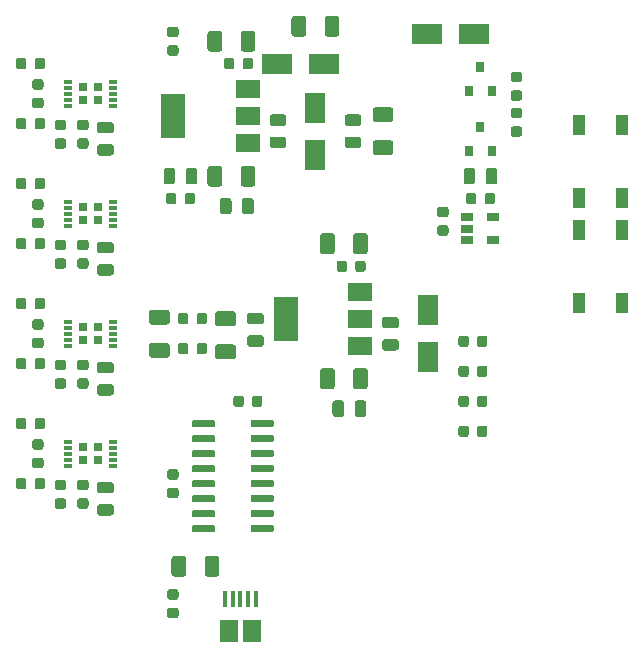
<source format=gbr>
G04 #@! TF.GenerationSoftware,KiCad,Pcbnew,(5.1.5)-3*
G04 #@! TF.CreationDate,2020-02-07T02:29:08+01:00*
G04 #@! TF.ProjectId,T962upgrade,54393632-7570-4677-9261-64652e6b6963,v0.1*
G04 #@! TF.SameCoordinates,Original*
G04 #@! TF.FileFunction,Paste,Top*
G04 #@! TF.FilePolarity,Positive*
%FSLAX46Y46*%
G04 Gerber Fmt 4.6, Leading zero omitted, Abs format (unit mm)*
G04 Created by KiCad (PCBNEW (5.1.5)-3) date 2020-02-07 02:29:08*
%MOMM*%
%LPD*%
G04 APERTURE LIST*
%ADD10C,0.100000*%
%ADD11R,1.500000X1.900000*%
%ADD12R,0.381000X1.350000*%
%ADD13R,0.800000X0.900000*%
%ADD14R,1.100000X1.800000*%
%ADD15R,0.790000X0.300000*%
%ADD16R,0.780000X0.690000*%
%ADD17R,2.000000X1.500000*%
%ADD18R,2.000000X3.800000*%
%ADD19R,1.060000X0.650000*%
%ADD20R,1.800000X2.500000*%
%ADD21R,2.500000X1.800000*%
G04 APERTURE END LIST*
D10*
G36*
X111847691Y-108111053D02*
G01*
X111868926Y-108114203D01*
X111889750Y-108119419D01*
X111909962Y-108126651D01*
X111929368Y-108135830D01*
X111947781Y-108146866D01*
X111965024Y-108159654D01*
X111980930Y-108174070D01*
X111995346Y-108189976D01*
X112008134Y-108207219D01*
X112019170Y-108225632D01*
X112028349Y-108245038D01*
X112035581Y-108265250D01*
X112040797Y-108286074D01*
X112043947Y-108307309D01*
X112045000Y-108328750D01*
X112045000Y-108841250D01*
X112043947Y-108862691D01*
X112040797Y-108883926D01*
X112035581Y-108904750D01*
X112028349Y-108924962D01*
X112019170Y-108944368D01*
X112008134Y-108962781D01*
X111995346Y-108980024D01*
X111980930Y-108995930D01*
X111965024Y-109010346D01*
X111947781Y-109023134D01*
X111929368Y-109034170D01*
X111909962Y-109043349D01*
X111889750Y-109050581D01*
X111868926Y-109055797D01*
X111847691Y-109058947D01*
X111826250Y-109060000D01*
X111388750Y-109060000D01*
X111367309Y-109058947D01*
X111346074Y-109055797D01*
X111325250Y-109050581D01*
X111305038Y-109043349D01*
X111285632Y-109034170D01*
X111267219Y-109023134D01*
X111249976Y-109010346D01*
X111234070Y-108995930D01*
X111219654Y-108980024D01*
X111206866Y-108962781D01*
X111195830Y-108944368D01*
X111186651Y-108924962D01*
X111179419Y-108904750D01*
X111174203Y-108883926D01*
X111171053Y-108862691D01*
X111170000Y-108841250D01*
X111170000Y-108328750D01*
X111171053Y-108307309D01*
X111174203Y-108286074D01*
X111179419Y-108265250D01*
X111186651Y-108245038D01*
X111195830Y-108225632D01*
X111206866Y-108207219D01*
X111219654Y-108189976D01*
X111234070Y-108174070D01*
X111249976Y-108159654D01*
X111267219Y-108146866D01*
X111285632Y-108135830D01*
X111305038Y-108126651D01*
X111325250Y-108119419D01*
X111346074Y-108114203D01*
X111367309Y-108111053D01*
X111388750Y-108110000D01*
X111826250Y-108110000D01*
X111847691Y-108111053D01*
G37*
G36*
X113422691Y-108111053D02*
G01*
X113443926Y-108114203D01*
X113464750Y-108119419D01*
X113484962Y-108126651D01*
X113504368Y-108135830D01*
X113522781Y-108146866D01*
X113540024Y-108159654D01*
X113555930Y-108174070D01*
X113570346Y-108189976D01*
X113583134Y-108207219D01*
X113594170Y-108225632D01*
X113603349Y-108245038D01*
X113610581Y-108265250D01*
X113615797Y-108286074D01*
X113618947Y-108307309D01*
X113620000Y-108328750D01*
X113620000Y-108841250D01*
X113618947Y-108862691D01*
X113615797Y-108883926D01*
X113610581Y-108904750D01*
X113603349Y-108924962D01*
X113594170Y-108944368D01*
X113583134Y-108962781D01*
X113570346Y-108980024D01*
X113555930Y-108995930D01*
X113540024Y-109010346D01*
X113522781Y-109023134D01*
X113504368Y-109034170D01*
X113484962Y-109043349D01*
X113464750Y-109050581D01*
X113443926Y-109055797D01*
X113422691Y-109058947D01*
X113401250Y-109060000D01*
X112963750Y-109060000D01*
X112942309Y-109058947D01*
X112921074Y-109055797D01*
X112900250Y-109050581D01*
X112880038Y-109043349D01*
X112860632Y-109034170D01*
X112842219Y-109023134D01*
X112824976Y-109010346D01*
X112809070Y-108995930D01*
X112794654Y-108980024D01*
X112781866Y-108962781D01*
X112770830Y-108944368D01*
X112761651Y-108924962D01*
X112754419Y-108904750D01*
X112749203Y-108883926D01*
X112746053Y-108862691D01*
X112745000Y-108841250D01*
X112745000Y-108328750D01*
X112746053Y-108307309D01*
X112749203Y-108286074D01*
X112754419Y-108265250D01*
X112761651Y-108245038D01*
X112770830Y-108225632D01*
X112781866Y-108207219D01*
X112794654Y-108189976D01*
X112809070Y-108174070D01*
X112824976Y-108159654D01*
X112842219Y-108146866D01*
X112860632Y-108135830D01*
X112880038Y-108126651D01*
X112900250Y-108119419D01*
X112921074Y-108114203D01*
X112942309Y-108111053D01*
X112963750Y-108110000D01*
X113401250Y-108110000D01*
X113422691Y-108111053D01*
G37*
G36*
X105424504Y-83961204D02*
G01*
X105448773Y-83964804D01*
X105472571Y-83970765D01*
X105495671Y-83979030D01*
X105517849Y-83989520D01*
X105538893Y-84002133D01*
X105558598Y-84016747D01*
X105576777Y-84033223D01*
X105593253Y-84051402D01*
X105607867Y-84071107D01*
X105620480Y-84092151D01*
X105630970Y-84114329D01*
X105639235Y-84137429D01*
X105645196Y-84161227D01*
X105648796Y-84185496D01*
X105650000Y-84210000D01*
X105650000Y-84960000D01*
X105648796Y-84984504D01*
X105645196Y-85008773D01*
X105639235Y-85032571D01*
X105630970Y-85055671D01*
X105620480Y-85077849D01*
X105607867Y-85098893D01*
X105593253Y-85118598D01*
X105576777Y-85136777D01*
X105558598Y-85153253D01*
X105538893Y-85167867D01*
X105517849Y-85180480D01*
X105495671Y-85190970D01*
X105472571Y-85199235D01*
X105448773Y-85205196D01*
X105424504Y-85208796D01*
X105400000Y-85210000D01*
X104150000Y-85210000D01*
X104125496Y-85208796D01*
X104101227Y-85205196D01*
X104077429Y-85199235D01*
X104054329Y-85190970D01*
X104032151Y-85180480D01*
X104011107Y-85167867D01*
X103991402Y-85153253D01*
X103973223Y-85136777D01*
X103956747Y-85118598D01*
X103942133Y-85098893D01*
X103929520Y-85077849D01*
X103919030Y-85055671D01*
X103910765Y-85032571D01*
X103904804Y-85008773D01*
X103901204Y-84984504D01*
X103900000Y-84960000D01*
X103900000Y-84210000D01*
X103901204Y-84185496D01*
X103904804Y-84161227D01*
X103910765Y-84137429D01*
X103919030Y-84114329D01*
X103929520Y-84092151D01*
X103942133Y-84071107D01*
X103956747Y-84051402D01*
X103973223Y-84033223D01*
X103991402Y-84016747D01*
X104011107Y-84002133D01*
X104032151Y-83989520D01*
X104054329Y-83979030D01*
X104077429Y-83970765D01*
X104101227Y-83964804D01*
X104125496Y-83961204D01*
X104150000Y-83960000D01*
X105400000Y-83960000D01*
X105424504Y-83961204D01*
G37*
G36*
X105424504Y-81161204D02*
G01*
X105448773Y-81164804D01*
X105472571Y-81170765D01*
X105495671Y-81179030D01*
X105517849Y-81189520D01*
X105538893Y-81202133D01*
X105558598Y-81216747D01*
X105576777Y-81233223D01*
X105593253Y-81251402D01*
X105607867Y-81271107D01*
X105620480Y-81292151D01*
X105630970Y-81314329D01*
X105639235Y-81337429D01*
X105645196Y-81361227D01*
X105648796Y-81385496D01*
X105650000Y-81410000D01*
X105650000Y-82160000D01*
X105648796Y-82184504D01*
X105645196Y-82208773D01*
X105639235Y-82232571D01*
X105630970Y-82255671D01*
X105620480Y-82277849D01*
X105607867Y-82298893D01*
X105593253Y-82318598D01*
X105576777Y-82336777D01*
X105558598Y-82353253D01*
X105538893Y-82367867D01*
X105517849Y-82380480D01*
X105495671Y-82390970D01*
X105472571Y-82399235D01*
X105448773Y-82405196D01*
X105424504Y-82408796D01*
X105400000Y-82410000D01*
X104150000Y-82410000D01*
X104125496Y-82408796D01*
X104101227Y-82405196D01*
X104077429Y-82399235D01*
X104054329Y-82390970D01*
X104032151Y-82380480D01*
X104011107Y-82367867D01*
X103991402Y-82353253D01*
X103973223Y-82336777D01*
X103956747Y-82318598D01*
X103942133Y-82298893D01*
X103929520Y-82277849D01*
X103919030Y-82255671D01*
X103910765Y-82232571D01*
X103904804Y-82208773D01*
X103901204Y-82184504D01*
X103900000Y-82160000D01*
X103900000Y-81410000D01*
X103901204Y-81385496D01*
X103904804Y-81361227D01*
X103910765Y-81337429D01*
X103919030Y-81314329D01*
X103929520Y-81292151D01*
X103942133Y-81271107D01*
X103956747Y-81251402D01*
X103973223Y-81233223D01*
X103991402Y-81216747D01*
X104011107Y-81202133D01*
X104032151Y-81189520D01*
X104054329Y-81179030D01*
X104077429Y-81170765D01*
X104101227Y-81164804D01*
X104125496Y-81161204D01*
X104150000Y-81160000D01*
X105400000Y-81160000D01*
X105424504Y-81161204D01*
G37*
G36*
X75842691Y-78786053D02*
G01*
X75863926Y-78789203D01*
X75884750Y-78794419D01*
X75904962Y-78801651D01*
X75924368Y-78810830D01*
X75942781Y-78821866D01*
X75960024Y-78834654D01*
X75975930Y-78849070D01*
X75990346Y-78864976D01*
X76003134Y-78882219D01*
X76014170Y-78900632D01*
X76023349Y-78920038D01*
X76030581Y-78940250D01*
X76035797Y-78961074D01*
X76038947Y-78982309D01*
X76040000Y-79003750D01*
X76040000Y-79441250D01*
X76038947Y-79462691D01*
X76035797Y-79483926D01*
X76030581Y-79504750D01*
X76023349Y-79524962D01*
X76014170Y-79544368D01*
X76003134Y-79562781D01*
X75990346Y-79580024D01*
X75975930Y-79595930D01*
X75960024Y-79610346D01*
X75942781Y-79623134D01*
X75924368Y-79634170D01*
X75904962Y-79643349D01*
X75884750Y-79650581D01*
X75863926Y-79655797D01*
X75842691Y-79658947D01*
X75821250Y-79660000D01*
X75308750Y-79660000D01*
X75287309Y-79658947D01*
X75266074Y-79655797D01*
X75245250Y-79650581D01*
X75225038Y-79643349D01*
X75205632Y-79634170D01*
X75187219Y-79623134D01*
X75169976Y-79610346D01*
X75154070Y-79595930D01*
X75139654Y-79580024D01*
X75126866Y-79562781D01*
X75115830Y-79544368D01*
X75106651Y-79524962D01*
X75099419Y-79504750D01*
X75094203Y-79483926D01*
X75091053Y-79462691D01*
X75090000Y-79441250D01*
X75090000Y-79003750D01*
X75091053Y-78982309D01*
X75094203Y-78961074D01*
X75099419Y-78940250D01*
X75106651Y-78920038D01*
X75115830Y-78900632D01*
X75126866Y-78882219D01*
X75139654Y-78864976D01*
X75154070Y-78849070D01*
X75169976Y-78834654D01*
X75187219Y-78821866D01*
X75205632Y-78810830D01*
X75225038Y-78801651D01*
X75245250Y-78794419D01*
X75266074Y-78789203D01*
X75287309Y-78786053D01*
X75308750Y-78785000D01*
X75821250Y-78785000D01*
X75842691Y-78786053D01*
G37*
G36*
X75842691Y-80361053D02*
G01*
X75863926Y-80364203D01*
X75884750Y-80369419D01*
X75904962Y-80376651D01*
X75924368Y-80385830D01*
X75942781Y-80396866D01*
X75960024Y-80409654D01*
X75975930Y-80424070D01*
X75990346Y-80439976D01*
X76003134Y-80457219D01*
X76014170Y-80475632D01*
X76023349Y-80495038D01*
X76030581Y-80515250D01*
X76035797Y-80536074D01*
X76038947Y-80557309D01*
X76040000Y-80578750D01*
X76040000Y-81016250D01*
X76038947Y-81037691D01*
X76035797Y-81058926D01*
X76030581Y-81079750D01*
X76023349Y-81099962D01*
X76014170Y-81119368D01*
X76003134Y-81137781D01*
X75990346Y-81155024D01*
X75975930Y-81170930D01*
X75960024Y-81185346D01*
X75942781Y-81198134D01*
X75924368Y-81209170D01*
X75904962Y-81218349D01*
X75884750Y-81225581D01*
X75863926Y-81230797D01*
X75842691Y-81233947D01*
X75821250Y-81235000D01*
X75308750Y-81235000D01*
X75287309Y-81233947D01*
X75266074Y-81230797D01*
X75245250Y-81225581D01*
X75225038Y-81218349D01*
X75205632Y-81209170D01*
X75187219Y-81198134D01*
X75169976Y-81185346D01*
X75154070Y-81170930D01*
X75139654Y-81155024D01*
X75126866Y-81137781D01*
X75115830Y-81119368D01*
X75106651Y-81099962D01*
X75099419Y-81079750D01*
X75094203Y-81058926D01*
X75091053Y-81037691D01*
X75090000Y-81016250D01*
X75090000Y-80578750D01*
X75091053Y-80557309D01*
X75094203Y-80536074D01*
X75099419Y-80515250D01*
X75106651Y-80495038D01*
X75115830Y-80475632D01*
X75126866Y-80457219D01*
X75139654Y-80439976D01*
X75154070Y-80424070D01*
X75169976Y-80409654D01*
X75187219Y-80396866D01*
X75205632Y-80385830D01*
X75225038Y-80376651D01*
X75245250Y-80369419D01*
X75266074Y-80364203D01*
X75287309Y-80361053D01*
X75308750Y-80360000D01*
X75821250Y-80360000D01*
X75842691Y-80361053D01*
G37*
G36*
X77747691Y-82215053D02*
G01*
X77768926Y-82218203D01*
X77789750Y-82223419D01*
X77809962Y-82230651D01*
X77829368Y-82239830D01*
X77847781Y-82250866D01*
X77865024Y-82263654D01*
X77880930Y-82278070D01*
X77895346Y-82293976D01*
X77908134Y-82311219D01*
X77919170Y-82329632D01*
X77928349Y-82349038D01*
X77935581Y-82369250D01*
X77940797Y-82390074D01*
X77943947Y-82411309D01*
X77945000Y-82432750D01*
X77945000Y-82870250D01*
X77943947Y-82891691D01*
X77940797Y-82912926D01*
X77935581Y-82933750D01*
X77928349Y-82953962D01*
X77919170Y-82973368D01*
X77908134Y-82991781D01*
X77895346Y-83009024D01*
X77880930Y-83024930D01*
X77865024Y-83039346D01*
X77847781Y-83052134D01*
X77829368Y-83063170D01*
X77809962Y-83072349D01*
X77789750Y-83079581D01*
X77768926Y-83084797D01*
X77747691Y-83087947D01*
X77726250Y-83089000D01*
X77213750Y-83089000D01*
X77192309Y-83087947D01*
X77171074Y-83084797D01*
X77150250Y-83079581D01*
X77130038Y-83072349D01*
X77110632Y-83063170D01*
X77092219Y-83052134D01*
X77074976Y-83039346D01*
X77059070Y-83024930D01*
X77044654Y-83009024D01*
X77031866Y-82991781D01*
X77020830Y-82973368D01*
X77011651Y-82953962D01*
X77004419Y-82933750D01*
X76999203Y-82912926D01*
X76996053Y-82891691D01*
X76995000Y-82870250D01*
X76995000Y-82432750D01*
X76996053Y-82411309D01*
X76999203Y-82390074D01*
X77004419Y-82369250D01*
X77011651Y-82349038D01*
X77020830Y-82329632D01*
X77031866Y-82311219D01*
X77044654Y-82293976D01*
X77059070Y-82278070D01*
X77074976Y-82263654D01*
X77092219Y-82250866D01*
X77110632Y-82239830D01*
X77130038Y-82230651D01*
X77150250Y-82223419D01*
X77171074Y-82218203D01*
X77192309Y-82215053D01*
X77213750Y-82214000D01*
X77726250Y-82214000D01*
X77747691Y-82215053D01*
G37*
G36*
X77747691Y-83790053D02*
G01*
X77768926Y-83793203D01*
X77789750Y-83798419D01*
X77809962Y-83805651D01*
X77829368Y-83814830D01*
X77847781Y-83825866D01*
X77865024Y-83838654D01*
X77880930Y-83853070D01*
X77895346Y-83868976D01*
X77908134Y-83886219D01*
X77919170Y-83904632D01*
X77928349Y-83924038D01*
X77935581Y-83944250D01*
X77940797Y-83965074D01*
X77943947Y-83986309D01*
X77945000Y-84007750D01*
X77945000Y-84445250D01*
X77943947Y-84466691D01*
X77940797Y-84487926D01*
X77935581Y-84508750D01*
X77928349Y-84528962D01*
X77919170Y-84548368D01*
X77908134Y-84566781D01*
X77895346Y-84584024D01*
X77880930Y-84599930D01*
X77865024Y-84614346D01*
X77847781Y-84627134D01*
X77829368Y-84638170D01*
X77809962Y-84647349D01*
X77789750Y-84654581D01*
X77768926Y-84659797D01*
X77747691Y-84662947D01*
X77726250Y-84664000D01*
X77213750Y-84664000D01*
X77192309Y-84662947D01*
X77171074Y-84659797D01*
X77150250Y-84654581D01*
X77130038Y-84647349D01*
X77110632Y-84638170D01*
X77092219Y-84627134D01*
X77074976Y-84614346D01*
X77059070Y-84599930D01*
X77044654Y-84584024D01*
X77031866Y-84566781D01*
X77020830Y-84548368D01*
X77011651Y-84528962D01*
X77004419Y-84508750D01*
X76999203Y-84487926D01*
X76996053Y-84466691D01*
X76995000Y-84445250D01*
X76995000Y-84007750D01*
X76996053Y-83986309D01*
X76999203Y-83965074D01*
X77004419Y-83944250D01*
X77011651Y-83924038D01*
X77020830Y-83904632D01*
X77031866Y-83886219D01*
X77044654Y-83868976D01*
X77059070Y-83853070D01*
X77074976Y-83838654D01*
X77092219Y-83825866D01*
X77110632Y-83814830D01*
X77130038Y-83805651D01*
X77150250Y-83798419D01*
X77171074Y-83793203D01*
X77192309Y-83790053D01*
X77213750Y-83789000D01*
X77726250Y-83789000D01*
X77747691Y-83790053D01*
G37*
G36*
X79652691Y-82215053D02*
G01*
X79673926Y-82218203D01*
X79694750Y-82223419D01*
X79714962Y-82230651D01*
X79734368Y-82239830D01*
X79752781Y-82250866D01*
X79770024Y-82263654D01*
X79785930Y-82278070D01*
X79800346Y-82293976D01*
X79813134Y-82311219D01*
X79824170Y-82329632D01*
X79833349Y-82349038D01*
X79840581Y-82369250D01*
X79845797Y-82390074D01*
X79848947Y-82411309D01*
X79850000Y-82432750D01*
X79850000Y-82870250D01*
X79848947Y-82891691D01*
X79845797Y-82912926D01*
X79840581Y-82933750D01*
X79833349Y-82953962D01*
X79824170Y-82973368D01*
X79813134Y-82991781D01*
X79800346Y-83009024D01*
X79785930Y-83024930D01*
X79770024Y-83039346D01*
X79752781Y-83052134D01*
X79734368Y-83063170D01*
X79714962Y-83072349D01*
X79694750Y-83079581D01*
X79673926Y-83084797D01*
X79652691Y-83087947D01*
X79631250Y-83089000D01*
X79118750Y-83089000D01*
X79097309Y-83087947D01*
X79076074Y-83084797D01*
X79055250Y-83079581D01*
X79035038Y-83072349D01*
X79015632Y-83063170D01*
X78997219Y-83052134D01*
X78979976Y-83039346D01*
X78964070Y-83024930D01*
X78949654Y-83009024D01*
X78936866Y-82991781D01*
X78925830Y-82973368D01*
X78916651Y-82953962D01*
X78909419Y-82933750D01*
X78904203Y-82912926D01*
X78901053Y-82891691D01*
X78900000Y-82870250D01*
X78900000Y-82432750D01*
X78901053Y-82411309D01*
X78904203Y-82390074D01*
X78909419Y-82369250D01*
X78916651Y-82349038D01*
X78925830Y-82329632D01*
X78936866Y-82311219D01*
X78949654Y-82293976D01*
X78964070Y-82278070D01*
X78979976Y-82263654D01*
X78997219Y-82250866D01*
X79015632Y-82239830D01*
X79035038Y-82230651D01*
X79055250Y-82223419D01*
X79076074Y-82218203D01*
X79097309Y-82215053D01*
X79118750Y-82214000D01*
X79631250Y-82214000D01*
X79652691Y-82215053D01*
G37*
G36*
X79652691Y-83790053D02*
G01*
X79673926Y-83793203D01*
X79694750Y-83798419D01*
X79714962Y-83805651D01*
X79734368Y-83814830D01*
X79752781Y-83825866D01*
X79770024Y-83838654D01*
X79785930Y-83853070D01*
X79800346Y-83868976D01*
X79813134Y-83886219D01*
X79824170Y-83904632D01*
X79833349Y-83924038D01*
X79840581Y-83944250D01*
X79845797Y-83965074D01*
X79848947Y-83986309D01*
X79850000Y-84007750D01*
X79850000Y-84445250D01*
X79848947Y-84466691D01*
X79845797Y-84487926D01*
X79840581Y-84508750D01*
X79833349Y-84528962D01*
X79824170Y-84548368D01*
X79813134Y-84566781D01*
X79800346Y-84584024D01*
X79785930Y-84599930D01*
X79770024Y-84614346D01*
X79752781Y-84627134D01*
X79734368Y-84638170D01*
X79714962Y-84647349D01*
X79694750Y-84654581D01*
X79673926Y-84659797D01*
X79652691Y-84662947D01*
X79631250Y-84664000D01*
X79118750Y-84664000D01*
X79097309Y-84662947D01*
X79076074Y-84659797D01*
X79055250Y-84654581D01*
X79035038Y-84647349D01*
X79015632Y-84638170D01*
X78997219Y-84627134D01*
X78979976Y-84614346D01*
X78964070Y-84599930D01*
X78949654Y-84584024D01*
X78936866Y-84566781D01*
X78925830Y-84548368D01*
X78916651Y-84528962D01*
X78909419Y-84508750D01*
X78904203Y-84487926D01*
X78901053Y-84466691D01*
X78900000Y-84445250D01*
X78900000Y-84007750D01*
X78901053Y-83986309D01*
X78904203Y-83965074D01*
X78909419Y-83944250D01*
X78916651Y-83924038D01*
X78925830Y-83904632D01*
X78936866Y-83886219D01*
X78949654Y-83868976D01*
X78964070Y-83853070D01*
X78979976Y-83838654D01*
X78997219Y-83825866D01*
X79015632Y-83814830D01*
X79035038Y-83805651D01*
X79055250Y-83798419D01*
X79076074Y-83793203D01*
X79097309Y-83790053D01*
X79118750Y-83789000D01*
X79631250Y-83789000D01*
X79652691Y-83790053D01*
G37*
G36*
X81760142Y-82396174D02*
G01*
X81783803Y-82399684D01*
X81807007Y-82405496D01*
X81829529Y-82413554D01*
X81851153Y-82423782D01*
X81871670Y-82436079D01*
X81890883Y-82450329D01*
X81908607Y-82466393D01*
X81924671Y-82484117D01*
X81938921Y-82503330D01*
X81951218Y-82523847D01*
X81961446Y-82545471D01*
X81969504Y-82567993D01*
X81975316Y-82591197D01*
X81978826Y-82614858D01*
X81980000Y-82638750D01*
X81980000Y-83126250D01*
X81978826Y-83150142D01*
X81975316Y-83173803D01*
X81969504Y-83197007D01*
X81961446Y-83219529D01*
X81951218Y-83241153D01*
X81938921Y-83261670D01*
X81924671Y-83280883D01*
X81908607Y-83298607D01*
X81890883Y-83314671D01*
X81871670Y-83328921D01*
X81851153Y-83341218D01*
X81829529Y-83351446D01*
X81807007Y-83359504D01*
X81783803Y-83365316D01*
X81760142Y-83368826D01*
X81736250Y-83370000D01*
X80823750Y-83370000D01*
X80799858Y-83368826D01*
X80776197Y-83365316D01*
X80752993Y-83359504D01*
X80730471Y-83351446D01*
X80708847Y-83341218D01*
X80688330Y-83328921D01*
X80669117Y-83314671D01*
X80651393Y-83298607D01*
X80635329Y-83280883D01*
X80621079Y-83261670D01*
X80608782Y-83241153D01*
X80598554Y-83219529D01*
X80590496Y-83197007D01*
X80584684Y-83173803D01*
X80581174Y-83150142D01*
X80580000Y-83126250D01*
X80580000Y-82638750D01*
X80581174Y-82614858D01*
X80584684Y-82591197D01*
X80590496Y-82567993D01*
X80598554Y-82545471D01*
X80608782Y-82523847D01*
X80621079Y-82503330D01*
X80635329Y-82484117D01*
X80651393Y-82466393D01*
X80669117Y-82450329D01*
X80688330Y-82436079D01*
X80708847Y-82423782D01*
X80730471Y-82413554D01*
X80752993Y-82405496D01*
X80776197Y-82399684D01*
X80799858Y-82396174D01*
X80823750Y-82395000D01*
X81736250Y-82395000D01*
X81760142Y-82396174D01*
G37*
G36*
X81760142Y-84271174D02*
G01*
X81783803Y-84274684D01*
X81807007Y-84280496D01*
X81829529Y-84288554D01*
X81851153Y-84298782D01*
X81871670Y-84311079D01*
X81890883Y-84325329D01*
X81908607Y-84341393D01*
X81924671Y-84359117D01*
X81938921Y-84378330D01*
X81951218Y-84398847D01*
X81961446Y-84420471D01*
X81969504Y-84442993D01*
X81975316Y-84466197D01*
X81978826Y-84489858D01*
X81980000Y-84513750D01*
X81980000Y-85001250D01*
X81978826Y-85025142D01*
X81975316Y-85048803D01*
X81969504Y-85072007D01*
X81961446Y-85094529D01*
X81951218Y-85116153D01*
X81938921Y-85136670D01*
X81924671Y-85155883D01*
X81908607Y-85173607D01*
X81890883Y-85189671D01*
X81871670Y-85203921D01*
X81851153Y-85216218D01*
X81829529Y-85226446D01*
X81807007Y-85234504D01*
X81783803Y-85240316D01*
X81760142Y-85243826D01*
X81736250Y-85245000D01*
X80823750Y-85245000D01*
X80799858Y-85243826D01*
X80776197Y-85240316D01*
X80752993Y-85234504D01*
X80730471Y-85226446D01*
X80708847Y-85216218D01*
X80688330Y-85203921D01*
X80669117Y-85189671D01*
X80651393Y-85173607D01*
X80635329Y-85155883D01*
X80621079Y-85136670D01*
X80608782Y-85116153D01*
X80598554Y-85094529D01*
X80590496Y-85072007D01*
X80584684Y-85048803D01*
X80581174Y-85025142D01*
X80580000Y-85001250D01*
X80580000Y-84513750D01*
X80581174Y-84489858D01*
X80584684Y-84466197D01*
X80590496Y-84442993D01*
X80598554Y-84420471D01*
X80608782Y-84398847D01*
X80621079Y-84378330D01*
X80635329Y-84359117D01*
X80651393Y-84341393D01*
X80669117Y-84325329D01*
X80688330Y-84311079D01*
X80708847Y-84298782D01*
X80730471Y-84288554D01*
X80752993Y-84280496D01*
X80776197Y-84274684D01*
X80799858Y-84271174D01*
X80823750Y-84270000D01*
X81736250Y-84270000D01*
X81760142Y-84271174D01*
G37*
G36*
X87899504Y-119141204D02*
G01*
X87923773Y-119144804D01*
X87947571Y-119150765D01*
X87970671Y-119159030D01*
X87992849Y-119169520D01*
X88013893Y-119182133D01*
X88033598Y-119196747D01*
X88051777Y-119213223D01*
X88068253Y-119231402D01*
X88082867Y-119251107D01*
X88095480Y-119272151D01*
X88105970Y-119294329D01*
X88114235Y-119317429D01*
X88120196Y-119341227D01*
X88123796Y-119365496D01*
X88125000Y-119390000D01*
X88125000Y-120640000D01*
X88123796Y-120664504D01*
X88120196Y-120688773D01*
X88114235Y-120712571D01*
X88105970Y-120735671D01*
X88095480Y-120757849D01*
X88082867Y-120778893D01*
X88068253Y-120798598D01*
X88051777Y-120816777D01*
X88033598Y-120833253D01*
X88013893Y-120847867D01*
X87992849Y-120860480D01*
X87970671Y-120870970D01*
X87947571Y-120879235D01*
X87923773Y-120885196D01*
X87899504Y-120888796D01*
X87875000Y-120890000D01*
X87125000Y-120890000D01*
X87100496Y-120888796D01*
X87076227Y-120885196D01*
X87052429Y-120879235D01*
X87029329Y-120870970D01*
X87007151Y-120860480D01*
X86986107Y-120847867D01*
X86966402Y-120833253D01*
X86948223Y-120816777D01*
X86931747Y-120798598D01*
X86917133Y-120778893D01*
X86904520Y-120757849D01*
X86894030Y-120735671D01*
X86885765Y-120712571D01*
X86879804Y-120688773D01*
X86876204Y-120664504D01*
X86875000Y-120640000D01*
X86875000Y-119390000D01*
X86876204Y-119365496D01*
X86879804Y-119341227D01*
X86885765Y-119317429D01*
X86894030Y-119294329D01*
X86904520Y-119272151D01*
X86917133Y-119251107D01*
X86931747Y-119231402D01*
X86948223Y-119213223D01*
X86966402Y-119196747D01*
X86986107Y-119182133D01*
X87007151Y-119169520D01*
X87029329Y-119159030D01*
X87052429Y-119150765D01*
X87076227Y-119144804D01*
X87100496Y-119141204D01*
X87125000Y-119140000D01*
X87875000Y-119140000D01*
X87899504Y-119141204D01*
G37*
G36*
X90699504Y-119141204D02*
G01*
X90723773Y-119144804D01*
X90747571Y-119150765D01*
X90770671Y-119159030D01*
X90792849Y-119169520D01*
X90813893Y-119182133D01*
X90833598Y-119196747D01*
X90851777Y-119213223D01*
X90868253Y-119231402D01*
X90882867Y-119251107D01*
X90895480Y-119272151D01*
X90905970Y-119294329D01*
X90914235Y-119317429D01*
X90920196Y-119341227D01*
X90923796Y-119365496D01*
X90925000Y-119390000D01*
X90925000Y-120640000D01*
X90923796Y-120664504D01*
X90920196Y-120688773D01*
X90914235Y-120712571D01*
X90905970Y-120735671D01*
X90895480Y-120757849D01*
X90882867Y-120778893D01*
X90868253Y-120798598D01*
X90851777Y-120816777D01*
X90833598Y-120833253D01*
X90813893Y-120847867D01*
X90792849Y-120860480D01*
X90770671Y-120870970D01*
X90747571Y-120879235D01*
X90723773Y-120885196D01*
X90699504Y-120888796D01*
X90675000Y-120890000D01*
X89925000Y-120890000D01*
X89900496Y-120888796D01*
X89876227Y-120885196D01*
X89852429Y-120879235D01*
X89829329Y-120870970D01*
X89807151Y-120860480D01*
X89786107Y-120847867D01*
X89766402Y-120833253D01*
X89748223Y-120816777D01*
X89731747Y-120798598D01*
X89717133Y-120778893D01*
X89704520Y-120757849D01*
X89694030Y-120735671D01*
X89685765Y-120712571D01*
X89679804Y-120688773D01*
X89676204Y-120664504D01*
X89675000Y-120640000D01*
X89675000Y-119390000D01*
X89676204Y-119365496D01*
X89679804Y-119341227D01*
X89685765Y-119317429D01*
X89694030Y-119294329D01*
X89704520Y-119272151D01*
X89717133Y-119251107D01*
X89731747Y-119231402D01*
X89748223Y-119213223D01*
X89766402Y-119196747D01*
X89786107Y-119182133D01*
X89807151Y-119169520D01*
X89829329Y-119159030D01*
X89852429Y-119150765D01*
X89876227Y-119144804D01*
X89900496Y-119141204D01*
X89925000Y-119140000D01*
X90675000Y-119140000D01*
X90699504Y-119141204D01*
G37*
G36*
X87272691Y-113381053D02*
G01*
X87293926Y-113384203D01*
X87314750Y-113389419D01*
X87334962Y-113396651D01*
X87354368Y-113405830D01*
X87372781Y-113416866D01*
X87390024Y-113429654D01*
X87405930Y-113444070D01*
X87420346Y-113459976D01*
X87433134Y-113477219D01*
X87444170Y-113495632D01*
X87453349Y-113515038D01*
X87460581Y-113535250D01*
X87465797Y-113556074D01*
X87468947Y-113577309D01*
X87470000Y-113598750D01*
X87470000Y-114036250D01*
X87468947Y-114057691D01*
X87465797Y-114078926D01*
X87460581Y-114099750D01*
X87453349Y-114119962D01*
X87444170Y-114139368D01*
X87433134Y-114157781D01*
X87420346Y-114175024D01*
X87405930Y-114190930D01*
X87390024Y-114205346D01*
X87372781Y-114218134D01*
X87354368Y-114229170D01*
X87334962Y-114238349D01*
X87314750Y-114245581D01*
X87293926Y-114250797D01*
X87272691Y-114253947D01*
X87251250Y-114255000D01*
X86738750Y-114255000D01*
X86717309Y-114253947D01*
X86696074Y-114250797D01*
X86675250Y-114245581D01*
X86655038Y-114238349D01*
X86635632Y-114229170D01*
X86617219Y-114218134D01*
X86599976Y-114205346D01*
X86584070Y-114190930D01*
X86569654Y-114175024D01*
X86556866Y-114157781D01*
X86545830Y-114139368D01*
X86536651Y-114119962D01*
X86529419Y-114099750D01*
X86524203Y-114078926D01*
X86521053Y-114057691D01*
X86520000Y-114036250D01*
X86520000Y-113598750D01*
X86521053Y-113577309D01*
X86524203Y-113556074D01*
X86529419Y-113535250D01*
X86536651Y-113515038D01*
X86545830Y-113495632D01*
X86556866Y-113477219D01*
X86569654Y-113459976D01*
X86584070Y-113444070D01*
X86599976Y-113429654D01*
X86617219Y-113416866D01*
X86635632Y-113405830D01*
X86655038Y-113396651D01*
X86675250Y-113389419D01*
X86696074Y-113384203D01*
X86717309Y-113381053D01*
X86738750Y-113380000D01*
X87251250Y-113380000D01*
X87272691Y-113381053D01*
G37*
G36*
X87272691Y-111806053D02*
G01*
X87293926Y-111809203D01*
X87314750Y-111814419D01*
X87334962Y-111821651D01*
X87354368Y-111830830D01*
X87372781Y-111841866D01*
X87390024Y-111854654D01*
X87405930Y-111869070D01*
X87420346Y-111884976D01*
X87433134Y-111902219D01*
X87444170Y-111920632D01*
X87453349Y-111940038D01*
X87460581Y-111960250D01*
X87465797Y-111981074D01*
X87468947Y-112002309D01*
X87470000Y-112023750D01*
X87470000Y-112461250D01*
X87468947Y-112482691D01*
X87465797Y-112503926D01*
X87460581Y-112524750D01*
X87453349Y-112544962D01*
X87444170Y-112564368D01*
X87433134Y-112582781D01*
X87420346Y-112600024D01*
X87405930Y-112615930D01*
X87390024Y-112630346D01*
X87372781Y-112643134D01*
X87354368Y-112654170D01*
X87334962Y-112663349D01*
X87314750Y-112670581D01*
X87293926Y-112675797D01*
X87272691Y-112678947D01*
X87251250Y-112680000D01*
X86738750Y-112680000D01*
X86717309Y-112678947D01*
X86696074Y-112675797D01*
X86675250Y-112670581D01*
X86655038Y-112663349D01*
X86635632Y-112654170D01*
X86617219Y-112643134D01*
X86599976Y-112630346D01*
X86584070Y-112615930D01*
X86569654Y-112600024D01*
X86556866Y-112582781D01*
X86545830Y-112564368D01*
X86536651Y-112544962D01*
X86529419Y-112524750D01*
X86524203Y-112503926D01*
X86521053Y-112482691D01*
X86520000Y-112461250D01*
X86520000Y-112023750D01*
X86521053Y-112002309D01*
X86524203Y-111981074D01*
X86529419Y-111960250D01*
X86536651Y-111940038D01*
X86545830Y-111920632D01*
X86556866Y-111902219D01*
X86569654Y-111884976D01*
X86584070Y-111869070D01*
X86599976Y-111854654D01*
X86617219Y-111841866D01*
X86635632Y-111830830D01*
X86655038Y-111821651D01*
X86675250Y-111814419D01*
X86696074Y-111809203D01*
X86717309Y-111806053D01*
X86738750Y-111805000D01*
X87251250Y-111805000D01*
X87272691Y-111806053D01*
G37*
G36*
X94372691Y-105571053D02*
G01*
X94393926Y-105574203D01*
X94414750Y-105579419D01*
X94434962Y-105586651D01*
X94454368Y-105595830D01*
X94472781Y-105606866D01*
X94490024Y-105619654D01*
X94505930Y-105634070D01*
X94520346Y-105649976D01*
X94533134Y-105667219D01*
X94544170Y-105685632D01*
X94553349Y-105705038D01*
X94560581Y-105725250D01*
X94565797Y-105746074D01*
X94568947Y-105767309D01*
X94570000Y-105788750D01*
X94570000Y-106301250D01*
X94568947Y-106322691D01*
X94565797Y-106343926D01*
X94560581Y-106364750D01*
X94553349Y-106384962D01*
X94544170Y-106404368D01*
X94533134Y-106422781D01*
X94520346Y-106440024D01*
X94505930Y-106455930D01*
X94490024Y-106470346D01*
X94472781Y-106483134D01*
X94454368Y-106494170D01*
X94434962Y-106503349D01*
X94414750Y-106510581D01*
X94393926Y-106515797D01*
X94372691Y-106518947D01*
X94351250Y-106520000D01*
X93913750Y-106520000D01*
X93892309Y-106518947D01*
X93871074Y-106515797D01*
X93850250Y-106510581D01*
X93830038Y-106503349D01*
X93810632Y-106494170D01*
X93792219Y-106483134D01*
X93774976Y-106470346D01*
X93759070Y-106455930D01*
X93744654Y-106440024D01*
X93731866Y-106422781D01*
X93720830Y-106404368D01*
X93711651Y-106384962D01*
X93704419Y-106364750D01*
X93699203Y-106343926D01*
X93696053Y-106322691D01*
X93695000Y-106301250D01*
X93695000Y-105788750D01*
X93696053Y-105767309D01*
X93699203Y-105746074D01*
X93704419Y-105725250D01*
X93711651Y-105705038D01*
X93720830Y-105685632D01*
X93731866Y-105667219D01*
X93744654Y-105649976D01*
X93759070Y-105634070D01*
X93774976Y-105619654D01*
X93792219Y-105606866D01*
X93810632Y-105595830D01*
X93830038Y-105586651D01*
X93850250Y-105579419D01*
X93871074Y-105574203D01*
X93892309Y-105571053D01*
X93913750Y-105570000D01*
X94351250Y-105570000D01*
X94372691Y-105571053D01*
G37*
G36*
X92797691Y-105571053D02*
G01*
X92818926Y-105574203D01*
X92839750Y-105579419D01*
X92859962Y-105586651D01*
X92879368Y-105595830D01*
X92897781Y-105606866D01*
X92915024Y-105619654D01*
X92930930Y-105634070D01*
X92945346Y-105649976D01*
X92958134Y-105667219D01*
X92969170Y-105685632D01*
X92978349Y-105705038D01*
X92985581Y-105725250D01*
X92990797Y-105746074D01*
X92993947Y-105767309D01*
X92995000Y-105788750D01*
X92995000Y-106301250D01*
X92993947Y-106322691D01*
X92990797Y-106343926D01*
X92985581Y-106364750D01*
X92978349Y-106384962D01*
X92969170Y-106404368D01*
X92958134Y-106422781D01*
X92945346Y-106440024D01*
X92930930Y-106455930D01*
X92915024Y-106470346D01*
X92897781Y-106483134D01*
X92879368Y-106494170D01*
X92859962Y-106503349D01*
X92839750Y-106510581D01*
X92818926Y-106515797D01*
X92797691Y-106518947D01*
X92776250Y-106520000D01*
X92338750Y-106520000D01*
X92317309Y-106518947D01*
X92296074Y-106515797D01*
X92275250Y-106510581D01*
X92255038Y-106503349D01*
X92235632Y-106494170D01*
X92217219Y-106483134D01*
X92199976Y-106470346D01*
X92184070Y-106455930D01*
X92169654Y-106440024D01*
X92156866Y-106422781D01*
X92145830Y-106404368D01*
X92136651Y-106384962D01*
X92129419Y-106364750D01*
X92124203Y-106343926D01*
X92121053Y-106322691D01*
X92120000Y-106301250D01*
X92120000Y-105788750D01*
X92121053Y-105767309D01*
X92124203Y-105746074D01*
X92129419Y-105725250D01*
X92136651Y-105705038D01*
X92145830Y-105685632D01*
X92156866Y-105667219D01*
X92169654Y-105649976D01*
X92184070Y-105634070D01*
X92199976Y-105619654D01*
X92217219Y-105606866D01*
X92235632Y-105595830D01*
X92255038Y-105586651D01*
X92275250Y-105579419D01*
X92296074Y-105574203D01*
X92317309Y-105571053D01*
X92338750Y-105570000D01*
X92776250Y-105570000D01*
X92797691Y-105571053D01*
G37*
G36*
X93744504Y-74691204D02*
G01*
X93768773Y-74694804D01*
X93792571Y-74700765D01*
X93815671Y-74709030D01*
X93837849Y-74719520D01*
X93858893Y-74732133D01*
X93878598Y-74746747D01*
X93896777Y-74763223D01*
X93913253Y-74781402D01*
X93927867Y-74801107D01*
X93940480Y-74822151D01*
X93950970Y-74844329D01*
X93959235Y-74867429D01*
X93965196Y-74891227D01*
X93968796Y-74915496D01*
X93970000Y-74940000D01*
X93970000Y-76190000D01*
X93968796Y-76214504D01*
X93965196Y-76238773D01*
X93959235Y-76262571D01*
X93950970Y-76285671D01*
X93940480Y-76307849D01*
X93927867Y-76328893D01*
X93913253Y-76348598D01*
X93896777Y-76366777D01*
X93878598Y-76383253D01*
X93858893Y-76397867D01*
X93837849Y-76410480D01*
X93815671Y-76420970D01*
X93792571Y-76429235D01*
X93768773Y-76435196D01*
X93744504Y-76438796D01*
X93720000Y-76440000D01*
X92970000Y-76440000D01*
X92945496Y-76438796D01*
X92921227Y-76435196D01*
X92897429Y-76429235D01*
X92874329Y-76420970D01*
X92852151Y-76410480D01*
X92831107Y-76397867D01*
X92811402Y-76383253D01*
X92793223Y-76366777D01*
X92776747Y-76348598D01*
X92762133Y-76328893D01*
X92749520Y-76307849D01*
X92739030Y-76285671D01*
X92730765Y-76262571D01*
X92724804Y-76238773D01*
X92721204Y-76214504D01*
X92720000Y-76190000D01*
X92720000Y-74940000D01*
X92721204Y-74915496D01*
X92724804Y-74891227D01*
X92730765Y-74867429D01*
X92739030Y-74844329D01*
X92749520Y-74822151D01*
X92762133Y-74801107D01*
X92776747Y-74781402D01*
X92793223Y-74763223D01*
X92811402Y-74746747D01*
X92831107Y-74732133D01*
X92852151Y-74719520D01*
X92874329Y-74709030D01*
X92897429Y-74700765D01*
X92921227Y-74694804D01*
X92945496Y-74691204D01*
X92970000Y-74690000D01*
X93720000Y-74690000D01*
X93744504Y-74691204D01*
G37*
G36*
X90944504Y-74691204D02*
G01*
X90968773Y-74694804D01*
X90992571Y-74700765D01*
X91015671Y-74709030D01*
X91037849Y-74719520D01*
X91058893Y-74732133D01*
X91078598Y-74746747D01*
X91096777Y-74763223D01*
X91113253Y-74781402D01*
X91127867Y-74801107D01*
X91140480Y-74822151D01*
X91150970Y-74844329D01*
X91159235Y-74867429D01*
X91165196Y-74891227D01*
X91168796Y-74915496D01*
X91170000Y-74940000D01*
X91170000Y-76190000D01*
X91168796Y-76214504D01*
X91165196Y-76238773D01*
X91159235Y-76262571D01*
X91150970Y-76285671D01*
X91140480Y-76307849D01*
X91127867Y-76328893D01*
X91113253Y-76348598D01*
X91096777Y-76366777D01*
X91078598Y-76383253D01*
X91058893Y-76397867D01*
X91037849Y-76410480D01*
X91015671Y-76420970D01*
X90992571Y-76429235D01*
X90968773Y-76435196D01*
X90944504Y-76438796D01*
X90920000Y-76440000D01*
X90170000Y-76440000D01*
X90145496Y-76438796D01*
X90121227Y-76435196D01*
X90097429Y-76429235D01*
X90074329Y-76420970D01*
X90052151Y-76410480D01*
X90031107Y-76397867D01*
X90011402Y-76383253D01*
X89993223Y-76366777D01*
X89976747Y-76348598D01*
X89962133Y-76328893D01*
X89949520Y-76307849D01*
X89939030Y-76285671D01*
X89930765Y-76262571D01*
X89924804Y-76238773D01*
X89921204Y-76214504D01*
X89920000Y-76190000D01*
X89920000Y-74940000D01*
X89921204Y-74915496D01*
X89924804Y-74891227D01*
X89930765Y-74867429D01*
X89939030Y-74844329D01*
X89949520Y-74822151D01*
X89962133Y-74801107D01*
X89976747Y-74781402D01*
X89993223Y-74763223D01*
X90011402Y-74746747D01*
X90031107Y-74732133D01*
X90052151Y-74719520D01*
X90074329Y-74709030D01*
X90097429Y-74700765D01*
X90121227Y-74694804D01*
X90145496Y-74691204D01*
X90170000Y-74690000D01*
X90920000Y-74690000D01*
X90944504Y-74691204D01*
G37*
G36*
X103269504Y-91836204D02*
G01*
X103293773Y-91839804D01*
X103317571Y-91845765D01*
X103340671Y-91854030D01*
X103362849Y-91864520D01*
X103383893Y-91877133D01*
X103403598Y-91891747D01*
X103421777Y-91908223D01*
X103438253Y-91926402D01*
X103452867Y-91946107D01*
X103465480Y-91967151D01*
X103475970Y-91989329D01*
X103484235Y-92012429D01*
X103490196Y-92036227D01*
X103493796Y-92060496D01*
X103495000Y-92085000D01*
X103495000Y-93335000D01*
X103493796Y-93359504D01*
X103490196Y-93383773D01*
X103484235Y-93407571D01*
X103475970Y-93430671D01*
X103465480Y-93452849D01*
X103452867Y-93473893D01*
X103438253Y-93493598D01*
X103421777Y-93511777D01*
X103403598Y-93528253D01*
X103383893Y-93542867D01*
X103362849Y-93555480D01*
X103340671Y-93565970D01*
X103317571Y-93574235D01*
X103293773Y-93580196D01*
X103269504Y-93583796D01*
X103245000Y-93585000D01*
X102495000Y-93585000D01*
X102470496Y-93583796D01*
X102446227Y-93580196D01*
X102422429Y-93574235D01*
X102399329Y-93565970D01*
X102377151Y-93555480D01*
X102356107Y-93542867D01*
X102336402Y-93528253D01*
X102318223Y-93511777D01*
X102301747Y-93493598D01*
X102287133Y-93473893D01*
X102274520Y-93452849D01*
X102264030Y-93430671D01*
X102255765Y-93407571D01*
X102249804Y-93383773D01*
X102246204Y-93359504D01*
X102245000Y-93335000D01*
X102245000Y-92085000D01*
X102246204Y-92060496D01*
X102249804Y-92036227D01*
X102255765Y-92012429D01*
X102264030Y-91989329D01*
X102274520Y-91967151D01*
X102287133Y-91946107D01*
X102301747Y-91926402D01*
X102318223Y-91908223D01*
X102336402Y-91891747D01*
X102356107Y-91877133D01*
X102377151Y-91864520D01*
X102399329Y-91854030D01*
X102422429Y-91845765D01*
X102446227Y-91839804D01*
X102470496Y-91836204D01*
X102495000Y-91835000D01*
X103245000Y-91835000D01*
X103269504Y-91836204D01*
G37*
G36*
X100469504Y-91836204D02*
G01*
X100493773Y-91839804D01*
X100517571Y-91845765D01*
X100540671Y-91854030D01*
X100562849Y-91864520D01*
X100583893Y-91877133D01*
X100603598Y-91891747D01*
X100621777Y-91908223D01*
X100638253Y-91926402D01*
X100652867Y-91946107D01*
X100665480Y-91967151D01*
X100675970Y-91989329D01*
X100684235Y-92012429D01*
X100690196Y-92036227D01*
X100693796Y-92060496D01*
X100695000Y-92085000D01*
X100695000Y-93335000D01*
X100693796Y-93359504D01*
X100690196Y-93383773D01*
X100684235Y-93407571D01*
X100675970Y-93430671D01*
X100665480Y-93452849D01*
X100652867Y-93473893D01*
X100638253Y-93493598D01*
X100621777Y-93511777D01*
X100603598Y-93528253D01*
X100583893Y-93542867D01*
X100562849Y-93555480D01*
X100540671Y-93565970D01*
X100517571Y-93574235D01*
X100493773Y-93580196D01*
X100469504Y-93583796D01*
X100445000Y-93585000D01*
X99695000Y-93585000D01*
X99670496Y-93583796D01*
X99646227Y-93580196D01*
X99622429Y-93574235D01*
X99599329Y-93565970D01*
X99577151Y-93555480D01*
X99556107Y-93542867D01*
X99536402Y-93528253D01*
X99518223Y-93511777D01*
X99501747Y-93493598D01*
X99487133Y-93473893D01*
X99474520Y-93452849D01*
X99464030Y-93430671D01*
X99455765Y-93407571D01*
X99449804Y-93383773D01*
X99446204Y-93359504D01*
X99445000Y-93335000D01*
X99445000Y-92085000D01*
X99446204Y-92060496D01*
X99449804Y-92036227D01*
X99455765Y-92012429D01*
X99464030Y-91989329D01*
X99474520Y-91967151D01*
X99487133Y-91946107D01*
X99501747Y-91926402D01*
X99518223Y-91908223D01*
X99536402Y-91891747D01*
X99556107Y-91877133D01*
X99577151Y-91864520D01*
X99599329Y-91854030D01*
X99622429Y-91845765D01*
X99646227Y-91839804D01*
X99670496Y-91836204D01*
X99695000Y-91835000D01*
X100445000Y-91835000D01*
X100469504Y-91836204D01*
G37*
G36*
X93585191Y-76996053D02*
G01*
X93606426Y-76999203D01*
X93627250Y-77004419D01*
X93647462Y-77011651D01*
X93666868Y-77020830D01*
X93685281Y-77031866D01*
X93702524Y-77044654D01*
X93718430Y-77059070D01*
X93732846Y-77074976D01*
X93745634Y-77092219D01*
X93756670Y-77110632D01*
X93765849Y-77130038D01*
X93773081Y-77150250D01*
X93778297Y-77171074D01*
X93781447Y-77192309D01*
X93782500Y-77213750D01*
X93782500Y-77726250D01*
X93781447Y-77747691D01*
X93778297Y-77768926D01*
X93773081Y-77789750D01*
X93765849Y-77809962D01*
X93756670Y-77829368D01*
X93745634Y-77847781D01*
X93732846Y-77865024D01*
X93718430Y-77880930D01*
X93702524Y-77895346D01*
X93685281Y-77908134D01*
X93666868Y-77919170D01*
X93647462Y-77928349D01*
X93627250Y-77935581D01*
X93606426Y-77940797D01*
X93585191Y-77943947D01*
X93563750Y-77945000D01*
X93126250Y-77945000D01*
X93104809Y-77943947D01*
X93083574Y-77940797D01*
X93062750Y-77935581D01*
X93042538Y-77928349D01*
X93023132Y-77919170D01*
X93004719Y-77908134D01*
X92987476Y-77895346D01*
X92971570Y-77880930D01*
X92957154Y-77865024D01*
X92944366Y-77847781D01*
X92933330Y-77829368D01*
X92924151Y-77809962D01*
X92916919Y-77789750D01*
X92911703Y-77768926D01*
X92908553Y-77747691D01*
X92907500Y-77726250D01*
X92907500Y-77213750D01*
X92908553Y-77192309D01*
X92911703Y-77171074D01*
X92916919Y-77150250D01*
X92924151Y-77130038D01*
X92933330Y-77110632D01*
X92944366Y-77092219D01*
X92957154Y-77074976D01*
X92971570Y-77059070D01*
X92987476Y-77044654D01*
X93004719Y-77031866D01*
X93023132Y-77020830D01*
X93042538Y-77011651D01*
X93062750Y-77004419D01*
X93083574Y-76999203D01*
X93104809Y-76996053D01*
X93126250Y-76995000D01*
X93563750Y-76995000D01*
X93585191Y-76996053D01*
G37*
G36*
X92010191Y-76996053D02*
G01*
X92031426Y-76999203D01*
X92052250Y-77004419D01*
X92072462Y-77011651D01*
X92091868Y-77020830D01*
X92110281Y-77031866D01*
X92127524Y-77044654D01*
X92143430Y-77059070D01*
X92157846Y-77074976D01*
X92170634Y-77092219D01*
X92181670Y-77110632D01*
X92190849Y-77130038D01*
X92198081Y-77150250D01*
X92203297Y-77171074D01*
X92206447Y-77192309D01*
X92207500Y-77213750D01*
X92207500Y-77726250D01*
X92206447Y-77747691D01*
X92203297Y-77768926D01*
X92198081Y-77789750D01*
X92190849Y-77809962D01*
X92181670Y-77829368D01*
X92170634Y-77847781D01*
X92157846Y-77865024D01*
X92143430Y-77880930D01*
X92127524Y-77895346D01*
X92110281Y-77908134D01*
X92091868Y-77919170D01*
X92072462Y-77928349D01*
X92052250Y-77935581D01*
X92031426Y-77940797D01*
X92010191Y-77943947D01*
X91988750Y-77945000D01*
X91551250Y-77945000D01*
X91529809Y-77943947D01*
X91508574Y-77940797D01*
X91487750Y-77935581D01*
X91467538Y-77928349D01*
X91448132Y-77919170D01*
X91429719Y-77908134D01*
X91412476Y-77895346D01*
X91396570Y-77880930D01*
X91382154Y-77865024D01*
X91369366Y-77847781D01*
X91358330Y-77829368D01*
X91349151Y-77809962D01*
X91341919Y-77789750D01*
X91336703Y-77768926D01*
X91333553Y-77747691D01*
X91332500Y-77726250D01*
X91332500Y-77213750D01*
X91333553Y-77192309D01*
X91336703Y-77171074D01*
X91341919Y-77150250D01*
X91349151Y-77130038D01*
X91358330Y-77110632D01*
X91369366Y-77092219D01*
X91382154Y-77074976D01*
X91396570Y-77059070D01*
X91412476Y-77044654D01*
X91429719Y-77031866D01*
X91448132Y-77020830D01*
X91467538Y-77011651D01*
X91487750Y-77004419D01*
X91508574Y-76999203D01*
X91529809Y-76996053D01*
X91551250Y-76995000D01*
X91988750Y-76995000D01*
X92010191Y-76996053D01*
G37*
G36*
X101535191Y-94141053D02*
G01*
X101556426Y-94144203D01*
X101577250Y-94149419D01*
X101597462Y-94156651D01*
X101616868Y-94165830D01*
X101635281Y-94176866D01*
X101652524Y-94189654D01*
X101668430Y-94204070D01*
X101682846Y-94219976D01*
X101695634Y-94237219D01*
X101706670Y-94255632D01*
X101715849Y-94275038D01*
X101723081Y-94295250D01*
X101728297Y-94316074D01*
X101731447Y-94337309D01*
X101732500Y-94358750D01*
X101732500Y-94871250D01*
X101731447Y-94892691D01*
X101728297Y-94913926D01*
X101723081Y-94934750D01*
X101715849Y-94954962D01*
X101706670Y-94974368D01*
X101695634Y-94992781D01*
X101682846Y-95010024D01*
X101668430Y-95025930D01*
X101652524Y-95040346D01*
X101635281Y-95053134D01*
X101616868Y-95064170D01*
X101597462Y-95073349D01*
X101577250Y-95080581D01*
X101556426Y-95085797D01*
X101535191Y-95088947D01*
X101513750Y-95090000D01*
X101076250Y-95090000D01*
X101054809Y-95088947D01*
X101033574Y-95085797D01*
X101012750Y-95080581D01*
X100992538Y-95073349D01*
X100973132Y-95064170D01*
X100954719Y-95053134D01*
X100937476Y-95040346D01*
X100921570Y-95025930D01*
X100907154Y-95010024D01*
X100894366Y-94992781D01*
X100883330Y-94974368D01*
X100874151Y-94954962D01*
X100866919Y-94934750D01*
X100861703Y-94913926D01*
X100858553Y-94892691D01*
X100857500Y-94871250D01*
X100857500Y-94358750D01*
X100858553Y-94337309D01*
X100861703Y-94316074D01*
X100866919Y-94295250D01*
X100874151Y-94275038D01*
X100883330Y-94255632D01*
X100894366Y-94237219D01*
X100907154Y-94219976D01*
X100921570Y-94204070D01*
X100937476Y-94189654D01*
X100954719Y-94176866D01*
X100973132Y-94165830D01*
X100992538Y-94156651D01*
X101012750Y-94149419D01*
X101033574Y-94144203D01*
X101054809Y-94141053D01*
X101076250Y-94140000D01*
X101513750Y-94140000D01*
X101535191Y-94141053D01*
G37*
G36*
X103110191Y-94141053D02*
G01*
X103131426Y-94144203D01*
X103152250Y-94149419D01*
X103172462Y-94156651D01*
X103191868Y-94165830D01*
X103210281Y-94176866D01*
X103227524Y-94189654D01*
X103243430Y-94204070D01*
X103257846Y-94219976D01*
X103270634Y-94237219D01*
X103281670Y-94255632D01*
X103290849Y-94275038D01*
X103298081Y-94295250D01*
X103303297Y-94316074D01*
X103306447Y-94337309D01*
X103307500Y-94358750D01*
X103307500Y-94871250D01*
X103306447Y-94892691D01*
X103303297Y-94913926D01*
X103298081Y-94934750D01*
X103290849Y-94954962D01*
X103281670Y-94974368D01*
X103270634Y-94992781D01*
X103257846Y-95010024D01*
X103243430Y-95025930D01*
X103227524Y-95040346D01*
X103210281Y-95053134D01*
X103191868Y-95064170D01*
X103172462Y-95073349D01*
X103152250Y-95080581D01*
X103131426Y-95085797D01*
X103110191Y-95088947D01*
X103088750Y-95090000D01*
X102651250Y-95090000D01*
X102629809Y-95088947D01*
X102608574Y-95085797D01*
X102587750Y-95080581D01*
X102567538Y-95073349D01*
X102548132Y-95064170D01*
X102529719Y-95053134D01*
X102512476Y-95040346D01*
X102496570Y-95025930D01*
X102482154Y-95010024D01*
X102469366Y-94992781D01*
X102458330Y-94974368D01*
X102449151Y-94954962D01*
X102441919Y-94934750D01*
X102436703Y-94913926D01*
X102433553Y-94892691D01*
X102432500Y-94871250D01*
X102432500Y-94358750D01*
X102433553Y-94337309D01*
X102436703Y-94316074D01*
X102441919Y-94295250D01*
X102449151Y-94275038D01*
X102458330Y-94255632D01*
X102469366Y-94237219D01*
X102482154Y-94219976D01*
X102496570Y-94204070D01*
X102512476Y-94189654D01*
X102529719Y-94176866D01*
X102548132Y-94165830D01*
X102567538Y-94156651D01*
X102587750Y-94149419D01*
X102608574Y-94144203D01*
X102629809Y-94141053D01*
X102651250Y-94140000D01*
X103088750Y-94140000D01*
X103110191Y-94141053D01*
G37*
G36*
X90944504Y-86121204D02*
G01*
X90968773Y-86124804D01*
X90992571Y-86130765D01*
X91015671Y-86139030D01*
X91037849Y-86149520D01*
X91058893Y-86162133D01*
X91078598Y-86176747D01*
X91096777Y-86193223D01*
X91113253Y-86211402D01*
X91127867Y-86231107D01*
X91140480Y-86252151D01*
X91150970Y-86274329D01*
X91159235Y-86297429D01*
X91165196Y-86321227D01*
X91168796Y-86345496D01*
X91170000Y-86370000D01*
X91170000Y-87620000D01*
X91168796Y-87644504D01*
X91165196Y-87668773D01*
X91159235Y-87692571D01*
X91150970Y-87715671D01*
X91140480Y-87737849D01*
X91127867Y-87758893D01*
X91113253Y-87778598D01*
X91096777Y-87796777D01*
X91078598Y-87813253D01*
X91058893Y-87827867D01*
X91037849Y-87840480D01*
X91015671Y-87850970D01*
X90992571Y-87859235D01*
X90968773Y-87865196D01*
X90944504Y-87868796D01*
X90920000Y-87870000D01*
X90170000Y-87870000D01*
X90145496Y-87868796D01*
X90121227Y-87865196D01*
X90097429Y-87859235D01*
X90074329Y-87850970D01*
X90052151Y-87840480D01*
X90031107Y-87827867D01*
X90011402Y-87813253D01*
X89993223Y-87796777D01*
X89976747Y-87778598D01*
X89962133Y-87758893D01*
X89949520Y-87737849D01*
X89939030Y-87715671D01*
X89930765Y-87692571D01*
X89924804Y-87668773D01*
X89921204Y-87644504D01*
X89920000Y-87620000D01*
X89920000Y-86370000D01*
X89921204Y-86345496D01*
X89924804Y-86321227D01*
X89930765Y-86297429D01*
X89939030Y-86274329D01*
X89949520Y-86252151D01*
X89962133Y-86231107D01*
X89976747Y-86211402D01*
X89993223Y-86193223D01*
X90011402Y-86176747D01*
X90031107Y-86162133D01*
X90052151Y-86149520D01*
X90074329Y-86139030D01*
X90097429Y-86130765D01*
X90121227Y-86124804D01*
X90145496Y-86121204D01*
X90170000Y-86120000D01*
X90920000Y-86120000D01*
X90944504Y-86121204D01*
G37*
G36*
X93744504Y-86121204D02*
G01*
X93768773Y-86124804D01*
X93792571Y-86130765D01*
X93815671Y-86139030D01*
X93837849Y-86149520D01*
X93858893Y-86162133D01*
X93878598Y-86176747D01*
X93896777Y-86193223D01*
X93913253Y-86211402D01*
X93927867Y-86231107D01*
X93940480Y-86252151D01*
X93950970Y-86274329D01*
X93959235Y-86297429D01*
X93965196Y-86321227D01*
X93968796Y-86345496D01*
X93970000Y-86370000D01*
X93970000Y-87620000D01*
X93968796Y-87644504D01*
X93965196Y-87668773D01*
X93959235Y-87692571D01*
X93950970Y-87715671D01*
X93940480Y-87737849D01*
X93927867Y-87758893D01*
X93913253Y-87778598D01*
X93896777Y-87796777D01*
X93878598Y-87813253D01*
X93858893Y-87827867D01*
X93837849Y-87840480D01*
X93815671Y-87850970D01*
X93792571Y-87859235D01*
X93768773Y-87865196D01*
X93744504Y-87868796D01*
X93720000Y-87870000D01*
X92970000Y-87870000D01*
X92945496Y-87868796D01*
X92921227Y-87865196D01*
X92897429Y-87859235D01*
X92874329Y-87850970D01*
X92852151Y-87840480D01*
X92831107Y-87827867D01*
X92811402Y-87813253D01*
X92793223Y-87796777D01*
X92776747Y-87778598D01*
X92762133Y-87758893D01*
X92749520Y-87737849D01*
X92739030Y-87715671D01*
X92730765Y-87692571D01*
X92724804Y-87668773D01*
X92721204Y-87644504D01*
X92720000Y-87620000D01*
X92720000Y-86370000D01*
X92721204Y-86345496D01*
X92724804Y-86321227D01*
X92730765Y-86297429D01*
X92739030Y-86274329D01*
X92749520Y-86252151D01*
X92762133Y-86231107D01*
X92776747Y-86211402D01*
X92793223Y-86193223D01*
X92811402Y-86176747D01*
X92831107Y-86162133D01*
X92852151Y-86149520D01*
X92874329Y-86139030D01*
X92897429Y-86130765D01*
X92921227Y-86124804D01*
X92945496Y-86121204D01*
X92970000Y-86120000D01*
X93720000Y-86120000D01*
X93744504Y-86121204D01*
G37*
G36*
X103269504Y-103266204D02*
G01*
X103293773Y-103269804D01*
X103317571Y-103275765D01*
X103340671Y-103284030D01*
X103362849Y-103294520D01*
X103383893Y-103307133D01*
X103403598Y-103321747D01*
X103421777Y-103338223D01*
X103438253Y-103356402D01*
X103452867Y-103376107D01*
X103465480Y-103397151D01*
X103475970Y-103419329D01*
X103484235Y-103442429D01*
X103490196Y-103466227D01*
X103493796Y-103490496D01*
X103495000Y-103515000D01*
X103495000Y-104765000D01*
X103493796Y-104789504D01*
X103490196Y-104813773D01*
X103484235Y-104837571D01*
X103475970Y-104860671D01*
X103465480Y-104882849D01*
X103452867Y-104903893D01*
X103438253Y-104923598D01*
X103421777Y-104941777D01*
X103403598Y-104958253D01*
X103383893Y-104972867D01*
X103362849Y-104985480D01*
X103340671Y-104995970D01*
X103317571Y-105004235D01*
X103293773Y-105010196D01*
X103269504Y-105013796D01*
X103245000Y-105015000D01*
X102495000Y-105015000D01*
X102470496Y-105013796D01*
X102446227Y-105010196D01*
X102422429Y-105004235D01*
X102399329Y-104995970D01*
X102377151Y-104985480D01*
X102356107Y-104972867D01*
X102336402Y-104958253D01*
X102318223Y-104941777D01*
X102301747Y-104923598D01*
X102287133Y-104903893D01*
X102274520Y-104882849D01*
X102264030Y-104860671D01*
X102255765Y-104837571D01*
X102249804Y-104813773D01*
X102246204Y-104789504D01*
X102245000Y-104765000D01*
X102245000Y-103515000D01*
X102246204Y-103490496D01*
X102249804Y-103466227D01*
X102255765Y-103442429D01*
X102264030Y-103419329D01*
X102274520Y-103397151D01*
X102287133Y-103376107D01*
X102301747Y-103356402D01*
X102318223Y-103338223D01*
X102336402Y-103321747D01*
X102356107Y-103307133D01*
X102377151Y-103294520D01*
X102399329Y-103284030D01*
X102422429Y-103275765D01*
X102446227Y-103269804D01*
X102470496Y-103266204D01*
X102495000Y-103265000D01*
X103245000Y-103265000D01*
X103269504Y-103266204D01*
G37*
G36*
X100469504Y-103266204D02*
G01*
X100493773Y-103269804D01*
X100517571Y-103275765D01*
X100540671Y-103284030D01*
X100562849Y-103294520D01*
X100583893Y-103307133D01*
X100603598Y-103321747D01*
X100621777Y-103338223D01*
X100638253Y-103356402D01*
X100652867Y-103376107D01*
X100665480Y-103397151D01*
X100675970Y-103419329D01*
X100684235Y-103442429D01*
X100690196Y-103466227D01*
X100693796Y-103490496D01*
X100695000Y-103515000D01*
X100695000Y-104765000D01*
X100693796Y-104789504D01*
X100690196Y-104813773D01*
X100684235Y-104837571D01*
X100675970Y-104860671D01*
X100665480Y-104882849D01*
X100652867Y-104903893D01*
X100638253Y-104923598D01*
X100621777Y-104941777D01*
X100603598Y-104958253D01*
X100583893Y-104972867D01*
X100562849Y-104985480D01*
X100540671Y-104995970D01*
X100517571Y-105004235D01*
X100493773Y-105010196D01*
X100469504Y-105013796D01*
X100445000Y-105015000D01*
X99695000Y-105015000D01*
X99670496Y-105013796D01*
X99646227Y-105010196D01*
X99622429Y-105004235D01*
X99599329Y-104995970D01*
X99577151Y-104985480D01*
X99556107Y-104972867D01*
X99536402Y-104958253D01*
X99518223Y-104941777D01*
X99501747Y-104923598D01*
X99487133Y-104903893D01*
X99474520Y-104882849D01*
X99464030Y-104860671D01*
X99455765Y-104837571D01*
X99449804Y-104813773D01*
X99446204Y-104789504D01*
X99445000Y-104765000D01*
X99445000Y-103515000D01*
X99446204Y-103490496D01*
X99449804Y-103466227D01*
X99455765Y-103442429D01*
X99464030Y-103419329D01*
X99474520Y-103397151D01*
X99487133Y-103376107D01*
X99501747Y-103356402D01*
X99518223Y-103338223D01*
X99536402Y-103321747D01*
X99556107Y-103307133D01*
X99577151Y-103294520D01*
X99599329Y-103284030D01*
X99622429Y-103275765D01*
X99646227Y-103269804D01*
X99670496Y-103266204D01*
X99695000Y-103265000D01*
X100445000Y-103265000D01*
X100469504Y-103266204D01*
G37*
G36*
X102715142Y-81761174D02*
G01*
X102738803Y-81764684D01*
X102762007Y-81770496D01*
X102784529Y-81778554D01*
X102806153Y-81788782D01*
X102826670Y-81801079D01*
X102845883Y-81815329D01*
X102863607Y-81831393D01*
X102879671Y-81849117D01*
X102893921Y-81868330D01*
X102906218Y-81888847D01*
X102916446Y-81910471D01*
X102924504Y-81932993D01*
X102930316Y-81956197D01*
X102933826Y-81979858D01*
X102935000Y-82003750D01*
X102935000Y-82491250D01*
X102933826Y-82515142D01*
X102930316Y-82538803D01*
X102924504Y-82562007D01*
X102916446Y-82584529D01*
X102906218Y-82606153D01*
X102893921Y-82626670D01*
X102879671Y-82645883D01*
X102863607Y-82663607D01*
X102845883Y-82679671D01*
X102826670Y-82693921D01*
X102806153Y-82706218D01*
X102784529Y-82716446D01*
X102762007Y-82724504D01*
X102738803Y-82730316D01*
X102715142Y-82733826D01*
X102691250Y-82735000D01*
X101778750Y-82735000D01*
X101754858Y-82733826D01*
X101731197Y-82730316D01*
X101707993Y-82724504D01*
X101685471Y-82716446D01*
X101663847Y-82706218D01*
X101643330Y-82693921D01*
X101624117Y-82679671D01*
X101606393Y-82663607D01*
X101590329Y-82645883D01*
X101576079Y-82626670D01*
X101563782Y-82606153D01*
X101553554Y-82584529D01*
X101545496Y-82562007D01*
X101539684Y-82538803D01*
X101536174Y-82515142D01*
X101535000Y-82491250D01*
X101535000Y-82003750D01*
X101536174Y-81979858D01*
X101539684Y-81956197D01*
X101545496Y-81932993D01*
X101553554Y-81910471D01*
X101563782Y-81888847D01*
X101576079Y-81868330D01*
X101590329Y-81849117D01*
X101606393Y-81831393D01*
X101624117Y-81815329D01*
X101643330Y-81801079D01*
X101663847Y-81788782D01*
X101685471Y-81778554D01*
X101707993Y-81770496D01*
X101731197Y-81764684D01*
X101754858Y-81761174D01*
X101778750Y-81760000D01*
X102691250Y-81760000D01*
X102715142Y-81761174D01*
G37*
G36*
X102715142Y-83636174D02*
G01*
X102738803Y-83639684D01*
X102762007Y-83645496D01*
X102784529Y-83653554D01*
X102806153Y-83663782D01*
X102826670Y-83676079D01*
X102845883Y-83690329D01*
X102863607Y-83706393D01*
X102879671Y-83724117D01*
X102893921Y-83743330D01*
X102906218Y-83763847D01*
X102916446Y-83785471D01*
X102924504Y-83807993D01*
X102930316Y-83831197D01*
X102933826Y-83854858D01*
X102935000Y-83878750D01*
X102935000Y-84366250D01*
X102933826Y-84390142D01*
X102930316Y-84413803D01*
X102924504Y-84437007D01*
X102916446Y-84459529D01*
X102906218Y-84481153D01*
X102893921Y-84501670D01*
X102879671Y-84520883D01*
X102863607Y-84538607D01*
X102845883Y-84554671D01*
X102826670Y-84568921D01*
X102806153Y-84581218D01*
X102784529Y-84591446D01*
X102762007Y-84599504D01*
X102738803Y-84605316D01*
X102715142Y-84608826D01*
X102691250Y-84610000D01*
X101778750Y-84610000D01*
X101754858Y-84608826D01*
X101731197Y-84605316D01*
X101707993Y-84599504D01*
X101685471Y-84591446D01*
X101663847Y-84581218D01*
X101643330Y-84568921D01*
X101624117Y-84554671D01*
X101606393Y-84538607D01*
X101590329Y-84520883D01*
X101576079Y-84501670D01*
X101563782Y-84481153D01*
X101553554Y-84459529D01*
X101545496Y-84437007D01*
X101539684Y-84413803D01*
X101536174Y-84390142D01*
X101535000Y-84366250D01*
X101535000Y-83878750D01*
X101536174Y-83854858D01*
X101539684Y-83831197D01*
X101545496Y-83807993D01*
X101553554Y-83785471D01*
X101563782Y-83763847D01*
X101576079Y-83743330D01*
X101590329Y-83724117D01*
X101606393Y-83706393D01*
X101624117Y-83690329D01*
X101643330Y-83676079D01*
X101663847Y-83663782D01*
X101685471Y-83653554D01*
X101707993Y-83645496D01*
X101731197Y-83639684D01*
X101754858Y-83636174D01*
X101778750Y-83635000D01*
X102691250Y-83635000D01*
X102715142Y-83636174D01*
G37*
G36*
X94460142Y-100448674D02*
G01*
X94483803Y-100452184D01*
X94507007Y-100457996D01*
X94529529Y-100466054D01*
X94551153Y-100476282D01*
X94571670Y-100488579D01*
X94590883Y-100502829D01*
X94608607Y-100518893D01*
X94624671Y-100536617D01*
X94638921Y-100555830D01*
X94651218Y-100576347D01*
X94661446Y-100597971D01*
X94669504Y-100620493D01*
X94675316Y-100643697D01*
X94678826Y-100667358D01*
X94680000Y-100691250D01*
X94680000Y-101178750D01*
X94678826Y-101202642D01*
X94675316Y-101226303D01*
X94669504Y-101249507D01*
X94661446Y-101272029D01*
X94651218Y-101293653D01*
X94638921Y-101314170D01*
X94624671Y-101333383D01*
X94608607Y-101351107D01*
X94590883Y-101367171D01*
X94571670Y-101381421D01*
X94551153Y-101393718D01*
X94529529Y-101403946D01*
X94507007Y-101412004D01*
X94483803Y-101417816D01*
X94460142Y-101421326D01*
X94436250Y-101422500D01*
X93523750Y-101422500D01*
X93499858Y-101421326D01*
X93476197Y-101417816D01*
X93452993Y-101412004D01*
X93430471Y-101403946D01*
X93408847Y-101393718D01*
X93388330Y-101381421D01*
X93369117Y-101367171D01*
X93351393Y-101351107D01*
X93335329Y-101333383D01*
X93321079Y-101314170D01*
X93308782Y-101293653D01*
X93298554Y-101272029D01*
X93290496Y-101249507D01*
X93284684Y-101226303D01*
X93281174Y-101202642D01*
X93280000Y-101178750D01*
X93280000Y-100691250D01*
X93281174Y-100667358D01*
X93284684Y-100643697D01*
X93290496Y-100620493D01*
X93298554Y-100597971D01*
X93308782Y-100576347D01*
X93321079Y-100555830D01*
X93335329Y-100536617D01*
X93351393Y-100518893D01*
X93369117Y-100502829D01*
X93388330Y-100488579D01*
X93408847Y-100476282D01*
X93430471Y-100466054D01*
X93452993Y-100457996D01*
X93476197Y-100452184D01*
X93499858Y-100448674D01*
X93523750Y-100447500D01*
X94436250Y-100447500D01*
X94460142Y-100448674D01*
G37*
G36*
X94460142Y-98573674D02*
G01*
X94483803Y-98577184D01*
X94507007Y-98582996D01*
X94529529Y-98591054D01*
X94551153Y-98601282D01*
X94571670Y-98613579D01*
X94590883Y-98627829D01*
X94608607Y-98643893D01*
X94624671Y-98661617D01*
X94638921Y-98680830D01*
X94651218Y-98701347D01*
X94661446Y-98722971D01*
X94669504Y-98745493D01*
X94675316Y-98768697D01*
X94678826Y-98792358D01*
X94680000Y-98816250D01*
X94680000Y-99303750D01*
X94678826Y-99327642D01*
X94675316Y-99351303D01*
X94669504Y-99374507D01*
X94661446Y-99397029D01*
X94651218Y-99418653D01*
X94638921Y-99439170D01*
X94624671Y-99458383D01*
X94608607Y-99476107D01*
X94590883Y-99492171D01*
X94571670Y-99506421D01*
X94551153Y-99518718D01*
X94529529Y-99528946D01*
X94507007Y-99537004D01*
X94483803Y-99542816D01*
X94460142Y-99546326D01*
X94436250Y-99547500D01*
X93523750Y-99547500D01*
X93499858Y-99546326D01*
X93476197Y-99542816D01*
X93452993Y-99537004D01*
X93430471Y-99528946D01*
X93408847Y-99518718D01*
X93388330Y-99506421D01*
X93369117Y-99492171D01*
X93351393Y-99476107D01*
X93335329Y-99458383D01*
X93321079Y-99439170D01*
X93308782Y-99418653D01*
X93298554Y-99397029D01*
X93290496Y-99374507D01*
X93284684Y-99351303D01*
X93281174Y-99327642D01*
X93280000Y-99303750D01*
X93280000Y-98816250D01*
X93281174Y-98792358D01*
X93284684Y-98768697D01*
X93290496Y-98745493D01*
X93298554Y-98722971D01*
X93308782Y-98701347D01*
X93321079Y-98680830D01*
X93335329Y-98661617D01*
X93351393Y-98643893D01*
X93369117Y-98627829D01*
X93388330Y-98613579D01*
X93408847Y-98601282D01*
X93430471Y-98591054D01*
X93452993Y-98582996D01*
X93476197Y-98577184D01*
X93499858Y-98573674D01*
X93523750Y-98572500D01*
X94436250Y-98572500D01*
X94460142Y-98573674D01*
G37*
G36*
X92089504Y-98436204D02*
G01*
X92113773Y-98439804D01*
X92137571Y-98445765D01*
X92160671Y-98454030D01*
X92182849Y-98464520D01*
X92203893Y-98477133D01*
X92223598Y-98491747D01*
X92241777Y-98508223D01*
X92258253Y-98526402D01*
X92272867Y-98546107D01*
X92285480Y-98567151D01*
X92295970Y-98589329D01*
X92304235Y-98612429D01*
X92310196Y-98636227D01*
X92313796Y-98660496D01*
X92315000Y-98685000D01*
X92315000Y-99435000D01*
X92313796Y-99459504D01*
X92310196Y-99483773D01*
X92304235Y-99507571D01*
X92295970Y-99530671D01*
X92285480Y-99552849D01*
X92272867Y-99573893D01*
X92258253Y-99593598D01*
X92241777Y-99611777D01*
X92223598Y-99628253D01*
X92203893Y-99642867D01*
X92182849Y-99655480D01*
X92160671Y-99665970D01*
X92137571Y-99674235D01*
X92113773Y-99680196D01*
X92089504Y-99683796D01*
X92065000Y-99685000D01*
X90815000Y-99685000D01*
X90790496Y-99683796D01*
X90766227Y-99680196D01*
X90742429Y-99674235D01*
X90719329Y-99665970D01*
X90697151Y-99655480D01*
X90676107Y-99642867D01*
X90656402Y-99628253D01*
X90638223Y-99611777D01*
X90621747Y-99593598D01*
X90607133Y-99573893D01*
X90594520Y-99552849D01*
X90584030Y-99530671D01*
X90575765Y-99507571D01*
X90569804Y-99483773D01*
X90566204Y-99459504D01*
X90565000Y-99435000D01*
X90565000Y-98685000D01*
X90566204Y-98660496D01*
X90569804Y-98636227D01*
X90575765Y-98612429D01*
X90584030Y-98589329D01*
X90594520Y-98567151D01*
X90607133Y-98546107D01*
X90621747Y-98526402D01*
X90638223Y-98508223D01*
X90656402Y-98491747D01*
X90676107Y-98477133D01*
X90697151Y-98464520D01*
X90719329Y-98454030D01*
X90742429Y-98445765D01*
X90766227Y-98439804D01*
X90790496Y-98436204D01*
X90815000Y-98435000D01*
X92065000Y-98435000D01*
X92089504Y-98436204D01*
G37*
G36*
X92089504Y-101236204D02*
G01*
X92113773Y-101239804D01*
X92137571Y-101245765D01*
X92160671Y-101254030D01*
X92182849Y-101264520D01*
X92203893Y-101277133D01*
X92223598Y-101291747D01*
X92241777Y-101308223D01*
X92258253Y-101326402D01*
X92272867Y-101346107D01*
X92285480Y-101367151D01*
X92295970Y-101389329D01*
X92304235Y-101412429D01*
X92310196Y-101436227D01*
X92313796Y-101460496D01*
X92315000Y-101485000D01*
X92315000Y-102235000D01*
X92313796Y-102259504D01*
X92310196Y-102283773D01*
X92304235Y-102307571D01*
X92295970Y-102330671D01*
X92285480Y-102352849D01*
X92272867Y-102373893D01*
X92258253Y-102393598D01*
X92241777Y-102411777D01*
X92223598Y-102428253D01*
X92203893Y-102442867D01*
X92182849Y-102455480D01*
X92160671Y-102465970D01*
X92137571Y-102474235D01*
X92113773Y-102480196D01*
X92089504Y-102483796D01*
X92065000Y-102485000D01*
X90815000Y-102485000D01*
X90790496Y-102483796D01*
X90766227Y-102480196D01*
X90742429Y-102474235D01*
X90719329Y-102465970D01*
X90697151Y-102455480D01*
X90676107Y-102442867D01*
X90656402Y-102428253D01*
X90638223Y-102411777D01*
X90621747Y-102393598D01*
X90607133Y-102373893D01*
X90594520Y-102352849D01*
X90584030Y-102330671D01*
X90575765Y-102307571D01*
X90569804Y-102283773D01*
X90566204Y-102259504D01*
X90565000Y-102235000D01*
X90565000Y-101485000D01*
X90566204Y-101460496D01*
X90569804Y-101436227D01*
X90575765Y-101412429D01*
X90584030Y-101389329D01*
X90594520Y-101367151D01*
X90607133Y-101346107D01*
X90621747Y-101326402D01*
X90638223Y-101308223D01*
X90656402Y-101291747D01*
X90676107Y-101277133D01*
X90697151Y-101264520D01*
X90719329Y-101254030D01*
X90742429Y-101245765D01*
X90766227Y-101239804D01*
X90790496Y-101236204D01*
X90815000Y-101235000D01*
X92065000Y-101235000D01*
X92089504Y-101236204D01*
G37*
G36*
X86501504Y-98306204D02*
G01*
X86525773Y-98309804D01*
X86549571Y-98315765D01*
X86572671Y-98324030D01*
X86594849Y-98334520D01*
X86615893Y-98347133D01*
X86635598Y-98361747D01*
X86653777Y-98378223D01*
X86670253Y-98396402D01*
X86684867Y-98416107D01*
X86697480Y-98437151D01*
X86707970Y-98459329D01*
X86716235Y-98482429D01*
X86722196Y-98506227D01*
X86725796Y-98530496D01*
X86727000Y-98555000D01*
X86727000Y-99305000D01*
X86725796Y-99329504D01*
X86722196Y-99353773D01*
X86716235Y-99377571D01*
X86707970Y-99400671D01*
X86697480Y-99422849D01*
X86684867Y-99443893D01*
X86670253Y-99463598D01*
X86653777Y-99481777D01*
X86635598Y-99498253D01*
X86615893Y-99512867D01*
X86594849Y-99525480D01*
X86572671Y-99535970D01*
X86549571Y-99544235D01*
X86525773Y-99550196D01*
X86501504Y-99553796D01*
X86477000Y-99555000D01*
X85227000Y-99555000D01*
X85202496Y-99553796D01*
X85178227Y-99550196D01*
X85154429Y-99544235D01*
X85131329Y-99535970D01*
X85109151Y-99525480D01*
X85088107Y-99512867D01*
X85068402Y-99498253D01*
X85050223Y-99481777D01*
X85033747Y-99463598D01*
X85019133Y-99443893D01*
X85006520Y-99422849D01*
X84996030Y-99400671D01*
X84987765Y-99377571D01*
X84981804Y-99353773D01*
X84978204Y-99329504D01*
X84977000Y-99305000D01*
X84977000Y-98555000D01*
X84978204Y-98530496D01*
X84981804Y-98506227D01*
X84987765Y-98482429D01*
X84996030Y-98459329D01*
X85006520Y-98437151D01*
X85019133Y-98416107D01*
X85033747Y-98396402D01*
X85050223Y-98378223D01*
X85068402Y-98361747D01*
X85088107Y-98347133D01*
X85109151Y-98334520D01*
X85131329Y-98324030D01*
X85154429Y-98315765D01*
X85178227Y-98309804D01*
X85202496Y-98306204D01*
X85227000Y-98305000D01*
X86477000Y-98305000D01*
X86501504Y-98306204D01*
G37*
G36*
X86501504Y-101106204D02*
G01*
X86525773Y-101109804D01*
X86549571Y-101115765D01*
X86572671Y-101124030D01*
X86594849Y-101134520D01*
X86615893Y-101147133D01*
X86635598Y-101161747D01*
X86653777Y-101178223D01*
X86670253Y-101196402D01*
X86684867Y-101216107D01*
X86697480Y-101237151D01*
X86707970Y-101259329D01*
X86716235Y-101282429D01*
X86722196Y-101306227D01*
X86725796Y-101330496D01*
X86727000Y-101355000D01*
X86727000Y-102105000D01*
X86725796Y-102129504D01*
X86722196Y-102153773D01*
X86716235Y-102177571D01*
X86707970Y-102200671D01*
X86697480Y-102222849D01*
X86684867Y-102243893D01*
X86670253Y-102263598D01*
X86653777Y-102281777D01*
X86635598Y-102298253D01*
X86615893Y-102312867D01*
X86594849Y-102325480D01*
X86572671Y-102335970D01*
X86549571Y-102344235D01*
X86525773Y-102350196D01*
X86501504Y-102353796D01*
X86477000Y-102355000D01*
X85227000Y-102355000D01*
X85202496Y-102353796D01*
X85178227Y-102350196D01*
X85154429Y-102344235D01*
X85131329Y-102335970D01*
X85109151Y-102325480D01*
X85088107Y-102312867D01*
X85068402Y-102298253D01*
X85050223Y-102281777D01*
X85033747Y-102263598D01*
X85019133Y-102243893D01*
X85006520Y-102222849D01*
X84996030Y-102200671D01*
X84987765Y-102177571D01*
X84981804Y-102153773D01*
X84978204Y-102129504D01*
X84977000Y-102105000D01*
X84977000Y-101355000D01*
X84978204Y-101330496D01*
X84981804Y-101306227D01*
X84987765Y-101282429D01*
X84996030Y-101259329D01*
X85006520Y-101237151D01*
X85019133Y-101216107D01*
X85033747Y-101196402D01*
X85050223Y-101178223D01*
X85068402Y-101161747D01*
X85088107Y-101147133D01*
X85109151Y-101134520D01*
X85131329Y-101124030D01*
X85154429Y-101115765D01*
X85178227Y-101109804D01*
X85202496Y-101106204D01*
X85227000Y-101105000D01*
X86477000Y-101105000D01*
X86501504Y-101106204D01*
G37*
G36*
X75842691Y-88946053D02*
G01*
X75863926Y-88949203D01*
X75884750Y-88954419D01*
X75904962Y-88961651D01*
X75924368Y-88970830D01*
X75942781Y-88981866D01*
X75960024Y-88994654D01*
X75975930Y-89009070D01*
X75990346Y-89024976D01*
X76003134Y-89042219D01*
X76014170Y-89060632D01*
X76023349Y-89080038D01*
X76030581Y-89100250D01*
X76035797Y-89121074D01*
X76038947Y-89142309D01*
X76040000Y-89163750D01*
X76040000Y-89601250D01*
X76038947Y-89622691D01*
X76035797Y-89643926D01*
X76030581Y-89664750D01*
X76023349Y-89684962D01*
X76014170Y-89704368D01*
X76003134Y-89722781D01*
X75990346Y-89740024D01*
X75975930Y-89755930D01*
X75960024Y-89770346D01*
X75942781Y-89783134D01*
X75924368Y-89794170D01*
X75904962Y-89803349D01*
X75884750Y-89810581D01*
X75863926Y-89815797D01*
X75842691Y-89818947D01*
X75821250Y-89820000D01*
X75308750Y-89820000D01*
X75287309Y-89818947D01*
X75266074Y-89815797D01*
X75245250Y-89810581D01*
X75225038Y-89803349D01*
X75205632Y-89794170D01*
X75187219Y-89783134D01*
X75169976Y-89770346D01*
X75154070Y-89755930D01*
X75139654Y-89740024D01*
X75126866Y-89722781D01*
X75115830Y-89704368D01*
X75106651Y-89684962D01*
X75099419Y-89664750D01*
X75094203Y-89643926D01*
X75091053Y-89622691D01*
X75090000Y-89601250D01*
X75090000Y-89163750D01*
X75091053Y-89142309D01*
X75094203Y-89121074D01*
X75099419Y-89100250D01*
X75106651Y-89080038D01*
X75115830Y-89060632D01*
X75126866Y-89042219D01*
X75139654Y-89024976D01*
X75154070Y-89009070D01*
X75169976Y-88994654D01*
X75187219Y-88981866D01*
X75205632Y-88970830D01*
X75225038Y-88961651D01*
X75245250Y-88954419D01*
X75266074Y-88949203D01*
X75287309Y-88946053D01*
X75308750Y-88945000D01*
X75821250Y-88945000D01*
X75842691Y-88946053D01*
G37*
G36*
X75842691Y-90521053D02*
G01*
X75863926Y-90524203D01*
X75884750Y-90529419D01*
X75904962Y-90536651D01*
X75924368Y-90545830D01*
X75942781Y-90556866D01*
X75960024Y-90569654D01*
X75975930Y-90584070D01*
X75990346Y-90599976D01*
X76003134Y-90617219D01*
X76014170Y-90635632D01*
X76023349Y-90655038D01*
X76030581Y-90675250D01*
X76035797Y-90696074D01*
X76038947Y-90717309D01*
X76040000Y-90738750D01*
X76040000Y-91176250D01*
X76038947Y-91197691D01*
X76035797Y-91218926D01*
X76030581Y-91239750D01*
X76023349Y-91259962D01*
X76014170Y-91279368D01*
X76003134Y-91297781D01*
X75990346Y-91315024D01*
X75975930Y-91330930D01*
X75960024Y-91345346D01*
X75942781Y-91358134D01*
X75924368Y-91369170D01*
X75904962Y-91378349D01*
X75884750Y-91385581D01*
X75863926Y-91390797D01*
X75842691Y-91393947D01*
X75821250Y-91395000D01*
X75308750Y-91395000D01*
X75287309Y-91393947D01*
X75266074Y-91390797D01*
X75245250Y-91385581D01*
X75225038Y-91378349D01*
X75205632Y-91369170D01*
X75187219Y-91358134D01*
X75169976Y-91345346D01*
X75154070Y-91330930D01*
X75139654Y-91315024D01*
X75126866Y-91297781D01*
X75115830Y-91279368D01*
X75106651Y-91259962D01*
X75099419Y-91239750D01*
X75094203Y-91218926D01*
X75091053Y-91197691D01*
X75090000Y-91176250D01*
X75090000Y-90738750D01*
X75091053Y-90717309D01*
X75094203Y-90696074D01*
X75099419Y-90675250D01*
X75106651Y-90655038D01*
X75115830Y-90635632D01*
X75126866Y-90617219D01*
X75139654Y-90599976D01*
X75154070Y-90584070D01*
X75169976Y-90569654D01*
X75187219Y-90556866D01*
X75205632Y-90545830D01*
X75225038Y-90536651D01*
X75245250Y-90529419D01*
X75266074Y-90524203D01*
X75287309Y-90521053D01*
X75308750Y-90520000D01*
X75821250Y-90520000D01*
X75842691Y-90521053D01*
G37*
G36*
X77747691Y-93950053D02*
G01*
X77768926Y-93953203D01*
X77789750Y-93958419D01*
X77809962Y-93965651D01*
X77829368Y-93974830D01*
X77847781Y-93985866D01*
X77865024Y-93998654D01*
X77880930Y-94013070D01*
X77895346Y-94028976D01*
X77908134Y-94046219D01*
X77919170Y-94064632D01*
X77928349Y-94084038D01*
X77935581Y-94104250D01*
X77940797Y-94125074D01*
X77943947Y-94146309D01*
X77945000Y-94167750D01*
X77945000Y-94605250D01*
X77943947Y-94626691D01*
X77940797Y-94647926D01*
X77935581Y-94668750D01*
X77928349Y-94688962D01*
X77919170Y-94708368D01*
X77908134Y-94726781D01*
X77895346Y-94744024D01*
X77880930Y-94759930D01*
X77865024Y-94774346D01*
X77847781Y-94787134D01*
X77829368Y-94798170D01*
X77809962Y-94807349D01*
X77789750Y-94814581D01*
X77768926Y-94819797D01*
X77747691Y-94822947D01*
X77726250Y-94824000D01*
X77213750Y-94824000D01*
X77192309Y-94822947D01*
X77171074Y-94819797D01*
X77150250Y-94814581D01*
X77130038Y-94807349D01*
X77110632Y-94798170D01*
X77092219Y-94787134D01*
X77074976Y-94774346D01*
X77059070Y-94759930D01*
X77044654Y-94744024D01*
X77031866Y-94726781D01*
X77020830Y-94708368D01*
X77011651Y-94688962D01*
X77004419Y-94668750D01*
X76999203Y-94647926D01*
X76996053Y-94626691D01*
X76995000Y-94605250D01*
X76995000Y-94167750D01*
X76996053Y-94146309D01*
X76999203Y-94125074D01*
X77004419Y-94104250D01*
X77011651Y-94084038D01*
X77020830Y-94064632D01*
X77031866Y-94046219D01*
X77044654Y-94028976D01*
X77059070Y-94013070D01*
X77074976Y-93998654D01*
X77092219Y-93985866D01*
X77110632Y-93974830D01*
X77130038Y-93965651D01*
X77150250Y-93958419D01*
X77171074Y-93953203D01*
X77192309Y-93950053D01*
X77213750Y-93949000D01*
X77726250Y-93949000D01*
X77747691Y-93950053D01*
G37*
G36*
X77747691Y-92375053D02*
G01*
X77768926Y-92378203D01*
X77789750Y-92383419D01*
X77809962Y-92390651D01*
X77829368Y-92399830D01*
X77847781Y-92410866D01*
X77865024Y-92423654D01*
X77880930Y-92438070D01*
X77895346Y-92453976D01*
X77908134Y-92471219D01*
X77919170Y-92489632D01*
X77928349Y-92509038D01*
X77935581Y-92529250D01*
X77940797Y-92550074D01*
X77943947Y-92571309D01*
X77945000Y-92592750D01*
X77945000Y-93030250D01*
X77943947Y-93051691D01*
X77940797Y-93072926D01*
X77935581Y-93093750D01*
X77928349Y-93113962D01*
X77919170Y-93133368D01*
X77908134Y-93151781D01*
X77895346Y-93169024D01*
X77880930Y-93184930D01*
X77865024Y-93199346D01*
X77847781Y-93212134D01*
X77829368Y-93223170D01*
X77809962Y-93232349D01*
X77789750Y-93239581D01*
X77768926Y-93244797D01*
X77747691Y-93247947D01*
X77726250Y-93249000D01*
X77213750Y-93249000D01*
X77192309Y-93247947D01*
X77171074Y-93244797D01*
X77150250Y-93239581D01*
X77130038Y-93232349D01*
X77110632Y-93223170D01*
X77092219Y-93212134D01*
X77074976Y-93199346D01*
X77059070Y-93184930D01*
X77044654Y-93169024D01*
X77031866Y-93151781D01*
X77020830Y-93133368D01*
X77011651Y-93113962D01*
X77004419Y-93093750D01*
X76999203Y-93072926D01*
X76996053Y-93051691D01*
X76995000Y-93030250D01*
X76995000Y-92592750D01*
X76996053Y-92571309D01*
X76999203Y-92550074D01*
X77004419Y-92529250D01*
X77011651Y-92509038D01*
X77020830Y-92489632D01*
X77031866Y-92471219D01*
X77044654Y-92453976D01*
X77059070Y-92438070D01*
X77074976Y-92423654D01*
X77092219Y-92410866D01*
X77110632Y-92399830D01*
X77130038Y-92390651D01*
X77150250Y-92383419D01*
X77171074Y-92378203D01*
X77192309Y-92375053D01*
X77213750Y-92374000D01*
X77726250Y-92374000D01*
X77747691Y-92375053D01*
G37*
G36*
X79652691Y-92375053D02*
G01*
X79673926Y-92378203D01*
X79694750Y-92383419D01*
X79714962Y-92390651D01*
X79734368Y-92399830D01*
X79752781Y-92410866D01*
X79770024Y-92423654D01*
X79785930Y-92438070D01*
X79800346Y-92453976D01*
X79813134Y-92471219D01*
X79824170Y-92489632D01*
X79833349Y-92509038D01*
X79840581Y-92529250D01*
X79845797Y-92550074D01*
X79848947Y-92571309D01*
X79850000Y-92592750D01*
X79850000Y-93030250D01*
X79848947Y-93051691D01*
X79845797Y-93072926D01*
X79840581Y-93093750D01*
X79833349Y-93113962D01*
X79824170Y-93133368D01*
X79813134Y-93151781D01*
X79800346Y-93169024D01*
X79785930Y-93184930D01*
X79770024Y-93199346D01*
X79752781Y-93212134D01*
X79734368Y-93223170D01*
X79714962Y-93232349D01*
X79694750Y-93239581D01*
X79673926Y-93244797D01*
X79652691Y-93247947D01*
X79631250Y-93249000D01*
X79118750Y-93249000D01*
X79097309Y-93247947D01*
X79076074Y-93244797D01*
X79055250Y-93239581D01*
X79035038Y-93232349D01*
X79015632Y-93223170D01*
X78997219Y-93212134D01*
X78979976Y-93199346D01*
X78964070Y-93184930D01*
X78949654Y-93169024D01*
X78936866Y-93151781D01*
X78925830Y-93133368D01*
X78916651Y-93113962D01*
X78909419Y-93093750D01*
X78904203Y-93072926D01*
X78901053Y-93051691D01*
X78900000Y-93030250D01*
X78900000Y-92592750D01*
X78901053Y-92571309D01*
X78904203Y-92550074D01*
X78909419Y-92529250D01*
X78916651Y-92509038D01*
X78925830Y-92489632D01*
X78936866Y-92471219D01*
X78949654Y-92453976D01*
X78964070Y-92438070D01*
X78979976Y-92423654D01*
X78997219Y-92410866D01*
X79015632Y-92399830D01*
X79035038Y-92390651D01*
X79055250Y-92383419D01*
X79076074Y-92378203D01*
X79097309Y-92375053D01*
X79118750Y-92374000D01*
X79631250Y-92374000D01*
X79652691Y-92375053D01*
G37*
G36*
X79652691Y-93950053D02*
G01*
X79673926Y-93953203D01*
X79694750Y-93958419D01*
X79714962Y-93965651D01*
X79734368Y-93974830D01*
X79752781Y-93985866D01*
X79770024Y-93998654D01*
X79785930Y-94013070D01*
X79800346Y-94028976D01*
X79813134Y-94046219D01*
X79824170Y-94064632D01*
X79833349Y-94084038D01*
X79840581Y-94104250D01*
X79845797Y-94125074D01*
X79848947Y-94146309D01*
X79850000Y-94167750D01*
X79850000Y-94605250D01*
X79848947Y-94626691D01*
X79845797Y-94647926D01*
X79840581Y-94668750D01*
X79833349Y-94688962D01*
X79824170Y-94708368D01*
X79813134Y-94726781D01*
X79800346Y-94744024D01*
X79785930Y-94759930D01*
X79770024Y-94774346D01*
X79752781Y-94787134D01*
X79734368Y-94798170D01*
X79714962Y-94807349D01*
X79694750Y-94814581D01*
X79673926Y-94819797D01*
X79652691Y-94822947D01*
X79631250Y-94824000D01*
X79118750Y-94824000D01*
X79097309Y-94822947D01*
X79076074Y-94819797D01*
X79055250Y-94814581D01*
X79035038Y-94807349D01*
X79015632Y-94798170D01*
X78997219Y-94787134D01*
X78979976Y-94774346D01*
X78964070Y-94759930D01*
X78949654Y-94744024D01*
X78936866Y-94726781D01*
X78925830Y-94708368D01*
X78916651Y-94688962D01*
X78909419Y-94668750D01*
X78904203Y-94647926D01*
X78901053Y-94626691D01*
X78900000Y-94605250D01*
X78900000Y-94167750D01*
X78901053Y-94146309D01*
X78904203Y-94125074D01*
X78909419Y-94104250D01*
X78916651Y-94084038D01*
X78925830Y-94064632D01*
X78936866Y-94046219D01*
X78949654Y-94028976D01*
X78964070Y-94013070D01*
X78979976Y-93998654D01*
X78997219Y-93985866D01*
X79015632Y-93974830D01*
X79035038Y-93965651D01*
X79055250Y-93958419D01*
X79076074Y-93953203D01*
X79097309Y-93950053D01*
X79118750Y-93949000D01*
X79631250Y-93949000D01*
X79652691Y-93950053D01*
G37*
G36*
X81760142Y-94431174D02*
G01*
X81783803Y-94434684D01*
X81807007Y-94440496D01*
X81829529Y-94448554D01*
X81851153Y-94458782D01*
X81871670Y-94471079D01*
X81890883Y-94485329D01*
X81908607Y-94501393D01*
X81924671Y-94519117D01*
X81938921Y-94538330D01*
X81951218Y-94558847D01*
X81961446Y-94580471D01*
X81969504Y-94602993D01*
X81975316Y-94626197D01*
X81978826Y-94649858D01*
X81980000Y-94673750D01*
X81980000Y-95161250D01*
X81978826Y-95185142D01*
X81975316Y-95208803D01*
X81969504Y-95232007D01*
X81961446Y-95254529D01*
X81951218Y-95276153D01*
X81938921Y-95296670D01*
X81924671Y-95315883D01*
X81908607Y-95333607D01*
X81890883Y-95349671D01*
X81871670Y-95363921D01*
X81851153Y-95376218D01*
X81829529Y-95386446D01*
X81807007Y-95394504D01*
X81783803Y-95400316D01*
X81760142Y-95403826D01*
X81736250Y-95405000D01*
X80823750Y-95405000D01*
X80799858Y-95403826D01*
X80776197Y-95400316D01*
X80752993Y-95394504D01*
X80730471Y-95386446D01*
X80708847Y-95376218D01*
X80688330Y-95363921D01*
X80669117Y-95349671D01*
X80651393Y-95333607D01*
X80635329Y-95315883D01*
X80621079Y-95296670D01*
X80608782Y-95276153D01*
X80598554Y-95254529D01*
X80590496Y-95232007D01*
X80584684Y-95208803D01*
X80581174Y-95185142D01*
X80580000Y-95161250D01*
X80580000Y-94673750D01*
X80581174Y-94649858D01*
X80584684Y-94626197D01*
X80590496Y-94602993D01*
X80598554Y-94580471D01*
X80608782Y-94558847D01*
X80621079Y-94538330D01*
X80635329Y-94519117D01*
X80651393Y-94501393D01*
X80669117Y-94485329D01*
X80688330Y-94471079D01*
X80708847Y-94458782D01*
X80730471Y-94448554D01*
X80752993Y-94440496D01*
X80776197Y-94434684D01*
X80799858Y-94431174D01*
X80823750Y-94430000D01*
X81736250Y-94430000D01*
X81760142Y-94431174D01*
G37*
G36*
X81760142Y-92556174D02*
G01*
X81783803Y-92559684D01*
X81807007Y-92565496D01*
X81829529Y-92573554D01*
X81851153Y-92583782D01*
X81871670Y-92596079D01*
X81890883Y-92610329D01*
X81908607Y-92626393D01*
X81924671Y-92644117D01*
X81938921Y-92663330D01*
X81951218Y-92683847D01*
X81961446Y-92705471D01*
X81969504Y-92727993D01*
X81975316Y-92751197D01*
X81978826Y-92774858D01*
X81980000Y-92798750D01*
X81980000Y-93286250D01*
X81978826Y-93310142D01*
X81975316Y-93333803D01*
X81969504Y-93357007D01*
X81961446Y-93379529D01*
X81951218Y-93401153D01*
X81938921Y-93421670D01*
X81924671Y-93440883D01*
X81908607Y-93458607D01*
X81890883Y-93474671D01*
X81871670Y-93488921D01*
X81851153Y-93501218D01*
X81829529Y-93511446D01*
X81807007Y-93519504D01*
X81783803Y-93525316D01*
X81760142Y-93528826D01*
X81736250Y-93530000D01*
X80823750Y-93530000D01*
X80799858Y-93528826D01*
X80776197Y-93525316D01*
X80752993Y-93519504D01*
X80730471Y-93511446D01*
X80708847Y-93501218D01*
X80688330Y-93488921D01*
X80669117Y-93474671D01*
X80651393Y-93458607D01*
X80635329Y-93440883D01*
X80621079Y-93421670D01*
X80608782Y-93401153D01*
X80598554Y-93379529D01*
X80590496Y-93357007D01*
X80584684Y-93333803D01*
X80581174Y-93310142D01*
X80580000Y-93286250D01*
X80580000Y-92798750D01*
X80581174Y-92774858D01*
X80584684Y-92751197D01*
X80590496Y-92727993D01*
X80598554Y-92705471D01*
X80608782Y-92683847D01*
X80621079Y-92663330D01*
X80635329Y-92644117D01*
X80651393Y-92626393D01*
X80669117Y-92610329D01*
X80688330Y-92596079D01*
X80708847Y-92583782D01*
X80730471Y-92573554D01*
X80752993Y-92565496D01*
X80776197Y-92559684D01*
X80799858Y-92556174D01*
X80823750Y-92555000D01*
X81736250Y-92555000D01*
X81760142Y-92556174D01*
G37*
G36*
X75842691Y-100681053D02*
G01*
X75863926Y-100684203D01*
X75884750Y-100689419D01*
X75904962Y-100696651D01*
X75924368Y-100705830D01*
X75942781Y-100716866D01*
X75960024Y-100729654D01*
X75975930Y-100744070D01*
X75990346Y-100759976D01*
X76003134Y-100777219D01*
X76014170Y-100795632D01*
X76023349Y-100815038D01*
X76030581Y-100835250D01*
X76035797Y-100856074D01*
X76038947Y-100877309D01*
X76040000Y-100898750D01*
X76040000Y-101336250D01*
X76038947Y-101357691D01*
X76035797Y-101378926D01*
X76030581Y-101399750D01*
X76023349Y-101419962D01*
X76014170Y-101439368D01*
X76003134Y-101457781D01*
X75990346Y-101475024D01*
X75975930Y-101490930D01*
X75960024Y-101505346D01*
X75942781Y-101518134D01*
X75924368Y-101529170D01*
X75904962Y-101538349D01*
X75884750Y-101545581D01*
X75863926Y-101550797D01*
X75842691Y-101553947D01*
X75821250Y-101555000D01*
X75308750Y-101555000D01*
X75287309Y-101553947D01*
X75266074Y-101550797D01*
X75245250Y-101545581D01*
X75225038Y-101538349D01*
X75205632Y-101529170D01*
X75187219Y-101518134D01*
X75169976Y-101505346D01*
X75154070Y-101490930D01*
X75139654Y-101475024D01*
X75126866Y-101457781D01*
X75115830Y-101439368D01*
X75106651Y-101419962D01*
X75099419Y-101399750D01*
X75094203Y-101378926D01*
X75091053Y-101357691D01*
X75090000Y-101336250D01*
X75090000Y-100898750D01*
X75091053Y-100877309D01*
X75094203Y-100856074D01*
X75099419Y-100835250D01*
X75106651Y-100815038D01*
X75115830Y-100795632D01*
X75126866Y-100777219D01*
X75139654Y-100759976D01*
X75154070Y-100744070D01*
X75169976Y-100729654D01*
X75187219Y-100716866D01*
X75205632Y-100705830D01*
X75225038Y-100696651D01*
X75245250Y-100689419D01*
X75266074Y-100684203D01*
X75287309Y-100681053D01*
X75308750Y-100680000D01*
X75821250Y-100680000D01*
X75842691Y-100681053D01*
G37*
G36*
X75842691Y-99106053D02*
G01*
X75863926Y-99109203D01*
X75884750Y-99114419D01*
X75904962Y-99121651D01*
X75924368Y-99130830D01*
X75942781Y-99141866D01*
X75960024Y-99154654D01*
X75975930Y-99169070D01*
X75990346Y-99184976D01*
X76003134Y-99202219D01*
X76014170Y-99220632D01*
X76023349Y-99240038D01*
X76030581Y-99260250D01*
X76035797Y-99281074D01*
X76038947Y-99302309D01*
X76040000Y-99323750D01*
X76040000Y-99761250D01*
X76038947Y-99782691D01*
X76035797Y-99803926D01*
X76030581Y-99824750D01*
X76023349Y-99844962D01*
X76014170Y-99864368D01*
X76003134Y-99882781D01*
X75990346Y-99900024D01*
X75975930Y-99915930D01*
X75960024Y-99930346D01*
X75942781Y-99943134D01*
X75924368Y-99954170D01*
X75904962Y-99963349D01*
X75884750Y-99970581D01*
X75863926Y-99975797D01*
X75842691Y-99978947D01*
X75821250Y-99980000D01*
X75308750Y-99980000D01*
X75287309Y-99978947D01*
X75266074Y-99975797D01*
X75245250Y-99970581D01*
X75225038Y-99963349D01*
X75205632Y-99954170D01*
X75187219Y-99943134D01*
X75169976Y-99930346D01*
X75154070Y-99915930D01*
X75139654Y-99900024D01*
X75126866Y-99882781D01*
X75115830Y-99864368D01*
X75106651Y-99844962D01*
X75099419Y-99824750D01*
X75094203Y-99803926D01*
X75091053Y-99782691D01*
X75090000Y-99761250D01*
X75090000Y-99323750D01*
X75091053Y-99302309D01*
X75094203Y-99281074D01*
X75099419Y-99260250D01*
X75106651Y-99240038D01*
X75115830Y-99220632D01*
X75126866Y-99202219D01*
X75139654Y-99184976D01*
X75154070Y-99169070D01*
X75169976Y-99154654D01*
X75187219Y-99141866D01*
X75205632Y-99130830D01*
X75225038Y-99121651D01*
X75245250Y-99114419D01*
X75266074Y-99109203D01*
X75287309Y-99106053D01*
X75308750Y-99105000D01*
X75821250Y-99105000D01*
X75842691Y-99106053D01*
G37*
G36*
X77747691Y-102535053D02*
G01*
X77768926Y-102538203D01*
X77789750Y-102543419D01*
X77809962Y-102550651D01*
X77829368Y-102559830D01*
X77847781Y-102570866D01*
X77865024Y-102583654D01*
X77880930Y-102598070D01*
X77895346Y-102613976D01*
X77908134Y-102631219D01*
X77919170Y-102649632D01*
X77928349Y-102669038D01*
X77935581Y-102689250D01*
X77940797Y-102710074D01*
X77943947Y-102731309D01*
X77945000Y-102752750D01*
X77945000Y-103190250D01*
X77943947Y-103211691D01*
X77940797Y-103232926D01*
X77935581Y-103253750D01*
X77928349Y-103273962D01*
X77919170Y-103293368D01*
X77908134Y-103311781D01*
X77895346Y-103329024D01*
X77880930Y-103344930D01*
X77865024Y-103359346D01*
X77847781Y-103372134D01*
X77829368Y-103383170D01*
X77809962Y-103392349D01*
X77789750Y-103399581D01*
X77768926Y-103404797D01*
X77747691Y-103407947D01*
X77726250Y-103409000D01*
X77213750Y-103409000D01*
X77192309Y-103407947D01*
X77171074Y-103404797D01*
X77150250Y-103399581D01*
X77130038Y-103392349D01*
X77110632Y-103383170D01*
X77092219Y-103372134D01*
X77074976Y-103359346D01*
X77059070Y-103344930D01*
X77044654Y-103329024D01*
X77031866Y-103311781D01*
X77020830Y-103293368D01*
X77011651Y-103273962D01*
X77004419Y-103253750D01*
X76999203Y-103232926D01*
X76996053Y-103211691D01*
X76995000Y-103190250D01*
X76995000Y-102752750D01*
X76996053Y-102731309D01*
X76999203Y-102710074D01*
X77004419Y-102689250D01*
X77011651Y-102669038D01*
X77020830Y-102649632D01*
X77031866Y-102631219D01*
X77044654Y-102613976D01*
X77059070Y-102598070D01*
X77074976Y-102583654D01*
X77092219Y-102570866D01*
X77110632Y-102559830D01*
X77130038Y-102550651D01*
X77150250Y-102543419D01*
X77171074Y-102538203D01*
X77192309Y-102535053D01*
X77213750Y-102534000D01*
X77726250Y-102534000D01*
X77747691Y-102535053D01*
G37*
G36*
X77747691Y-104110053D02*
G01*
X77768926Y-104113203D01*
X77789750Y-104118419D01*
X77809962Y-104125651D01*
X77829368Y-104134830D01*
X77847781Y-104145866D01*
X77865024Y-104158654D01*
X77880930Y-104173070D01*
X77895346Y-104188976D01*
X77908134Y-104206219D01*
X77919170Y-104224632D01*
X77928349Y-104244038D01*
X77935581Y-104264250D01*
X77940797Y-104285074D01*
X77943947Y-104306309D01*
X77945000Y-104327750D01*
X77945000Y-104765250D01*
X77943947Y-104786691D01*
X77940797Y-104807926D01*
X77935581Y-104828750D01*
X77928349Y-104848962D01*
X77919170Y-104868368D01*
X77908134Y-104886781D01*
X77895346Y-104904024D01*
X77880930Y-104919930D01*
X77865024Y-104934346D01*
X77847781Y-104947134D01*
X77829368Y-104958170D01*
X77809962Y-104967349D01*
X77789750Y-104974581D01*
X77768926Y-104979797D01*
X77747691Y-104982947D01*
X77726250Y-104984000D01*
X77213750Y-104984000D01*
X77192309Y-104982947D01*
X77171074Y-104979797D01*
X77150250Y-104974581D01*
X77130038Y-104967349D01*
X77110632Y-104958170D01*
X77092219Y-104947134D01*
X77074976Y-104934346D01*
X77059070Y-104919930D01*
X77044654Y-104904024D01*
X77031866Y-104886781D01*
X77020830Y-104868368D01*
X77011651Y-104848962D01*
X77004419Y-104828750D01*
X76999203Y-104807926D01*
X76996053Y-104786691D01*
X76995000Y-104765250D01*
X76995000Y-104327750D01*
X76996053Y-104306309D01*
X76999203Y-104285074D01*
X77004419Y-104264250D01*
X77011651Y-104244038D01*
X77020830Y-104224632D01*
X77031866Y-104206219D01*
X77044654Y-104188976D01*
X77059070Y-104173070D01*
X77074976Y-104158654D01*
X77092219Y-104145866D01*
X77110632Y-104134830D01*
X77130038Y-104125651D01*
X77150250Y-104118419D01*
X77171074Y-104113203D01*
X77192309Y-104110053D01*
X77213750Y-104109000D01*
X77726250Y-104109000D01*
X77747691Y-104110053D01*
G37*
G36*
X79652691Y-104110053D02*
G01*
X79673926Y-104113203D01*
X79694750Y-104118419D01*
X79714962Y-104125651D01*
X79734368Y-104134830D01*
X79752781Y-104145866D01*
X79770024Y-104158654D01*
X79785930Y-104173070D01*
X79800346Y-104188976D01*
X79813134Y-104206219D01*
X79824170Y-104224632D01*
X79833349Y-104244038D01*
X79840581Y-104264250D01*
X79845797Y-104285074D01*
X79848947Y-104306309D01*
X79850000Y-104327750D01*
X79850000Y-104765250D01*
X79848947Y-104786691D01*
X79845797Y-104807926D01*
X79840581Y-104828750D01*
X79833349Y-104848962D01*
X79824170Y-104868368D01*
X79813134Y-104886781D01*
X79800346Y-104904024D01*
X79785930Y-104919930D01*
X79770024Y-104934346D01*
X79752781Y-104947134D01*
X79734368Y-104958170D01*
X79714962Y-104967349D01*
X79694750Y-104974581D01*
X79673926Y-104979797D01*
X79652691Y-104982947D01*
X79631250Y-104984000D01*
X79118750Y-104984000D01*
X79097309Y-104982947D01*
X79076074Y-104979797D01*
X79055250Y-104974581D01*
X79035038Y-104967349D01*
X79015632Y-104958170D01*
X78997219Y-104947134D01*
X78979976Y-104934346D01*
X78964070Y-104919930D01*
X78949654Y-104904024D01*
X78936866Y-104886781D01*
X78925830Y-104868368D01*
X78916651Y-104848962D01*
X78909419Y-104828750D01*
X78904203Y-104807926D01*
X78901053Y-104786691D01*
X78900000Y-104765250D01*
X78900000Y-104327750D01*
X78901053Y-104306309D01*
X78904203Y-104285074D01*
X78909419Y-104264250D01*
X78916651Y-104244038D01*
X78925830Y-104224632D01*
X78936866Y-104206219D01*
X78949654Y-104188976D01*
X78964070Y-104173070D01*
X78979976Y-104158654D01*
X78997219Y-104145866D01*
X79015632Y-104134830D01*
X79035038Y-104125651D01*
X79055250Y-104118419D01*
X79076074Y-104113203D01*
X79097309Y-104110053D01*
X79118750Y-104109000D01*
X79631250Y-104109000D01*
X79652691Y-104110053D01*
G37*
G36*
X79652691Y-102535053D02*
G01*
X79673926Y-102538203D01*
X79694750Y-102543419D01*
X79714962Y-102550651D01*
X79734368Y-102559830D01*
X79752781Y-102570866D01*
X79770024Y-102583654D01*
X79785930Y-102598070D01*
X79800346Y-102613976D01*
X79813134Y-102631219D01*
X79824170Y-102649632D01*
X79833349Y-102669038D01*
X79840581Y-102689250D01*
X79845797Y-102710074D01*
X79848947Y-102731309D01*
X79850000Y-102752750D01*
X79850000Y-103190250D01*
X79848947Y-103211691D01*
X79845797Y-103232926D01*
X79840581Y-103253750D01*
X79833349Y-103273962D01*
X79824170Y-103293368D01*
X79813134Y-103311781D01*
X79800346Y-103329024D01*
X79785930Y-103344930D01*
X79770024Y-103359346D01*
X79752781Y-103372134D01*
X79734368Y-103383170D01*
X79714962Y-103392349D01*
X79694750Y-103399581D01*
X79673926Y-103404797D01*
X79652691Y-103407947D01*
X79631250Y-103409000D01*
X79118750Y-103409000D01*
X79097309Y-103407947D01*
X79076074Y-103404797D01*
X79055250Y-103399581D01*
X79035038Y-103392349D01*
X79015632Y-103383170D01*
X78997219Y-103372134D01*
X78979976Y-103359346D01*
X78964070Y-103344930D01*
X78949654Y-103329024D01*
X78936866Y-103311781D01*
X78925830Y-103293368D01*
X78916651Y-103273962D01*
X78909419Y-103253750D01*
X78904203Y-103232926D01*
X78901053Y-103211691D01*
X78900000Y-103190250D01*
X78900000Y-102752750D01*
X78901053Y-102731309D01*
X78904203Y-102710074D01*
X78909419Y-102689250D01*
X78916651Y-102669038D01*
X78925830Y-102649632D01*
X78936866Y-102631219D01*
X78949654Y-102613976D01*
X78964070Y-102598070D01*
X78979976Y-102583654D01*
X78997219Y-102570866D01*
X79015632Y-102559830D01*
X79035038Y-102550651D01*
X79055250Y-102543419D01*
X79076074Y-102538203D01*
X79097309Y-102535053D01*
X79118750Y-102534000D01*
X79631250Y-102534000D01*
X79652691Y-102535053D01*
G37*
G36*
X81760142Y-104591174D02*
G01*
X81783803Y-104594684D01*
X81807007Y-104600496D01*
X81829529Y-104608554D01*
X81851153Y-104618782D01*
X81871670Y-104631079D01*
X81890883Y-104645329D01*
X81908607Y-104661393D01*
X81924671Y-104679117D01*
X81938921Y-104698330D01*
X81951218Y-104718847D01*
X81961446Y-104740471D01*
X81969504Y-104762993D01*
X81975316Y-104786197D01*
X81978826Y-104809858D01*
X81980000Y-104833750D01*
X81980000Y-105321250D01*
X81978826Y-105345142D01*
X81975316Y-105368803D01*
X81969504Y-105392007D01*
X81961446Y-105414529D01*
X81951218Y-105436153D01*
X81938921Y-105456670D01*
X81924671Y-105475883D01*
X81908607Y-105493607D01*
X81890883Y-105509671D01*
X81871670Y-105523921D01*
X81851153Y-105536218D01*
X81829529Y-105546446D01*
X81807007Y-105554504D01*
X81783803Y-105560316D01*
X81760142Y-105563826D01*
X81736250Y-105565000D01*
X80823750Y-105565000D01*
X80799858Y-105563826D01*
X80776197Y-105560316D01*
X80752993Y-105554504D01*
X80730471Y-105546446D01*
X80708847Y-105536218D01*
X80688330Y-105523921D01*
X80669117Y-105509671D01*
X80651393Y-105493607D01*
X80635329Y-105475883D01*
X80621079Y-105456670D01*
X80608782Y-105436153D01*
X80598554Y-105414529D01*
X80590496Y-105392007D01*
X80584684Y-105368803D01*
X80581174Y-105345142D01*
X80580000Y-105321250D01*
X80580000Y-104833750D01*
X80581174Y-104809858D01*
X80584684Y-104786197D01*
X80590496Y-104762993D01*
X80598554Y-104740471D01*
X80608782Y-104718847D01*
X80621079Y-104698330D01*
X80635329Y-104679117D01*
X80651393Y-104661393D01*
X80669117Y-104645329D01*
X80688330Y-104631079D01*
X80708847Y-104618782D01*
X80730471Y-104608554D01*
X80752993Y-104600496D01*
X80776197Y-104594684D01*
X80799858Y-104591174D01*
X80823750Y-104590000D01*
X81736250Y-104590000D01*
X81760142Y-104591174D01*
G37*
G36*
X81760142Y-102716174D02*
G01*
X81783803Y-102719684D01*
X81807007Y-102725496D01*
X81829529Y-102733554D01*
X81851153Y-102743782D01*
X81871670Y-102756079D01*
X81890883Y-102770329D01*
X81908607Y-102786393D01*
X81924671Y-102804117D01*
X81938921Y-102823330D01*
X81951218Y-102843847D01*
X81961446Y-102865471D01*
X81969504Y-102887993D01*
X81975316Y-102911197D01*
X81978826Y-102934858D01*
X81980000Y-102958750D01*
X81980000Y-103446250D01*
X81978826Y-103470142D01*
X81975316Y-103493803D01*
X81969504Y-103517007D01*
X81961446Y-103539529D01*
X81951218Y-103561153D01*
X81938921Y-103581670D01*
X81924671Y-103600883D01*
X81908607Y-103618607D01*
X81890883Y-103634671D01*
X81871670Y-103648921D01*
X81851153Y-103661218D01*
X81829529Y-103671446D01*
X81807007Y-103679504D01*
X81783803Y-103685316D01*
X81760142Y-103688826D01*
X81736250Y-103690000D01*
X80823750Y-103690000D01*
X80799858Y-103688826D01*
X80776197Y-103685316D01*
X80752993Y-103679504D01*
X80730471Y-103671446D01*
X80708847Y-103661218D01*
X80688330Y-103648921D01*
X80669117Y-103634671D01*
X80651393Y-103618607D01*
X80635329Y-103600883D01*
X80621079Y-103581670D01*
X80608782Y-103561153D01*
X80598554Y-103539529D01*
X80590496Y-103517007D01*
X80584684Y-103493803D01*
X80581174Y-103470142D01*
X80580000Y-103446250D01*
X80580000Y-102958750D01*
X80581174Y-102934858D01*
X80584684Y-102911197D01*
X80590496Y-102887993D01*
X80598554Y-102865471D01*
X80608782Y-102843847D01*
X80621079Y-102823330D01*
X80635329Y-102804117D01*
X80651393Y-102786393D01*
X80669117Y-102770329D01*
X80688330Y-102756079D01*
X80708847Y-102743782D01*
X80730471Y-102733554D01*
X80752993Y-102725496D01*
X80776197Y-102719684D01*
X80799858Y-102716174D01*
X80823750Y-102715000D01*
X81736250Y-102715000D01*
X81760142Y-102716174D01*
G37*
G36*
X75842691Y-109266053D02*
G01*
X75863926Y-109269203D01*
X75884750Y-109274419D01*
X75904962Y-109281651D01*
X75924368Y-109290830D01*
X75942781Y-109301866D01*
X75960024Y-109314654D01*
X75975930Y-109329070D01*
X75990346Y-109344976D01*
X76003134Y-109362219D01*
X76014170Y-109380632D01*
X76023349Y-109400038D01*
X76030581Y-109420250D01*
X76035797Y-109441074D01*
X76038947Y-109462309D01*
X76040000Y-109483750D01*
X76040000Y-109921250D01*
X76038947Y-109942691D01*
X76035797Y-109963926D01*
X76030581Y-109984750D01*
X76023349Y-110004962D01*
X76014170Y-110024368D01*
X76003134Y-110042781D01*
X75990346Y-110060024D01*
X75975930Y-110075930D01*
X75960024Y-110090346D01*
X75942781Y-110103134D01*
X75924368Y-110114170D01*
X75904962Y-110123349D01*
X75884750Y-110130581D01*
X75863926Y-110135797D01*
X75842691Y-110138947D01*
X75821250Y-110140000D01*
X75308750Y-110140000D01*
X75287309Y-110138947D01*
X75266074Y-110135797D01*
X75245250Y-110130581D01*
X75225038Y-110123349D01*
X75205632Y-110114170D01*
X75187219Y-110103134D01*
X75169976Y-110090346D01*
X75154070Y-110075930D01*
X75139654Y-110060024D01*
X75126866Y-110042781D01*
X75115830Y-110024368D01*
X75106651Y-110004962D01*
X75099419Y-109984750D01*
X75094203Y-109963926D01*
X75091053Y-109942691D01*
X75090000Y-109921250D01*
X75090000Y-109483750D01*
X75091053Y-109462309D01*
X75094203Y-109441074D01*
X75099419Y-109420250D01*
X75106651Y-109400038D01*
X75115830Y-109380632D01*
X75126866Y-109362219D01*
X75139654Y-109344976D01*
X75154070Y-109329070D01*
X75169976Y-109314654D01*
X75187219Y-109301866D01*
X75205632Y-109290830D01*
X75225038Y-109281651D01*
X75245250Y-109274419D01*
X75266074Y-109269203D01*
X75287309Y-109266053D01*
X75308750Y-109265000D01*
X75821250Y-109265000D01*
X75842691Y-109266053D01*
G37*
G36*
X75842691Y-110841053D02*
G01*
X75863926Y-110844203D01*
X75884750Y-110849419D01*
X75904962Y-110856651D01*
X75924368Y-110865830D01*
X75942781Y-110876866D01*
X75960024Y-110889654D01*
X75975930Y-110904070D01*
X75990346Y-110919976D01*
X76003134Y-110937219D01*
X76014170Y-110955632D01*
X76023349Y-110975038D01*
X76030581Y-110995250D01*
X76035797Y-111016074D01*
X76038947Y-111037309D01*
X76040000Y-111058750D01*
X76040000Y-111496250D01*
X76038947Y-111517691D01*
X76035797Y-111538926D01*
X76030581Y-111559750D01*
X76023349Y-111579962D01*
X76014170Y-111599368D01*
X76003134Y-111617781D01*
X75990346Y-111635024D01*
X75975930Y-111650930D01*
X75960024Y-111665346D01*
X75942781Y-111678134D01*
X75924368Y-111689170D01*
X75904962Y-111698349D01*
X75884750Y-111705581D01*
X75863926Y-111710797D01*
X75842691Y-111713947D01*
X75821250Y-111715000D01*
X75308750Y-111715000D01*
X75287309Y-111713947D01*
X75266074Y-111710797D01*
X75245250Y-111705581D01*
X75225038Y-111698349D01*
X75205632Y-111689170D01*
X75187219Y-111678134D01*
X75169976Y-111665346D01*
X75154070Y-111650930D01*
X75139654Y-111635024D01*
X75126866Y-111617781D01*
X75115830Y-111599368D01*
X75106651Y-111579962D01*
X75099419Y-111559750D01*
X75094203Y-111538926D01*
X75091053Y-111517691D01*
X75090000Y-111496250D01*
X75090000Y-111058750D01*
X75091053Y-111037309D01*
X75094203Y-111016074D01*
X75099419Y-110995250D01*
X75106651Y-110975038D01*
X75115830Y-110955632D01*
X75126866Y-110937219D01*
X75139654Y-110919976D01*
X75154070Y-110904070D01*
X75169976Y-110889654D01*
X75187219Y-110876866D01*
X75205632Y-110865830D01*
X75225038Y-110856651D01*
X75245250Y-110849419D01*
X75266074Y-110844203D01*
X75287309Y-110841053D01*
X75308750Y-110840000D01*
X75821250Y-110840000D01*
X75842691Y-110841053D01*
G37*
G36*
X77747691Y-114270053D02*
G01*
X77768926Y-114273203D01*
X77789750Y-114278419D01*
X77809962Y-114285651D01*
X77829368Y-114294830D01*
X77847781Y-114305866D01*
X77865024Y-114318654D01*
X77880930Y-114333070D01*
X77895346Y-114348976D01*
X77908134Y-114366219D01*
X77919170Y-114384632D01*
X77928349Y-114404038D01*
X77935581Y-114424250D01*
X77940797Y-114445074D01*
X77943947Y-114466309D01*
X77945000Y-114487750D01*
X77945000Y-114925250D01*
X77943947Y-114946691D01*
X77940797Y-114967926D01*
X77935581Y-114988750D01*
X77928349Y-115008962D01*
X77919170Y-115028368D01*
X77908134Y-115046781D01*
X77895346Y-115064024D01*
X77880930Y-115079930D01*
X77865024Y-115094346D01*
X77847781Y-115107134D01*
X77829368Y-115118170D01*
X77809962Y-115127349D01*
X77789750Y-115134581D01*
X77768926Y-115139797D01*
X77747691Y-115142947D01*
X77726250Y-115144000D01*
X77213750Y-115144000D01*
X77192309Y-115142947D01*
X77171074Y-115139797D01*
X77150250Y-115134581D01*
X77130038Y-115127349D01*
X77110632Y-115118170D01*
X77092219Y-115107134D01*
X77074976Y-115094346D01*
X77059070Y-115079930D01*
X77044654Y-115064024D01*
X77031866Y-115046781D01*
X77020830Y-115028368D01*
X77011651Y-115008962D01*
X77004419Y-114988750D01*
X76999203Y-114967926D01*
X76996053Y-114946691D01*
X76995000Y-114925250D01*
X76995000Y-114487750D01*
X76996053Y-114466309D01*
X76999203Y-114445074D01*
X77004419Y-114424250D01*
X77011651Y-114404038D01*
X77020830Y-114384632D01*
X77031866Y-114366219D01*
X77044654Y-114348976D01*
X77059070Y-114333070D01*
X77074976Y-114318654D01*
X77092219Y-114305866D01*
X77110632Y-114294830D01*
X77130038Y-114285651D01*
X77150250Y-114278419D01*
X77171074Y-114273203D01*
X77192309Y-114270053D01*
X77213750Y-114269000D01*
X77726250Y-114269000D01*
X77747691Y-114270053D01*
G37*
G36*
X77747691Y-112695053D02*
G01*
X77768926Y-112698203D01*
X77789750Y-112703419D01*
X77809962Y-112710651D01*
X77829368Y-112719830D01*
X77847781Y-112730866D01*
X77865024Y-112743654D01*
X77880930Y-112758070D01*
X77895346Y-112773976D01*
X77908134Y-112791219D01*
X77919170Y-112809632D01*
X77928349Y-112829038D01*
X77935581Y-112849250D01*
X77940797Y-112870074D01*
X77943947Y-112891309D01*
X77945000Y-112912750D01*
X77945000Y-113350250D01*
X77943947Y-113371691D01*
X77940797Y-113392926D01*
X77935581Y-113413750D01*
X77928349Y-113433962D01*
X77919170Y-113453368D01*
X77908134Y-113471781D01*
X77895346Y-113489024D01*
X77880930Y-113504930D01*
X77865024Y-113519346D01*
X77847781Y-113532134D01*
X77829368Y-113543170D01*
X77809962Y-113552349D01*
X77789750Y-113559581D01*
X77768926Y-113564797D01*
X77747691Y-113567947D01*
X77726250Y-113569000D01*
X77213750Y-113569000D01*
X77192309Y-113567947D01*
X77171074Y-113564797D01*
X77150250Y-113559581D01*
X77130038Y-113552349D01*
X77110632Y-113543170D01*
X77092219Y-113532134D01*
X77074976Y-113519346D01*
X77059070Y-113504930D01*
X77044654Y-113489024D01*
X77031866Y-113471781D01*
X77020830Y-113453368D01*
X77011651Y-113433962D01*
X77004419Y-113413750D01*
X76999203Y-113392926D01*
X76996053Y-113371691D01*
X76995000Y-113350250D01*
X76995000Y-112912750D01*
X76996053Y-112891309D01*
X76999203Y-112870074D01*
X77004419Y-112849250D01*
X77011651Y-112829038D01*
X77020830Y-112809632D01*
X77031866Y-112791219D01*
X77044654Y-112773976D01*
X77059070Y-112758070D01*
X77074976Y-112743654D01*
X77092219Y-112730866D01*
X77110632Y-112719830D01*
X77130038Y-112710651D01*
X77150250Y-112703419D01*
X77171074Y-112698203D01*
X77192309Y-112695053D01*
X77213750Y-112694000D01*
X77726250Y-112694000D01*
X77747691Y-112695053D01*
G37*
G36*
X79652691Y-112695053D02*
G01*
X79673926Y-112698203D01*
X79694750Y-112703419D01*
X79714962Y-112710651D01*
X79734368Y-112719830D01*
X79752781Y-112730866D01*
X79770024Y-112743654D01*
X79785930Y-112758070D01*
X79800346Y-112773976D01*
X79813134Y-112791219D01*
X79824170Y-112809632D01*
X79833349Y-112829038D01*
X79840581Y-112849250D01*
X79845797Y-112870074D01*
X79848947Y-112891309D01*
X79850000Y-112912750D01*
X79850000Y-113350250D01*
X79848947Y-113371691D01*
X79845797Y-113392926D01*
X79840581Y-113413750D01*
X79833349Y-113433962D01*
X79824170Y-113453368D01*
X79813134Y-113471781D01*
X79800346Y-113489024D01*
X79785930Y-113504930D01*
X79770024Y-113519346D01*
X79752781Y-113532134D01*
X79734368Y-113543170D01*
X79714962Y-113552349D01*
X79694750Y-113559581D01*
X79673926Y-113564797D01*
X79652691Y-113567947D01*
X79631250Y-113569000D01*
X79118750Y-113569000D01*
X79097309Y-113567947D01*
X79076074Y-113564797D01*
X79055250Y-113559581D01*
X79035038Y-113552349D01*
X79015632Y-113543170D01*
X78997219Y-113532134D01*
X78979976Y-113519346D01*
X78964070Y-113504930D01*
X78949654Y-113489024D01*
X78936866Y-113471781D01*
X78925830Y-113453368D01*
X78916651Y-113433962D01*
X78909419Y-113413750D01*
X78904203Y-113392926D01*
X78901053Y-113371691D01*
X78900000Y-113350250D01*
X78900000Y-112912750D01*
X78901053Y-112891309D01*
X78904203Y-112870074D01*
X78909419Y-112849250D01*
X78916651Y-112829038D01*
X78925830Y-112809632D01*
X78936866Y-112791219D01*
X78949654Y-112773976D01*
X78964070Y-112758070D01*
X78979976Y-112743654D01*
X78997219Y-112730866D01*
X79015632Y-112719830D01*
X79035038Y-112710651D01*
X79055250Y-112703419D01*
X79076074Y-112698203D01*
X79097309Y-112695053D01*
X79118750Y-112694000D01*
X79631250Y-112694000D01*
X79652691Y-112695053D01*
G37*
G36*
X79652691Y-114270053D02*
G01*
X79673926Y-114273203D01*
X79694750Y-114278419D01*
X79714962Y-114285651D01*
X79734368Y-114294830D01*
X79752781Y-114305866D01*
X79770024Y-114318654D01*
X79785930Y-114333070D01*
X79800346Y-114348976D01*
X79813134Y-114366219D01*
X79824170Y-114384632D01*
X79833349Y-114404038D01*
X79840581Y-114424250D01*
X79845797Y-114445074D01*
X79848947Y-114466309D01*
X79850000Y-114487750D01*
X79850000Y-114925250D01*
X79848947Y-114946691D01*
X79845797Y-114967926D01*
X79840581Y-114988750D01*
X79833349Y-115008962D01*
X79824170Y-115028368D01*
X79813134Y-115046781D01*
X79800346Y-115064024D01*
X79785930Y-115079930D01*
X79770024Y-115094346D01*
X79752781Y-115107134D01*
X79734368Y-115118170D01*
X79714962Y-115127349D01*
X79694750Y-115134581D01*
X79673926Y-115139797D01*
X79652691Y-115142947D01*
X79631250Y-115144000D01*
X79118750Y-115144000D01*
X79097309Y-115142947D01*
X79076074Y-115139797D01*
X79055250Y-115134581D01*
X79035038Y-115127349D01*
X79015632Y-115118170D01*
X78997219Y-115107134D01*
X78979976Y-115094346D01*
X78964070Y-115079930D01*
X78949654Y-115064024D01*
X78936866Y-115046781D01*
X78925830Y-115028368D01*
X78916651Y-115008962D01*
X78909419Y-114988750D01*
X78904203Y-114967926D01*
X78901053Y-114946691D01*
X78900000Y-114925250D01*
X78900000Y-114487750D01*
X78901053Y-114466309D01*
X78904203Y-114445074D01*
X78909419Y-114424250D01*
X78916651Y-114404038D01*
X78925830Y-114384632D01*
X78936866Y-114366219D01*
X78949654Y-114348976D01*
X78964070Y-114333070D01*
X78979976Y-114318654D01*
X78997219Y-114305866D01*
X79015632Y-114294830D01*
X79035038Y-114285651D01*
X79055250Y-114278419D01*
X79076074Y-114273203D01*
X79097309Y-114270053D01*
X79118750Y-114269000D01*
X79631250Y-114269000D01*
X79652691Y-114270053D01*
G37*
G36*
X81760142Y-112876174D02*
G01*
X81783803Y-112879684D01*
X81807007Y-112885496D01*
X81829529Y-112893554D01*
X81851153Y-112903782D01*
X81871670Y-112916079D01*
X81890883Y-112930329D01*
X81908607Y-112946393D01*
X81924671Y-112964117D01*
X81938921Y-112983330D01*
X81951218Y-113003847D01*
X81961446Y-113025471D01*
X81969504Y-113047993D01*
X81975316Y-113071197D01*
X81978826Y-113094858D01*
X81980000Y-113118750D01*
X81980000Y-113606250D01*
X81978826Y-113630142D01*
X81975316Y-113653803D01*
X81969504Y-113677007D01*
X81961446Y-113699529D01*
X81951218Y-113721153D01*
X81938921Y-113741670D01*
X81924671Y-113760883D01*
X81908607Y-113778607D01*
X81890883Y-113794671D01*
X81871670Y-113808921D01*
X81851153Y-113821218D01*
X81829529Y-113831446D01*
X81807007Y-113839504D01*
X81783803Y-113845316D01*
X81760142Y-113848826D01*
X81736250Y-113850000D01*
X80823750Y-113850000D01*
X80799858Y-113848826D01*
X80776197Y-113845316D01*
X80752993Y-113839504D01*
X80730471Y-113831446D01*
X80708847Y-113821218D01*
X80688330Y-113808921D01*
X80669117Y-113794671D01*
X80651393Y-113778607D01*
X80635329Y-113760883D01*
X80621079Y-113741670D01*
X80608782Y-113721153D01*
X80598554Y-113699529D01*
X80590496Y-113677007D01*
X80584684Y-113653803D01*
X80581174Y-113630142D01*
X80580000Y-113606250D01*
X80580000Y-113118750D01*
X80581174Y-113094858D01*
X80584684Y-113071197D01*
X80590496Y-113047993D01*
X80598554Y-113025471D01*
X80608782Y-113003847D01*
X80621079Y-112983330D01*
X80635329Y-112964117D01*
X80651393Y-112946393D01*
X80669117Y-112930329D01*
X80688330Y-112916079D01*
X80708847Y-112903782D01*
X80730471Y-112893554D01*
X80752993Y-112885496D01*
X80776197Y-112879684D01*
X80799858Y-112876174D01*
X80823750Y-112875000D01*
X81736250Y-112875000D01*
X81760142Y-112876174D01*
G37*
G36*
X81760142Y-114751174D02*
G01*
X81783803Y-114754684D01*
X81807007Y-114760496D01*
X81829529Y-114768554D01*
X81851153Y-114778782D01*
X81871670Y-114791079D01*
X81890883Y-114805329D01*
X81908607Y-114821393D01*
X81924671Y-114839117D01*
X81938921Y-114858330D01*
X81951218Y-114878847D01*
X81961446Y-114900471D01*
X81969504Y-114922993D01*
X81975316Y-114946197D01*
X81978826Y-114969858D01*
X81980000Y-114993750D01*
X81980000Y-115481250D01*
X81978826Y-115505142D01*
X81975316Y-115528803D01*
X81969504Y-115552007D01*
X81961446Y-115574529D01*
X81951218Y-115596153D01*
X81938921Y-115616670D01*
X81924671Y-115635883D01*
X81908607Y-115653607D01*
X81890883Y-115669671D01*
X81871670Y-115683921D01*
X81851153Y-115696218D01*
X81829529Y-115706446D01*
X81807007Y-115714504D01*
X81783803Y-115720316D01*
X81760142Y-115723826D01*
X81736250Y-115725000D01*
X80823750Y-115725000D01*
X80799858Y-115723826D01*
X80776197Y-115720316D01*
X80752993Y-115714504D01*
X80730471Y-115706446D01*
X80708847Y-115696218D01*
X80688330Y-115683921D01*
X80669117Y-115669671D01*
X80651393Y-115653607D01*
X80635329Y-115635883D01*
X80621079Y-115616670D01*
X80608782Y-115596153D01*
X80598554Y-115574529D01*
X80590496Y-115552007D01*
X80584684Y-115528803D01*
X80581174Y-115505142D01*
X80580000Y-115481250D01*
X80580000Y-114993750D01*
X80581174Y-114969858D01*
X80584684Y-114946197D01*
X80590496Y-114922993D01*
X80598554Y-114900471D01*
X80608782Y-114878847D01*
X80621079Y-114858330D01*
X80635329Y-114839117D01*
X80651393Y-114821393D01*
X80669117Y-114805329D01*
X80688330Y-114791079D01*
X80708847Y-114778782D01*
X80730471Y-114768554D01*
X80752993Y-114760496D01*
X80776197Y-114754684D01*
X80799858Y-114751174D01*
X80823750Y-114750000D01*
X81736250Y-114750000D01*
X81760142Y-114751174D01*
G37*
G36*
X88657691Y-88426053D02*
G01*
X88678926Y-88429203D01*
X88699750Y-88434419D01*
X88719962Y-88441651D01*
X88739368Y-88450830D01*
X88757781Y-88461866D01*
X88775024Y-88474654D01*
X88790930Y-88489070D01*
X88805346Y-88504976D01*
X88818134Y-88522219D01*
X88829170Y-88540632D01*
X88838349Y-88560038D01*
X88845581Y-88580250D01*
X88850797Y-88601074D01*
X88853947Y-88622309D01*
X88855000Y-88643750D01*
X88855000Y-89156250D01*
X88853947Y-89177691D01*
X88850797Y-89198926D01*
X88845581Y-89219750D01*
X88838349Y-89239962D01*
X88829170Y-89259368D01*
X88818134Y-89277781D01*
X88805346Y-89295024D01*
X88790930Y-89310930D01*
X88775024Y-89325346D01*
X88757781Y-89338134D01*
X88739368Y-89349170D01*
X88719962Y-89358349D01*
X88699750Y-89365581D01*
X88678926Y-89370797D01*
X88657691Y-89373947D01*
X88636250Y-89375000D01*
X88198750Y-89375000D01*
X88177309Y-89373947D01*
X88156074Y-89370797D01*
X88135250Y-89365581D01*
X88115038Y-89358349D01*
X88095632Y-89349170D01*
X88077219Y-89338134D01*
X88059976Y-89325346D01*
X88044070Y-89310930D01*
X88029654Y-89295024D01*
X88016866Y-89277781D01*
X88005830Y-89259368D01*
X87996651Y-89239962D01*
X87989419Y-89219750D01*
X87984203Y-89198926D01*
X87981053Y-89177691D01*
X87980000Y-89156250D01*
X87980000Y-88643750D01*
X87981053Y-88622309D01*
X87984203Y-88601074D01*
X87989419Y-88580250D01*
X87996651Y-88560038D01*
X88005830Y-88540632D01*
X88016866Y-88522219D01*
X88029654Y-88504976D01*
X88044070Y-88489070D01*
X88059976Y-88474654D01*
X88077219Y-88461866D01*
X88095632Y-88450830D01*
X88115038Y-88441651D01*
X88135250Y-88434419D01*
X88156074Y-88429203D01*
X88177309Y-88426053D01*
X88198750Y-88425000D01*
X88636250Y-88425000D01*
X88657691Y-88426053D01*
G37*
G36*
X87082691Y-88426053D02*
G01*
X87103926Y-88429203D01*
X87124750Y-88434419D01*
X87144962Y-88441651D01*
X87164368Y-88450830D01*
X87182781Y-88461866D01*
X87200024Y-88474654D01*
X87215930Y-88489070D01*
X87230346Y-88504976D01*
X87243134Y-88522219D01*
X87254170Y-88540632D01*
X87263349Y-88560038D01*
X87270581Y-88580250D01*
X87275797Y-88601074D01*
X87278947Y-88622309D01*
X87280000Y-88643750D01*
X87280000Y-89156250D01*
X87278947Y-89177691D01*
X87275797Y-89198926D01*
X87270581Y-89219750D01*
X87263349Y-89239962D01*
X87254170Y-89259368D01*
X87243134Y-89277781D01*
X87230346Y-89295024D01*
X87215930Y-89310930D01*
X87200024Y-89325346D01*
X87182781Y-89338134D01*
X87164368Y-89349170D01*
X87144962Y-89358349D01*
X87124750Y-89365581D01*
X87103926Y-89370797D01*
X87082691Y-89373947D01*
X87061250Y-89375000D01*
X86623750Y-89375000D01*
X86602309Y-89373947D01*
X86581074Y-89370797D01*
X86560250Y-89365581D01*
X86540038Y-89358349D01*
X86520632Y-89349170D01*
X86502219Y-89338134D01*
X86484976Y-89325346D01*
X86469070Y-89310930D01*
X86454654Y-89295024D01*
X86441866Y-89277781D01*
X86430830Y-89259368D01*
X86421651Y-89239962D01*
X86414419Y-89219750D01*
X86409203Y-89198926D01*
X86406053Y-89177691D01*
X86405000Y-89156250D01*
X86405000Y-88643750D01*
X86406053Y-88622309D01*
X86409203Y-88601074D01*
X86414419Y-88580250D01*
X86421651Y-88560038D01*
X86430830Y-88540632D01*
X86441866Y-88522219D01*
X86454654Y-88504976D01*
X86469070Y-88489070D01*
X86484976Y-88474654D01*
X86502219Y-88461866D01*
X86520632Y-88450830D01*
X86540038Y-88441651D01*
X86560250Y-88434419D01*
X86581074Y-88429203D01*
X86602309Y-88426053D01*
X86623750Y-88425000D01*
X87061250Y-88425000D01*
X87082691Y-88426053D01*
G37*
G36*
X86960142Y-86296174D02*
G01*
X86983803Y-86299684D01*
X87007007Y-86305496D01*
X87029529Y-86313554D01*
X87051153Y-86323782D01*
X87071670Y-86336079D01*
X87090883Y-86350329D01*
X87108607Y-86366393D01*
X87124671Y-86384117D01*
X87138921Y-86403330D01*
X87151218Y-86423847D01*
X87161446Y-86445471D01*
X87169504Y-86467993D01*
X87175316Y-86491197D01*
X87178826Y-86514858D01*
X87180000Y-86538750D01*
X87180000Y-87451250D01*
X87178826Y-87475142D01*
X87175316Y-87498803D01*
X87169504Y-87522007D01*
X87161446Y-87544529D01*
X87151218Y-87566153D01*
X87138921Y-87586670D01*
X87124671Y-87605883D01*
X87108607Y-87623607D01*
X87090883Y-87639671D01*
X87071670Y-87653921D01*
X87051153Y-87666218D01*
X87029529Y-87676446D01*
X87007007Y-87684504D01*
X86983803Y-87690316D01*
X86960142Y-87693826D01*
X86936250Y-87695000D01*
X86448750Y-87695000D01*
X86424858Y-87693826D01*
X86401197Y-87690316D01*
X86377993Y-87684504D01*
X86355471Y-87676446D01*
X86333847Y-87666218D01*
X86313330Y-87653921D01*
X86294117Y-87639671D01*
X86276393Y-87623607D01*
X86260329Y-87605883D01*
X86246079Y-87586670D01*
X86233782Y-87566153D01*
X86223554Y-87544529D01*
X86215496Y-87522007D01*
X86209684Y-87498803D01*
X86206174Y-87475142D01*
X86205000Y-87451250D01*
X86205000Y-86538750D01*
X86206174Y-86514858D01*
X86209684Y-86491197D01*
X86215496Y-86467993D01*
X86223554Y-86445471D01*
X86233782Y-86423847D01*
X86246079Y-86403330D01*
X86260329Y-86384117D01*
X86276393Y-86366393D01*
X86294117Y-86350329D01*
X86313330Y-86336079D01*
X86333847Y-86323782D01*
X86355471Y-86313554D01*
X86377993Y-86305496D01*
X86401197Y-86299684D01*
X86424858Y-86296174D01*
X86448750Y-86295000D01*
X86936250Y-86295000D01*
X86960142Y-86296174D01*
G37*
G36*
X88835142Y-86296174D02*
G01*
X88858803Y-86299684D01*
X88882007Y-86305496D01*
X88904529Y-86313554D01*
X88926153Y-86323782D01*
X88946670Y-86336079D01*
X88965883Y-86350329D01*
X88983607Y-86366393D01*
X88999671Y-86384117D01*
X89013921Y-86403330D01*
X89026218Y-86423847D01*
X89036446Y-86445471D01*
X89044504Y-86467993D01*
X89050316Y-86491197D01*
X89053826Y-86514858D01*
X89055000Y-86538750D01*
X89055000Y-87451250D01*
X89053826Y-87475142D01*
X89050316Y-87498803D01*
X89044504Y-87522007D01*
X89036446Y-87544529D01*
X89026218Y-87566153D01*
X89013921Y-87586670D01*
X88999671Y-87605883D01*
X88983607Y-87623607D01*
X88965883Y-87639671D01*
X88946670Y-87653921D01*
X88926153Y-87666218D01*
X88904529Y-87676446D01*
X88882007Y-87684504D01*
X88858803Y-87690316D01*
X88835142Y-87693826D01*
X88811250Y-87695000D01*
X88323750Y-87695000D01*
X88299858Y-87693826D01*
X88276197Y-87690316D01*
X88252993Y-87684504D01*
X88230471Y-87676446D01*
X88208847Y-87666218D01*
X88188330Y-87653921D01*
X88169117Y-87639671D01*
X88151393Y-87623607D01*
X88135329Y-87605883D01*
X88121079Y-87586670D01*
X88108782Y-87566153D01*
X88098554Y-87544529D01*
X88090496Y-87522007D01*
X88084684Y-87498803D01*
X88081174Y-87475142D01*
X88080000Y-87451250D01*
X88080000Y-86538750D01*
X88081174Y-86514858D01*
X88084684Y-86491197D01*
X88090496Y-86467993D01*
X88098554Y-86445471D01*
X88108782Y-86423847D01*
X88121079Y-86403330D01*
X88135329Y-86384117D01*
X88151393Y-86366393D01*
X88169117Y-86350329D01*
X88188330Y-86336079D01*
X88208847Y-86323782D01*
X88230471Y-86313554D01*
X88252993Y-86305496D01*
X88276197Y-86299684D01*
X88299858Y-86296174D01*
X88323750Y-86295000D01*
X88811250Y-86295000D01*
X88835142Y-86296174D01*
G37*
G36*
X114057691Y-88426053D02*
G01*
X114078926Y-88429203D01*
X114099750Y-88434419D01*
X114119962Y-88441651D01*
X114139368Y-88450830D01*
X114157781Y-88461866D01*
X114175024Y-88474654D01*
X114190930Y-88489070D01*
X114205346Y-88504976D01*
X114218134Y-88522219D01*
X114229170Y-88540632D01*
X114238349Y-88560038D01*
X114245581Y-88580250D01*
X114250797Y-88601074D01*
X114253947Y-88622309D01*
X114255000Y-88643750D01*
X114255000Y-89156250D01*
X114253947Y-89177691D01*
X114250797Y-89198926D01*
X114245581Y-89219750D01*
X114238349Y-89239962D01*
X114229170Y-89259368D01*
X114218134Y-89277781D01*
X114205346Y-89295024D01*
X114190930Y-89310930D01*
X114175024Y-89325346D01*
X114157781Y-89338134D01*
X114139368Y-89349170D01*
X114119962Y-89358349D01*
X114099750Y-89365581D01*
X114078926Y-89370797D01*
X114057691Y-89373947D01*
X114036250Y-89375000D01*
X113598750Y-89375000D01*
X113577309Y-89373947D01*
X113556074Y-89370797D01*
X113535250Y-89365581D01*
X113515038Y-89358349D01*
X113495632Y-89349170D01*
X113477219Y-89338134D01*
X113459976Y-89325346D01*
X113444070Y-89310930D01*
X113429654Y-89295024D01*
X113416866Y-89277781D01*
X113405830Y-89259368D01*
X113396651Y-89239962D01*
X113389419Y-89219750D01*
X113384203Y-89198926D01*
X113381053Y-89177691D01*
X113380000Y-89156250D01*
X113380000Y-88643750D01*
X113381053Y-88622309D01*
X113384203Y-88601074D01*
X113389419Y-88580250D01*
X113396651Y-88560038D01*
X113405830Y-88540632D01*
X113416866Y-88522219D01*
X113429654Y-88504976D01*
X113444070Y-88489070D01*
X113459976Y-88474654D01*
X113477219Y-88461866D01*
X113495632Y-88450830D01*
X113515038Y-88441651D01*
X113535250Y-88434419D01*
X113556074Y-88429203D01*
X113577309Y-88426053D01*
X113598750Y-88425000D01*
X114036250Y-88425000D01*
X114057691Y-88426053D01*
G37*
G36*
X112482691Y-88426053D02*
G01*
X112503926Y-88429203D01*
X112524750Y-88434419D01*
X112544962Y-88441651D01*
X112564368Y-88450830D01*
X112582781Y-88461866D01*
X112600024Y-88474654D01*
X112615930Y-88489070D01*
X112630346Y-88504976D01*
X112643134Y-88522219D01*
X112654170Y-88540632D01*
X112663349Y-88560038D01*
X112670581Y-88580250D01*
X112675797Y-88601074D01*
X112678947Y-88622309D01*
X112680000Y-88643750D01*
X112680000Y-89156250D01*
X112678947Y-89177691D01*
X112675797Y-89198926D01*
X112670581Y-89219750D01*
X112663349Y-89239962D01*
X112654170Y-89259368D01*
X112643134Y-89277781D01*
X112630346Y-89295024D01*
X112615930Y-89310930D01*
X112600024Y-89325346D01*
X112582781Y-89338134D01*
X112564368Y-89349170D01*
X112544962Y-89358349D01*
X112524750Y-89365581D01*
X112503926Y-89370797D01*
X112482691Y-89373947D01*
X112461250Y-89375000D01*
X112023750Y-89375000D01*
X112002309Y-89373947D01*
X111981074Y-89370797D01*
X111960250Y-89365581D01*
X111940038Y-89358349D01*
X111920632Y-89349170D01*
X111902219Y-89338134D01*
X111884976Y-89325346D01*
X111869070Y-89310930D01*
X111854654Y-89295024D01*
X111841866Y-89277781D01*
X111830830Y-89259368D01*
X111821651Y-89239962D01*
X111814419Y-89219750D01*
X111809203Y-89198926D01*
X111806053Y-89177691D01*
X111805000Y-89156250D01*
X111805000Y-88643750D01*
X111806053Y-88622309D01*
X111809203Y-88601074D01*
X111814419Y-88580250D01*
X111821651Y-88560038D01*
X111830830Y-88540632D01*
X111841866Y-88522219D01*
X111854654Y-88504976D01*
X111869070Y-88489070D01*
X111884976Y-88474654D01*
X111902219Y-88461866D01*
X111920632Y-88450830D01*
X111940038Y-88441651D01*
X111960250Y-88434419D01*
X111981074Y-88429203D01*
X112002309Y-88426053D01*
X112023750Y-88425000D01*
X112461250Y-88425000D01*
X112482691Y-88426053D01*
G37*
G36*
X112360142Y-86296174D02*
G01*
X112383803Y-86299684D01*
X112407007Y-86305496D01*
X112429529Y-86313554D01*
X112451153Y-86323782D01*
X112471670Y-86336079D01*
X112490883Y-86350329D01*
X112508607Y-86366393D01*
X112524671Y-86384117D01*
X112538921Y-86403330D01*
X112551218Y-86423847D01*
X112561446Y-86445471D01*
X112569504Y-86467993D01*
X112575316Y-86491197D01*
X112578826Y-86514858D01*
X112580000Y-86538750D01*
X112580000Y-87451250D01*
X112578826Y-87475142D01*
X112575316Y-87498803D01*
X112569504Y-87522007D01*
X112561446Y-87544529D01*
X112551218Y-87566153D01*
X112538921Y-87586670D01*
X112524671Y-87605883D01*
X112508607Y-87623607D01*
X112490883Y-87639671D01*
X112471670Y-87653921D01*
X112451153Y-87666218D01*
X112429529Y-87676446D01*
X112407007Y-87684504D01*
X112383803Y-87690316D01*
X112360142Y-87693826D01*
X112336250Y-87695000D01*
X111848750Y-87695000D01*
X111824858Y-87693826D01*
X111801197Y-87690316D01*
X111777993Y-87684504D01*
X111755471Y-87676446D01*
X111733847Y-87666218D01*
X111713330Y-87653921D01*
X111694117Y-87639671D01*
X111676393Y-87623607D01*
X111660329Y-87605883D01*
X111646079Y-87586670D01*
X111633782Y-87566153D01*
X111623554Y-87544529D01*
X111615496Y-87522007D01*
X111609684Y-87498803D01*
X111606174Y-87475142D01*
X111605000Y-87451250D01*
X111605000Y-86538750D01*
X111606174Y-86514858D01*
X111609684Y-86491197D01*
X111615496Y-86467993D01*
X111623554Y-86445471D01*
X111633782Y-86423847D01*
X111646079Y-86403330D01*
X111660329Y-86384117D01*
X111676393Y-86366393D01*
X111694117Y-86350329D01*
X111713330Y-86336079D01*
X111733847Y-86323782D01*
X111755471Y-86313554D01*
X111777993Y-86305496D01*
X111801197Y-86299684D01*
X111824858Y-86296174D01*
X111848750Y-86295000D01*
X112336250Y-86295000D01*
X112360142Y-86296174D01*
G37*
G36*
X114235142Y-86296174D02*
G01*
X114258803Y-86299684D01*
X114282007Y-86305496D01*
X114304529Y-86313554D01*
X114326153Y-86323782D01*
X114346670Y-86336079D01*
X114365883Y-86350329D01*
X114383607Y-86366393D01*
X114399671Y-86384117D01*
X114413921Y-86403330D01*
X114426218Y-86423847D01*
X114436446Y-86445471D01*
X114444504Y-86467993D01*
X114450316Y-86491197D01*
X114453826Y-86514858D01*
X114455000Y-86538750D01*
X114455000Y-87451250D01*
X114453826Y-87475142D01*
X114450316Y-87498803D01*
X114444504Y-87522007D01*
X114436446Y-87544529D01*
X114426218Y-87566153D01*
X114413921Y-87586670D01*
X114399671Y-87605883D01*
X114383607Y-87623607D01*
X114365883Y-87639671D01*
X114346670Y-87653921D01*
X114326153Y-87666218D01*
X114304529Y-87676446D01*
X114282007Y-87684504D01*
X114258803Y-87690316D01*
X114235142Y-87693826D01*
X114211250Y-87695000D01*
X113723750Y-87695000D01*
X113699858Y-87693826D01*
X113676197Y-87690316D01*
X113652993Y-87684504D01*
X113630471Y-87676446D01*
X113608847Y-87666218D01*
X113588330Y-87653921D01*
X113569117Y-87639671D01*
X113551393Y-87623607D01*
X113535329Y-87605883D01*
X113521079Y-87586670D01*
X113508782Y-87566153D01*
X113498554Y-87544529D01*
X113490496Y-87522007D01*
X113484684Y-87498803D01*
X113481174Y-87475142D01*
X113480000Y-87451250D01*
X113480000Y-86538750D01*
X113481174Y-86514858D01*
X113484684Y-86491197D01*
X113490496Y-86467993D01*
X113498554Y-86445471D01*
X113508782Y-86423847D01*
X113521079Y-86403330D01*
X113535329Y-86384117D01*
X113551393Y-86366393D01*
X113569117Y-86350329D01*
X113588330Y-86336079D01*
X113608847Y-86323782D01*
X113630471Y-86313554D01*
X113652993Y-86305496D01*
X113676197Y-86299684D01*
X113699858Y-86296174D01*
X113723750Y-86295000D01*
X114211250Y-86295000D01*
X114235142Y-86296174D01*
G37*
G36*
X100859504Y-73421204D02*
G01*
X100883773Y-73424804D01*
X100907571Y-73430765D01*
X100930671Y-73439030D01*
X100952849Y-73449520D01*
X100973893Y-73462133D01*
X100993598Y-73476747D01*
X101011777Y-73493223D01*
X101028253Y-73511402D01*
X101042867Y-73531107D01*
X101055480Y-73552151D01*
X101065970Y-73574329D01*
X101074235Y-73597429D01*
X101080196Y-73621227D01*
X101083796Y-73645496D01*
X101085000Y-73670000D01*
X101085000Y-74920000D01*
X101083796Y-74944504D01*
X101080196Y-74968773D01*
X101074235Y-74992571D01*
X101065970Y-75015671D01*
X101055480Y-75037849D01*
X101042867Y-75058893D01*
X101028253Y-75078598D01*
X101011777Y-75096777D01*
X100993598Y-75113253D01*
X100973893Y-75127867D01*
X100952849Y-75140480D01*
X100930671Y-75150970D01*
X100907571Y-75159235D01*
X100883773Y-75165196D01*
X100859504Y-75168796D01*
X100835000Y-75170000D01*
X100085000Y-75170000D01*
X100060496Y-75168796D01*
X100036227Y-75165196D01*
X100012429Y-75159235D01*
X99989329Y-75150970D01*
X99967151Y-75140480D01*
X99946107Y-75127867D01*
X99926402Y-75113253D01*
X99908223Y-75096777D01*
X99891747Y-75078598D01*
X99877133Y-75058893D01*
X99864520Y-75037849D01*
X99854030Y-75015671D01*
X99845765Y-74992571D01*
X99839804Y-74968773D01*
X99836204Y-74944504D01*
X99835000Y-74920000D01*
X99835000Y-73670000D01*
X99836204Y-73645496D01*
X99839804Y-73621227D01*
X99845765Y-73597429D01*
X99854030Y-73574329D01*
X99864520Y-73552151D01*
X99877133Y-73531107D01*
X99891747Y-73511402D01*
X99908223Y-73493223D01*
X99926402Y-73476747D01*
X99946107Y-73462133D01*
X99967151Y-73449520D01*
X99989329Y-73439030D01*
X100012429Y-73430765D01*
X100036227Y-73424804D01*
X100060496Y-73421204D01*
X100085000Y-73420000D01*
X100835000Y-73420000D01*
X100859504Y-73421204D01*
G37*
G36*
X98059504Y-73421204D02*
G01*
X98083773Y-73424804D01*
X98107571Y-73430765D01*
X98130671Y-73439030D01*
X98152849Y-73449520D01*
X98173893Y-73462133D01*
X98193598Y-73476747D01*
X98211777Y-73493223D01*
X98228253Y-73511402D01*
X98242867Y-73531107D01*
X98255480Y-73552151D01*
X98265970Y-73574329D01*
X98274235Y-73597429D01*
X98280196Y-73621227D01*
X98283796Y-73645496D01*
X98285000Y-73670000D01*
X98285000Y-74920000D01*
X98283796Y-74944504D01*
X98280196Y-74968773D01*
X98274235Y-74992571D01*
X98265970Y-75015671D01*
X98255480Y-75037849D01*
X98242867Y-75058893D01*
X98228253Y-75078598D01*
X98211777Y-75096777D01*
X98193598Y-75113253D01*
X98173893Y-75127867D01*
X98152849Y-75140480D01*
X98130671Y-75150970D01*
X98107571Y-75159235D01*
X98083773Y-75165196D01*
X98059504Y-75168796D01*
X98035000Y-75170000D01*
X97285000Y-75170000D01*
X97260496Y-75168796D01*
X97236227Y-75165196D01*
X97212429Y-75159235D01*
X97189329Y-75150970D01*
X97167151Y-75140480D01*
X97146107Y-75127867D01*
X97126402Y-75113253D01*
X97108223Y-75096777D01*
X97091747Y-75078598D01*
X97077133Y-75058893D01*
X97064520Y-75037849D01*
X97054030Y-75015671D01*
X97045765Y-74992571D01*
X97039804Y-74968773D01*
X97036204Y-74944504D01*
X97035000Y-74920000D01*
X97035000Y-73670000D01*
X97036204Y-73645496D01*
X97039804Y-73621227D01*
X97045765Y-73597429D01*
X97054030Y-73574329D01*
X97064520Y-73552151D01*
X97077133Y-73531107D01*
X97091747Y-73511402D01*
X97108223Y-73493223D01*
X97126402Y-73476747D01*
X97146107Y-73462133D01*
X97167151Y-73449520D01*
X97189329Y-73439030D01*
X97212429Y-73430765D01*
X97236227Y-73424804D01*
X97260496Y-73421204D01*
X97285000Y-73420000D01*
X98035000Y-73420000D01*
X98059504Y-73421204D01*
G37*
G36*
X75957691Y-82076053D02*
G01*
X75978926Y-82079203D01*
X75999750Y-82084419D01*
X76019962Y-82091651D01*
X76039368Y-82100830D01*
X76057781Y-82111866D01*
X76075024Y-82124654D01*
X76090930Y-82139070D01*
X76105346Y-82154976D01*
X76118134Y-82172219D01*
X76129170Y-82190632D01*
X76138349Y-82210038D01*
X76145581Y-82230250D01*
X76150797Y-82251074D01*
X76153947Y-82272309D01*
X76155000Y-82293750D01*
X76155000Y-82806250D01*
X76153947Y-82827691D01*
X76150797Y-82848926D01*
X76145581Y-82869750D01*
X76138349Y-82889962D01*
X76129170Y-82909368D01*
X76118134Y-82927781D01*
X76105346Y-82945024D01*
X76090930Y-82960930D01*
X76075024Y-82975346D01*
X76057781Y-82988134D01*
X76039368Y-82999170D01*
X76019962Y-83008349D01*
X75999750Y-83015581D01*
X75978926Y-83020797D01*
X75957691Y-83023947D01*
X75936250Y-83025000D01*
X75498750Y-83025000D01*
X75477309Y-83023947D01*
X75456074Y-83020797D01*
X75435250Y-83015581D01*
X75415038Y-83008349D01*
X75395632Y-82999170D01*
X75377219Y-82988134D01*
X75359976Y-82975346D01*
X75344070Y-82960930D01*
X75329654Y-82945024D01*
X75316866Y-82927781D01*
X75305830Y-82909368D01*
X75296651Y-82889962D01*
X75289419Y-82869750D01*
X75284203Y-82848926D01*
X75281053Y-82827691D01*
X75280000Y-82806250D01*
X75280000Y-82293750D01*
X75281053Y-82272309D01*
X75284203Y-82251074D01*
X75289419Y-82230250D01*
X75296651Y-82210038D01*
X75305830Y-82190632D01*
X75316866Y-82172219D01*
X75329654Y-82154976D01*
X75344070Y-82139070D01*
X75359976Y-82124654D01*
X75377219Y-82111866D01*
X75395632Y-82100830D01*
X75415038Y-82091651D01*
X75435250Y-82084419D01*
X75456074Y-82079203D01*
X75477309Y-82076053D01*
X75498750Y-82075000D01*
X75936250Y-82075000D01*
X75957691Y-82076053D01*
G37*
G36*
X74382691Y-82076053D02*
G01*
X74403926Y-82079203D01*
X74424750Y-82084419D01*
X74444962Y-82091651D01*
X74464368Y-82100830D01*
X74482781Y-82111866D01*
X74500024Y-82124654D01*
X74515930Y-82139070D01*
X74530346Y-82154976D01*
X74543134Y-82172219D01*
X74554170Y-82190632D01*
X74563349Y-82210038D01*
X74570581Y-82230250D01*
X74575797Y-82251074D01*
X74578947Y-82272309D01*
X74580000Y-82293750D01*
X74580000Y-82806250D01*
X74578947Y-82827691D01*
X74575797Y-82848926D01*
X74570581Y-82869750D01*
X74563349Y-82889962D01*
X74554170Y-82909368D01*
X74543134Y-82927781D01*
X74530346Y-82945024D01*
X74515930Y-82960930D01*
X74500024Y-82975346D01*
X74482781Y-82988134D01*
X74464368Y-82999170D01*
X74444962Y-83008349D01*
X74424750Y-83015581D01*
X74403926Y-83020797D01*
X74382691Y-83023947D01*
X74361250Y-83025000D01*
X73923750Y-83025000D01*
X73902309Y-83023947D01*
X73881074Y-83020797D01*
X73860250Y-83015581D01*
X73840038Y-83008349D01*
X73820632Y-82999170D01*
X73802219Y-82988134D01*
X73784976Y-82975346D01*
X73769070Y-82960930D01*
X73754654Y-82945024D01*
X73741866Y-82927781D01*
X73730830Y-82909368D01*
X73721651Y-82889962D01*
X73714419Y-82869750D01*
X73709203Y-82848926D01*
X73706053Y-82827691D01*
X73705000Y-82806250D01*
X73705000Y-82293750D01*
X73706053Y-82272309D01*
X73709203Y-82251074D01*
X73714419Y-82230250D01*
X73721651Y-82210038D01*
X73730830Y-82190632D01*
X73741866Y-82172219D01*
X73754654Y-82154976D01*
X73769070Y-82139070D01*
X73784976Y-82124654D01*
X73802219Y-82111866D01*
X73820632Y-82100830D01*
X73840038Y-82091651D01*
X73860250Y-82084419D01*
X73881074Y-82079203D01*
X73902309Y-82076053D01*
X73923750Y-82075000D01*
X74361250Y-82075000D01*
X74382691Y-82076053D01*
G37*
G36*
X74382691Y-76996053D02*
G01*
X74403926Y-76999203D01*
X74424750Y-77004419D01*
X74444962Y-77011651D01*
X74464368Y-77020830D01*
X74482781Y-77031866D01*
X74500024Y-77044654D01*
X74515930Y-77059070D01*
X74530346Y-77074976D01*
X74543134Y-77092219D01*
X74554170Y-77110632D01*
X74563349Y-77130038D01*
X74570581Y-77150250D01*
X74575797Y-77171074D01*
X74578947Y-77192309D01*
X74580000Y-77213750D01*
X74580000Y-77726250D01*
X74578947Y-77747691D01*
X74575797Y-77768926D01*
X74570581Y-77789750D01*
X74563349Y-77809962D01*
X74554170Y-77829368D01*
X74543134Y-77847781D01*
X74530346Y-77865024D01*
X74515930Y-77880930D01*
X74500024Y-77895346D01*
X74482781Y-77908134D01*
X74464368Y-77919170D01*
X74444962Y-77928349D01*
X74424750Y-77935581D01*
X74403926Y-77940797D01*
X74382691Y-77943947D01*
X74361250Y-77945000D01*
X73923750Y-77945000D01*
X73902309Y-77943947D01*
X73881074Y-77940797D01*
X73860250Y-77935581D01*
X73840038Y-77928349D01*
X73820632Y-77919170D01*
X73802219Y-77908134D01*
X73784976Y-77895346D01*
X73769070Y-77880930D01*
X73754654Y-77865024D01*
X73741866Y-77847781D01*
X73730830Y-77829368D01*
X73721651Y-77809962D01*
X73714419Y-77789750D01*
X73709203Y-77768926D01*
X73706053Y-77747691D01*
X73705000Y-77726250D01*
X73705000Y-77213750D01*
X73706053Y-77192309D01*
X73709203Y-77171074D01*
X73714419Y-77150250D01*
X73721651Y-77130038D01*
X73730830Y-77110632D01*
X73741866Y-77092219D01*
X73754654Y-77074976D01*
X73769070Y-77059070D01*
X73784976Y-77044654D01*
X73802219Y-77031866D01*
X73820632Y-77020830D01*
X73840038Y-77011651D01*
X73860250Y-77004419D01*
X73881074Y-76999203D01*
X73902309Y-76996053D01*
X73923750Y-76995000D01*
X74361250Y-76995000D01*
X74382691Y-76996053D01*
G37*
G36*
X75957691Y-76996053D02*
G01*
X75978926Y-76999203D01*
X75999750Y-77004419D01*
X76019962Y-77011651D01*
X76039368Y-77020830D01*
X76057781Y-77031866D01*
X76075024Y-77044654D01*
X76090930Y-77059070D01*
X76105346Y-77074976D01*
X76118134Y-77092219D01*
X76129170Y-77110632D01*
X76138349Y-77130038D01*
X76145581Y-77150250D01*
X76150797Y-77171074D01*
X76153947Y-77192309D01*
X76155000Y-77213750D01*
X76155000Y-77726250D01*
X76153947Y-77747691D01*
X76150797Y-77768926D01*
X76145581Y-77789750D01*
X76138349Y-77809962D01*
X76129170Y-77829368D01*
X76118134Y-77847781D01*
X76105346Y-77865024D01*
X76090930Y-77880930D01*
X76075024Y-77895346D01*
X76057781Y-77908134D01*
X76039368Y-77919170D01*
X76019962Y-77928349D01*
X75999750Y-77935581D01*
X75978926Y-77940797D01*
X75957691Y-77943947D01*
X75936250Y-77945000D01*
X75498750Y-77945000D01*
X75477309Y-77943947D01*
X75456074Y-77940797D01*
X75435250Y-77935581D01*
X75415038Y-77928349D01*
X75395632Y-77919170D01*
X75377219Y-77908134D01*
X75359976Y-77895346D01*
X75344070Y-77880930D01*
X75329654Y-77865024D01*
X75316866Y-77847781D01*
X75305830Y-77829368D01*
X75296651Y-77809962D01*
X75289419Y-77789750D01*
X75284203Y-77768926D01*
X75281053Y-77747691D01*
X75280000Y-77726250D01*
X75280000Y-77213750D01*
X75281053Y-77192309D01*
X75284203Y-77171074D01*
X75289419Y-77150250D01*
X75296651Y-77130038D01*
X75305830Y-77110632D01*
X75316866Y-77092219D01*
X75329654Y-77074976D01*
X75344070Y-77059070D01*
X75359976Y-77044654D01*
X75377219Y-77031866D01*
X75395632Y-77020830D01*
X75415038Y-77011651D01*
X75435250Y-77004419D01*
X75456074Y-76999203D01*
X75477309Y-76996053D01*
X75498750Y-76995000D01*
X75936250Y-76995000D01*
X75957691Y-76996053D01*
G37*
G36*
X87272691Y-121966053D02*
G01*
X87293926Y-121969203D01*
X87314750Y-121974419D01*
X87334962Y-121981651D01*
X87354368Y-121990830D01*
X87372781Y-122001866D01*
X87390024Y-122014654D01*
X87405930Y-122029070D01*
X87420346Y-122044976D01*
X87433134Y-122062219D01*
X87444170Y-122080632D01*
X87453349Y-122100038D01*
X87460581Y-122120250D01*
X87465797Y-122141074D01*
X87468947Y-122162309D01*
X87470000Y-122183750D01*
X87470000Y-122621250D01*
X87468947Y-122642691D01*
X87465797Y-122663926D01*
X87460581Y-122684750D01*
X87453349Y-122704962D01*
X87444170Y-122724368D01*
X87433134Y-122742781D01*
X87420346Y-122760024D01*
X87405930Y-122775930D01*
X87390024Y-122790346D01*
X87372781Y-122803134D01*
X87354368Y-122814170D01*
X87334962Y-122823349D01*
X87314750Y-122830581D01*
X87293926Y-122835797D01*
X87272691Y-122838947D01*
X87251250Y-122840000D01*
X86738750Y-122840000D01*
X86717309Y-122838947D01*
X86696074Y-122835797D01*
X86675250Y-122830581D01*
X86655038Y-122823349D01*
X86635632Y-122814170D01*
X86617219Y-122803134D01*
X86599976Y-122790346D01*
X86584070Y-122775930D01*
X86569654Y-122760024D01*
X86556866Y-122742781D01*
X86545830Y-122724368D01*
X86536651Y-122704962D01*
X86529419Y-122684750D01*
X86524203Y-122663926D01*
X86521053Y-122642691D01*
X86520000Y-122621250D01*
X86520000Y-122183750D01*
X86521053Y-122162309D01*
X86524203Y-122141074D01*
X86529419Y-122120250D01*
X86536651Y-122100038D01*
X86545830Y-122080632D01*
X86556866Y-122062219D01*
X86569654Y-122044976D01*
X86584070Y-122029070D01*
X86599976Y-122014654D01*
X86617219Y-122001866D01*
X86635632Y-121990830D01*
X86655038Y-121981651D01*
X86675250Y-121974419D01*
X86696074Y-121969203D01*
X86717309Y-121966053D01*
X86738750Y-121965000D01*
X87251250Y-121965000D01*
X87272691Y-121966053D01*
G37*
G36*
X87272691Y-123541053D02*
G01*
X87293926Y-123544203D01*
X87314750Y-123549419D01*
X87334962Y-123556651D01*
X87354368Y-123565830D01*
X87372781Y-123576866D01*
X87390024Y-123589654D01*
X87405930Y-123604070D01*
X87420346Y-123619976D01*
X87433134Y-123637219D01*
X87444170Y-123655632D01*
X87453349Y-123675038D01*
X87460581Y-123695250D01*
X87465797Y-123716074D01*
X87468947Y-123737309D01*
X87470000Y-123758750D01*
X87470000Y-124196250D01*
X87468947Y-124217691D01*
X87465797Y-124238926D01*
X87460581Y-124259750D01*
X87453349Y-124279962D01*
X87444170Y-124299368D01*
X87433134Y-124317781D01*
X87420346Y-124335024D01*
X87405930Y-124350930D01*
X87390024Y-124365346D01*
X87372781Y-124378134D01*
X87354368Y-124389170D01*
X87334962Y-124398349D01*
X87314750Y-124405581D01*
X87293926Y-124410797D01*
X87272691Y-124413947D01*
X87251250Y-124415000D01*
X86738750Y-124415000D01*
X86717309Y-124413947D01*
X86696074Y-124410797D01*
X86675250Y-124405581D01*
X86655038Y-124398349D01*
X86635632Y-124389170D01*
X86617219Y-124378134D01*
X86599976Y-124365346D01*
X86584070Y-124350930D01*
X86569654Y-124335024D01*
X86556866Y-124317781D01*
X86545830Y-124299368D01*
X86536651Y-124279962D01*
X86529419Y-124259750D01*
X86524203Y-124238926D01*
X86521053Y-124217691D01*
X86520000Y-124196250D01*
X86520000Y-123758750D01*
X86521053Y-123737309D01*
X86524203Y-123716074D01*
X86529419Y-123695250D01*
X86536651Y-123675038D01*
X86545830Y-123655632D01*
X86556866Y-123637219D01*
X86569654Y-123619976D01*
X86584070Y-123604070D01*
X86599976Y-123589654D01*
X86617219Y-123576866D01*
X86635632Y-123565830D01*
X86655038Y-123556651D01*
X86675250Y-123549419D01*
X86696074Y-123544203D01*
X86717309Y-123541053D01*
X86738750Y-123540000D01*
X87251250Y-123540000D01*
X87272691Y-123541053D01*
G37*
G36*
X89673691Y-98586053D02*
G01*
X89694926Y-98589203D01*
X89715750Y-98594419D01*
X89735962Y-98601651D01*
X89755368Y-98610830D01*
X89773781Y-98621866D01*
X89791024Y-98634654D01*
X89806930Y-98649070D01*
X89821346Y-98664976D01*
X89834134Y-98682219D01*
X89845170Y-98700632D01*
X89854349Y-98720038D01*
X89861581Y-98740250D01*
X89866797Y-98761074D01*
X89869947Y-98782309D01*
X89871000Y-98803750D01*
X89871000Y-99316250D01*
X89869947Y-99337691D01*
X89866797Y-99358926D01*
X89861581Y-99379750D01*
X89854349Y-99399962D01*
X89845170Y-99419368D01*
X89834134Y-99437781D01*
X89821346Y-99455024D01*
X89806930Y-99470930D01*
X89791024Y-99485346D01*
X89773781Y-99498134D01*
X89755368Y-99509170D01*
X89735962Y-99518349D01*
X89715750Y-99525581D01*
X89694926Y-99530797D01*
X89673691Y-99533947D01*
X89652250Y-99535000D01*
X89214750Y-99535000D01*
X89193309Y-99533947D01*
X89172074Y-99530797D01*
X89151250Y-99525581D01*
X89131038Y-99518349D01*
X89111632Y-99509170D01*
X89093219Y-99498134D01*
X89075976Y-99485346D01*
X89060070Y-99470930D01*
X89045654Y-99455024D01*
X89032866Y-99437781D01*
X89021830Y-99419368D01*
X89012651Y-99399962D01*
X89005419Y-99379750D01*
X89000203Y-99358926D01*
X88997053Y-99337691D01*
X88996000Y-99316250D01*
X88996000Y-98803750D01*
X88997053Y-98782309D01*
X89000203Y-98761074D01*
X89005419Y-98740250D01*
X89012651Y-98720038D01*
X89021830Y-98700632D01*
X89032866Y-98682219D01*
X89045654Y-98664976D01*
X89060070Y-98649070D01*
X89075976Y-98634654D01*
X89093219Y-98621866D01*
X89111632Y-98610830D01*
X89131038Y-98601651D01*
X89151250Y-98594419D01*
X89172074Y-98589203D01*
X89193309Y-98586053D01*
X89214750Y-98585000D01*
X89652250Y-98585000D01*
X89673691Y-98586053D01*
G37*
G36*
X88098691Y-98586053D02*
G01*
X88119926Y-98589203D01*
X88140750Y-98594419D01*
X88160962Y-98601651D01*
X88180368Y-98610830D01*
X88198781Y-98621866D01*
X88216024Y-98634654D01*
X88231930Y-98649070D01*
X88246346Y-98664976D01*
X88259134Y-98682219D01*
X88270170Y-98700632D01*
X88279349Y-98720038D01*
X88286581Y-98740250D01*
X88291797Y-98761074D01*
X88294947Y-98782309D01*
X88296000Y-98803750D01*
X88296000Y-99316250D01*
X88294947Y-99337691D01*
X88291797Y-99358926D01*
X88286581Y-99379750D01*
X88279349Y-99399962D01*
X88270170Y-99419368D01*
X88259134Y-99437781D01*
X88246346Y-99455024D01*
X88231930Y-99470930D01*
X88216024Y-99485346D01*
X88198781Y-99498134D01*
X88180368Y-99509170D01*
X88160962Y-99518349D01*
X88140750Y-99525581D01*
X88119926Y-99530797D01*
X88098691Y-99533947D01*
X88077250Y-99535000D01*
X87639750Y-99535000D01*
X87618309Y-99533947D01*
X87597074Y-99530797D01*
X87576250Y-99525581D01*
X87556038Y-99518349D01*
X87536632Y-99509170D01*
X87518219Y-99498134D01*
X87500976Y-99485346D01*
X87485070Y-99470930D01*
X87470654Y-99455024D01*
X87457866Y-99437781D01*
X87446830Y-99419368D01*
X87437651Y-99399962D01*
X87430419Y-99379750D01*
X87425203Y-99358926D01*
X87422053Y-99337691D01*
X87421000Y-99316250D01*
X87421000Y-98803750D01*
X87422053Y-98782309D01*
X87425203Y-98761074D01*
X87430419Y-98740250D01*
X87437651Y-98720038D01*
X87446830Y-98700632D01*
X87457866Y-98682219D01*
X87470654Y-98664976D01*
X87485070Y-98649070D01*
X87500976Y-98634654D01*
X87518219Y-98621866D01*
X87536632Y-98610830D01*
X87556038Y-98601651D01*
X87576250Y-98594419D01*
X87597074Y-98589203D01*
X87618309Y-98586053D01*
X87639750Y-98585000D01*
X88077250Y-98585000D01*
X88098691Y-98586053D01*
G37*
G36*
X88098691Y-101126053D02*
G01*
X88119926Y-101129203D01*
X88140750Y-101134419D01*
X88160962Y-101141651D01*
X88180368Y-101150830D01*
X88198781Y-101161866D01*
X88216024Y-101174654D01*
X88231930Y-101189070D01*
X88246346Y-101204976D01*
X88259134Y-101222219D01*
X88270170Y-101240632D01*
X88279349Y-101260038D01*
X88286581Y-101280250D01*
X88291797Y-101301074D01*
X88294947Y-101322309D01*
X88296000Y-101343750D01*
X88296000Y-101856250D01*
X88294947Y-101877691D01*
X88291797Y-101898926D01*
X88286581Y-101919750D01*
X88279349Y-101939962D01*
X88270170Y-101959368D01*
X88259134Y-101977781D01*
X88246346Y-101995024D01*
X88231930Y-102010930D01*
X88216024Y-102025346D01*
X88198781Y-102038134D01*
X88180368Y-102049170D01*
X88160962Y-102058349D01*
X88140750Y-102065581D01*
X88119926Y-102070797D01*
X88098691Y-102073947D01*
X88077250Y-102075000D01*
X87639750Y-102075000D01*
X87618309Y-102073947D01*
X87597074Y-102070797D01*
X87576250Y-102065581D01*
X87556038Y-102058349D01*
X87536632Y-102049170D01*
X87518219Y-102038134D01*
X87500976Y-102025346D01*
X87485070Y-102010930D01*
X87470654Y-101995024D01*
X87457866Y-101977781D01*
X87446830Y-101959368D01*
X87437651Y-101939962D01*
X87430419Y-101919750D01*
X87425203Y-101898926D01*
X87422053Y-101877691D01*
X87421000Y-101856250D01*
X87421000Y-101343750D01*
X87422053Y-101322309D01*
X87425203Y-101301074D01*
X87430419Y-101280250D01*
X87437651Y-101260038D01*
X87446830Y-101240632D01*
X87457866Y-101222219D01*
X87470654Y-101204976D01*
X87485070Y-101189070D01*
X87500976Y-101174654D01*
X87518219Y-101161866D01*
X87536632Y-101150830D01*
X87556038Y-101141651D01*
X87576250Y-101134419D01*
X87597074Y-101129203D01*
X87618309Y-101126053D01*
X87639750Y-101125000D01*
X88077250Y-101125000D01*
X88098691Y-101126053D01*
G37*
G36*
X89673691Y-101126053D02*
G01*
X89694926Y-101129203D01*
X89715750Y-101134419D01*
X89735962Y-101141651D01*
X89755368Y-101150830D01*
X89773781Y-101161866D01*
X89791024Y-101174654D01*
X89806930Y-101189070D01*
X89821346Y-101204976D01*
X89834134Y-101222219D01*
X89845170Y-101240632D01*
X89854349Y-101260038D01*
X89861581Y-101280250D01*
X89866797Y-101301074D01*
X89869947Y-101322309D01*
X89871000Y-101343750D01*
X89871000Y-101856250D01*
X89869947Y-101877691D01*
X89866797Y-101898926D01*
X89861581Y-101919750D01*
X89854349Y-101939962D01*
X89845170Y-101959368D01*
X89834134Y-101977781D01*
X89821346Y-101995024D01*
X89806930Y-102010930D01*
X89791024Y-102025346D01*
X89773781Y-102038134D01*
X89755368Y-102049170D01*
X89735962Y-102058349D01*
X89715750Y-102065581D01*
X89694926Y-102070797D01*
X89673691Y-102073947D01*
X89652250Y-102075000D01*
X89214750Y-102075000D01*
X89193309Y-102073947D01*
X89172074Y-102070797D01*
X89151250Y-102065581D01*
X89131038Y-102058349D01*
X89111632Y-102049170D01*
X89093219Y-102038134D01*
X89075976Y-102025346D01*
X89060070Y-102010930D01*
X89045654Y-101995024D01*
X89032866Y-101977781D01*
X89021830Y-101959368D01*
X89012651Y-101939962D01*
X89005419Y-101919750D01*
X89000203Y-101898926D01*
X88997053Y-101877691D01*
X88996000Y-101856250D01*
X88996000Y-101343750D01*
X88997053Y-101322309D01*
X89000203Y-101301074D01*
X89005419Y-101280250D01*
X89012651Y-101260038D01*
X89021830Y-101240632D01*
X89032866Y-101222219D01*
X89045654Y-101204976D01*
X89060070Y-101189070D01*
X89075976Y-101174654D01*
X89093219Y-101161866D01*
X89111632Y-101150830D01*
X89131038Y-101141651D01*
X89151250Y-101134419D01*
X89172074Y-101129203D01*
X89193309Y-101126053D01*
X89214750Y-101125000D01*
X89652250Y-101125000D01*
X89673691Y-101126053D01*
G37*
G36*
X75957691Y-92236053D02*
G01*
X75978926Y-92239203D01*
X75999750Y-92244419D01*
X76019962Y-92251651D01*
X76039368Y-92260830D01*
X76057781Y-92271866D01*
X76075024Y-92284654D01*
X76090930Y-92299070D01*
X76105346Y-92314976D01*
X76118134Y-92332219D01*
X76129170Y-92350632D01*
X76138349Y-92370038D01*
X76145581Y-92390250D01*
X76150797Y-92411074D01*
X76153947Y-92432309D01*
X76155000Y-92453750D01*
X76155000Y-92966250D01*
X76153947Y-92987691D01*
X76150797Y-93008926D01*
X76145581Y-93029750D01*
X76138349Y-93049962D01*
X76129170Y-93069368D01*
X76118134Y-93087781D01*
X76105346Y-93105024D01*
X76090930Y-93120930D01*
X76075024Y-93135346D01*
X76057781Y-93148134D01*
X76039368Y-93159170D01*
X76019962Y-93168349D01*
X75999750Y-93175581D01*
X75978926Y-93180797D01*
X75957691Y-93183947D01*
X75936250Y-93185000D01*
X75498750Y-93185000D01*
X75477309Y-93183947D01*
X75456074Y-93180797D01*
X75435250Y-93175581D01*
X75415038Y-93168349D01*
X75395632Y-93159170D01*
X75377219Y-93148134D01*
X75359976Y-93135346D01*
X75344070Y-93120930D01*
X75329654Y-93105024D01*
X75316866Y-93087781D01*
X75305830Y-93069368D01*
X75296651Y-93049962D01*
X75289419Y-93029750D01*
X75284203Y-93008926D01*
X75281053Y-92987691D01*
X75280000Y-92966250D01*
X75280000Y-92453750D01*
X75281053Y-92432309D01*
X75284203Y-92411074D01*
X75289419Y-92390250D01*
X75296651Y-92370038D01*
X75305830Y-92350632D01*
X75316866Y-92332219D01*
X75329654Y-92314976D01*
X75344070Y-92299070D01*
X75359976Y-92284654D01*
X75377219Y-92271866D01*
X75395632Y-92260830D01*
X75415038Y-92251651D01*
X75435250Y-92244419D01*
X75456074Y-92239203D01*
X75477309Y-92236053D01*
X75498750Y-92235000D01*
X75936250Y-92235000D01*
X75957691Y-92236053D01*
G37*
G36*
X74382691Y-92236053D02*
G01*
X74403926Y-92239203D01*
X74424750Y-92244419D01*
X74444962Y-92251651D01*
X74464368Y-92260830D01*
X74482781Y-92271866D01*
X74500024Y-92284654D01*
X74515930Y-92299070D01*
X74530346Y-92314976D01*
X74543134Y-92332219D01*
X74554170Y-92350632D01*
X74563349Y-92370038D01*
X74570581Y-92390250D01*
X74575797Y-92411074D01*
X74578947Y-92432309D01*
X74580000Y-92453750D01*
X74580000Y-92966250D01*
X74578947Y-92987691D01*
X74575797Y-93008926D01*
X74570581Y-93029750D01*
X74563349Y-93049962D01*
X74554170Y-93069368D01*
X74543134Y-93087781D01*
X74530346Y-93105024D01*
X74515930Y-93120930D01*
X74500024Y-93135346D01*
X74482781Y-93148134D01*
X74464368Y-93159170D01*
X74444962Y-93168349D01*
X74424750Y-93175581D01*
X74403926Y-93180797D01*
X74382691Y-93183947D01*
X74361250Y-93185000D01*
X73923750Y-93185000D01*
X73902309Y-93183947D01*
X73881074Y-93180797D01*
X73860250Y-93175581D01*
X73840038Y-93168349D01*
X73820632Y-93159170D01*
X73802219Y-93148134D01*
X73784976Y-93135346D01*
X73769070Y-93120930D01*
X73754654Y-93105024D01*
X73741866Y-93087781D01*
X73730830Y-93069368D01*
X73721651Y-93049962D01*
X73714419Y-93029750D01*
X73709203Y-93008926D01*
X73706053Y-92987691D01*
X73705000Y-92966250D01*
X73705000Y-92453750D01*
X73706053Y-92432309D01*
X73709203Y-92411074D01*
X73714419Y-92390250D01*
X73721651Y-92370038D01*
X73730830Y-92350632D01*
X73741866Y-92332219D01*
X73754654Y-92314976D01*
X73769070Y-92299070D01*
X73784976Y-92284654D01*
X73802219Y-92271866D01*
X73820632Y-92260830D01*
X73840038Y-92251651D01*
X73860250Y-92244419D01*
X73881074Y-92239203D01*
X73902309Y-92236053D01*
X73923750Y-92235000D01*
X74361250Y-92235000D01*
X74382691Y-92236053D01*
G37*
G36*
X75957691Y-87156053D02*
G01*
X75978926Y-87159203D01*
X75999750Y-87164419D01*
X76019962Y-87171651D01*
X76039368Y-87180830D01*
X76057781Y-87191866D01*
X76075024Y-87204654D01*
X76090930Y-87219070D01*
X76105346Y-87234976D01*
X76118134Y-87252219D01*
X76129170Y-87270632D01*
X76138349Y-87290038D01*
X76145581Y-87310250D01*
X76150797Y-87331074D01*
X76153947Y-87352309D01*
X76155000Y-87373750D01*
X76155000Y-87886250D01*
X76153947Y-87907691D01*
X76150797Y-87928926D01*
X76145581Y-87949750D01*
X76138349Y-87969962D01*
X76129170Y-87989368D01*
X76118134Y-88007781D01*
X76105346Y-88025024D01*
X76090930Y-88040930D01*
X76075024Y-88055346D01*
X76057781Y-88068134D01*
X76039368Y-88079170D01*
X76019962Y-88088349D01*
X75999750Y-88095581D01*
X75978926Y-88100797D01*
X75957691Y-88103947D01*
X75936250Y-88105000D01*
X75498750Y-88105000D01*
X75477309Y-88103947D01*
X75456074Y-88100797D01*
X75435250Y-88095581D01*
X75415038Y-88088349D01*
X75395632Y-88079170D01*
X75377219Y-88068134D01*
X75359976Y-88055346D01*
X75344070Y-88040930D01*
X75329654Y-88025024D01*
X75316866Y-88007781D01*
X75305830Y-87989368D01*
X75296651Y-87969962D01*
X75289419Y-87949750D01*
X75284203Y-87928926D01*
X75281053Y-87907691D01*
X75280000Y-87886250D01*
X75280000Y-87373750D01*
X75281053Y-87352309D01*
X75284203Y-87331074D01*
X75289419Y-87310250D01*
X75296651Y-87290038D01*
X75305830Y-87270632D01*
X75316866Y-87252219D01*
X75329654Y-87234976D01*
X75344070Y-87219070D01*
X75359976Y-87204654D01*
X75377219Y-87191866D01*
X75395632Y-87180830D01*
X75415038Y-87171651D01*
X75435250Y-87164419D01*
X75456074Y-87159203D01*
X75477309Y-87156053D01*
X75498750Y-87155000D01*
X75936250Y-87155000D01*
X75957691Y-87156053D01*
G37*
G36*
X74382691Y-87156053D02*
G01*
X74403926Y-87159203D01*
X74424750Y-87164419D01*
X74444962Y-87171651D01*
X74464368Y-87180830D01*
X74482781Y-87191866D01*
X74500024Y-87204654D01*
X74515930Y-87219070D01*
X74530346Y-87234976D01*
X74543134Y-87252219D01*
X74554170Y-87270632D01*
X74563349Y-87290038D01*
X74570581Y-87310250D01*
X74575797Y-87331074D01*
X74578947Y-87352309D01*
X74580000Y-87373750D01*
X74580000Y-87886250D01*
X74578947Y-87907691D01*
X74575797Y-87928926D01*
X74570581Y-87949750D01*
X74563349Y-87969962D01*
X74554170Y-87989368D01*
X74543134Y-88007781D01*
X74530346Y-88025024D01*
X74515930Y-88040930D01*
X74500024Y-88055346D01*
X74482781Y-88068134D01*
X74464368Y-88079170D01*
X74444962Y-88088349D01*
X74424750Y-88095581D01*
X74403926Y-88100797D01*
X74382691Y-88103947D01*
X74361250Y-88105000D01*
X73923750Y-88105000D01*
X73902309Y-88103947D01*
X73881074Y-88100797D01*
X73860250Y-88095581D01*
X73840038Y-88088349D01*
X73820632Y-88079170D01*
X73802219Y-88068134D01*
X73784976Y-88055346D01*
X73769070Y-88040930D01*
X73754654Y-88025024D01*
X73741866Y-88007781D01*
X73730830Y-87989368D01*
X73721651Y-87969962D01*
X73714419Y-87949750D01*
X73709203Y-87928926D01*
X73706053Y-87907691D01*
X73705000Y-87886250D01*
X73705000Y-87373750D01*
X73706053Y-87352309D01*
X73709203Y-87331074D01*
X73714419Y-87310250D01*
X73721651Y-87290038D01*
X73730830Y-87270632D01*
X73741866Y-87252219D01*
X73754654Y-87234976D01*
X73769070Y-87219070D01*
X73784976Y-87204654D01*
X73802219Y-87191866D01*
X73820632Y-87180830D01*
X73840038Y-87171651D01*
X73860250Y-87164419D01*
X73881074Y-87159203D01*
X73902309Y-87156053D01*
X73923750Y-87155000D01*
X74361250Y-87155000D01*
X74382691Y-87156053D01*
G37*
G36*
X75957691Y-102396053D02*
G01*
X75978926Y-102399203D01*
X75999750Y-102404419D01*
X76019962Y-102411651D01*
X76039368Y-102420830D01*
X76057781Y-102431866D01*
X76075024Y-102444654D01*
X76090930Y-102459070D01*
X76105346Y-102474976D01*
X76118134Y-102492219D01*
X76129170Y-102510632D01*
X76138349Y-102530038D01*
X76145581Y-102550250D01*
X76150797Y-102571074D01*
X76153947Y-102592309D01*
X76155000Y-102613750D01*
X76155000Y-103126250D01*
X76153947Y-103147691D01*
X76150797Y-103168926D01*
X76145581Y-103189750D01*
X76138349Y-103209962D01*
X76129170Y-103229368D01*
X76118134Y-103247781D01*
X76105346Y-103265024D01*
X76090930Y-103280930D01*
X76075024Y-103295346D01*
X76057781Y-103308134D01*
X76039368Y-103319170D01*
X76019962Y-103328349D01*
X75999750Y-103335581D01*
X75978926Y-103340797D01*
X75957691Y-103343947D01*
X75936250Y-103345000D01*
X75498750Y-103345000D01*
X75477309Y-103343947D01*
X75456074Y-103340797D01*
X75435250Y-103335581D01*
X75415038Y-103328349D01*
X75395632Y-103319170D01*
X75377219Y-103308134D01*
X75359976Y-103295346D01*
X75344070Y-103280930D01*
X75329654Y-103265024D01*
X75316866Y-103247781D01*
X75305830Y-103229368D01*
X75296651Y-103209962D01*
X75289419Y-103189750D01*
X75284203Y-103168926D01*
X75281053Y-103147691D01*
X75280000Y-103126250D01*
X75280000Y-102613750D01*
X75281053Y-102592309D01*
X75284203Y-102571074D01*
X75289419Y-102550250D01*
X75296651Y-102530038D01*
X75305830Y-102510632D01*
X75316866Y-102492219D01*
X75329654Y-102474976D01*
X75344070Y-102459070D01*
X75359976Y-102444654D01*
X75377219Y-102431866D01*
X75395632Y-102420830D01*
X75415038Y-102411651D01*
X75435250Y-102404419D01*
X75456074Y-102399203D01*
X75477309Y-102396053D01*
X75498750Y-102395000D01*
X75936250Y-102395000D01*
X75957691Y-102396053D01*
G37*
G36*
X74382691Y-102396053D02*
G01*
X74403926Y-102399203D01*
X74424750Y-102404419D01*
X74444962Y-102411651D01*
X74464368Y-102420830D01*
X74482781Y-102431866D01*
X74500024Y-102444654D01*
X74515930Y-102459070D01*
X74530346Y-102474976D01*
X74543134Y-102492219D01*
X74554170Y-102510632D01*
X74563349Y-102530038D01*
X74570581Y-102550250D01*
X74575797Y-102571074D01*
X74578947Y-102592309D01*
X74580000Y-102613750D01*
X74580000Y-103126250D01*
X74578947Y-103147691D01*
X74575797Y-103168926D01*
X74570581Y-103189750D01*
X74563349Y-103209962D01*
X74554170Y-103229368D01*
X74543134Y-103247781D01*
X74530346Y-103265024D01*
X74515930Y-103280930D01*
X74500024Y-103295346D01*
X74482781Y-103308134D01*
X74464368Y-103319170D01*
X74444962Y-103328349D01*
X74424750Y-103335581D01*
X74403926Y-103340797D01*
X74382691Y-103343947D01*
X74361250Y-103345000D01*
X73923750Y-103345000D01*
X73902309Y-103343947D01*
X73881074Y-103340797D01*
X73860250Y-103335581D01*
X73840038Y-103328349D01*
X73820632Y-103319170D01*
X73802219Y-103308134D01*
X73784976Y-103295346D01*
X73769070Y-103280930D01*
X73754654Y-103265024D01*
X73741866Y-103247781D01*
X73730830Y-103229368D01*
X73721651Y-103209962D01*
X73714419Y-103189750D01*
X73709203Y-103168926D01*
X73706053Y-103147691D01*
X73705000Y-103126250D01*
X73705000Y-102613750D01*
X73706053Y-102592309D01*
X73709203Y-102571074D01*
X73714419Y-102550250D01*
X73721651Y-102530038D01*
X73730830Y-102510632D01*
X73741866Y-102492219D01*
X73754654Y-102474976D01*
X73769070Y-102459070D01*
X73784976Y-102444654D01*
X73802219Y-102431866D01*
X73820632Y-102420830D01*
X73840038Y-102411651D01*
X73860250Y-102404419D01*
X73881074Y-102399203D01*
X73902309Y-102396053D01*
X73923750Y-102395000D01*
X74361250Y-102395000D01*
X74382691Y-102396053D01*
G37*
G36*
X74382691Y-97316053D02*
G01*
X74403926Y-97319203D01*
X74424750Y-97324419D01*
X74444962Y-97331651D01*
X74464368Y-97340830D01*
X74482781Y-97351866D01*
X74500024Y-97364654D01*
X74515930Y-97379070D01*
X74530346Y-97394976D01*
X74543134Y-97412219D01*
X74554170Y-97430632D01*
X74563349Y-97450038D01*
X74570581Y-97470250D01*
X74575797Y-97491074D01*
X74578947Y-97512309D01*
X74580000Y-97533750D01*
X74580000Y-98046250D01*
X74578947Y-98067691D01*
X74575797Y-98088926D01*
X74570581Y-98109750D01*
X74563349Y-98129962D01*
X74554170Y-98149368D01*
X74543134Y-98167781D01*
X74530346Y-98185024D01*
X74515930Y-98200930D01*
X74500024Y-98215346D01*
X74482781Y-98228134D01*
X74464368Y-98239170D01*
X74444962Y-98248349D01*
X74424750Y-98255581D01*
X74403926Y-98260797D01*
X74382691Y-98263947D01*
X74361250Y-98265000D01*
X73923750Y-98265000D01*
X73902309Y-98263947D01*
X73881074Y-98260797D01*
X73860250Y-98255581D01*
X73840038Y-98248349D01*
X73820632Y-98239170D01*
X73802219Y-98228134D01*
X73784976Y-98215346D01*
X73769070Y-98200930D01*
X73754654Y-98185024D01*
X73741866Y-98167781D01*
X73730830Y-98149368D01*
X73721651Y-98129962D01*
X73714419Y-98109750D01*
X73709203Y-98088926D01*
X73706053Y-98067691D01*
X73705000Y-98046250D01*
X73705000Y-97533750D01*
X73706053Y-97512309D01*
X73709203Y-97491074D01*
X73714419Y-97470250D01*
X73721651Y-97450038D01*
X73730830Y-97430632D01*
X73741866Y-97412219D01*
X73754654Y-97394976D01*
X73769070Y-97379070D01*
X73784976Y-97364654D01*
X73802219Y-97351866D01*
X73820632Y-97340830D01*
X73840038Y-97331651D01*
X73860250Y-97324419D01*
X73881074Y-97319203D01*
X73902309Y-97316053D01*
X73923750Y-97315000D01*
X74361250Y-97315000D01*
X74382691Y-97316053D01*
G37*
G36*
X75957691Y-97316053D02*
G01*
X75978926Y-97319203D01*
X75999750Y-97324419D01*
X76019962Y-97331651D01*
X76039368Y-97340830D01*
X76057781Y-97351866D01*
X76075024Y-97364654D01*
X76090930Y-97379070D01*
X76105346Y-97394976D01*
X76118134Y-97412219D01*
X76129170Y-97430632D01*
X76138349Y-97450038D01*
X76145581Y-97470250D01*
X76150797Y-97491074D01*
X76153947Y-97512309D01*
X76155000Y-97533750D01*
X76155000Y-98046250D01*
X76153947Y-98067691D01*
X76150797Y-98088926D01*
X76145581Y-98109750D01*
X76138349Y-98129962D01*
X76129170Y-98149368D01*
X76118134Y-98167781D01*
X76105346Y-98185024D01*
X76090930Y-98200930D01*
X76075024Y-98215346D01*
X76057781Y-98228134D01*
X76039368Y-98239170D01*
X76019962Y-98248349D01*
X75999750Y-98255581D01*
X75978926Y-98260797D01*
X75957691Y-98263947D01*
X75936250Y-98265000D01*
X75498750Y-98265000D01*
X75477309Y-98263947D01*
X75456074Y-98260797D01*
X75435250Y-98255581D01*
X75415038Y-98248349D01*
X75395632Y-98239170D01*
X75377219Y-98228134D01*
X75359976Y-98215346D01*
X75344070Y-98200930D01*
X75329654Y-98185024D01*
X75316866Y-98167781D01*
X75305830Y-98149368D01*
X75296651Y-98129962D01*
X75289419Y-98109750D01*
X75284203Y-98088926D01*
X75281053Y-98067691D01*
X75280000Y-98046250D01*
X75280000Y-97533750D01*
X75281053Y-97512309D01*
X75284203Y-97491074D01*
X75289419Y-97470250D01*
X75296651Y-97450038D01*
X75305830Y-97430632D01*
X75316866Y-97412219D01*
X75329654Y-97394976D01*
X75344070Y-97379070D01*
X75359976Y-97364654D01*
X75377219Y-97351866D01*
X75395632Y-97340830D01*
X75415038Y-97331651D01*
X75435250Y-97324419D01*
X75456074Y-97319203D01*
X75477309Y-97316053D01*
X75498750Y-97315000D01*
X75936250Y-97315000D01*
X75957691Y-97316053D01*
G37*
G36*
X74382691Y-112556053D02*
G01*
X74403926Y-112559203D01*
X74424750Y-112564419D01*
X74444962Y-112571651D01*
X74464368Y-112580830D01*
X74482781Y-112591866D01*
X74500024Y-112604654D01*
X74515930Y-112619070D01*
X74530346Y-112634976D01*
X74543134Y-112652219D01*
X74554170Y-112670632D01*
X74563349Y-112690038D01*
X74570581Y-112710250D01*
X74575797Y-112731074D01*
X74578947Y-112752309D01*
X74580000Y-112773750D01*
X74580000Y-113286250D01*
X74578947Y-113307691D01*
X74575797Y-113328926D01*
X74570581Y-113349750D01*
X74563349Y-113369962D01*
X74554170Y-113389368D01*
X74543134Y-113407781D01*
X74530346Y-113425024D01*
X74515930Y-113440930D01*
X74500024Y-113455346D01*
X74482781Y-113468134D01*
X74464368Y-113479170D01*
X74444962Y-113488349D01*
X74424750Y-113495581D01*
X74403926Y-113500797D01*
X74382691Y-113503947D01*
X74361250Y-113505000D01*
X73923750Y-113505000D01*
X73902309Y-113503947D01*
X73881074Y-113500797D01*
X73860250Y-113495581D01*
X73840038Y-113488349D01*
X73820632Y-113479170D01*
X73802219Y-113468134D01*
X73784976Y-113455346D01*
X73769070Y-113440930D01*
X73754654Y-113425024D01*
X73741866Y-113407781D01*
X73730830Y-113389368D01*
X73721651Y-113369962D01*
X73714419Y-113349750D01*
X73709203Y-113328926D01*
X73706053Y-113307691D01*
X73705000Y-113286250D01*
X73705000Y-112773750D01*
X73706053Y-112752309D01*
X73709203Y-112731074D01*
X73714419Y-112710250D01*
X73721651Y-112690038D01*
X73730830Y-112670632D01*
X73741866Y-112652219D01*
X73754654Y-112634976D01*
X73769070Y-112619070D01*
X73784976Y-112604654D01*
X73802219Y-112591866D01*
X73820632Y-112580830D01*
X73840038Y-112571651D01*
X73860250Y-112564419D01*
X73881074Y-112559203D01*
X73902309Y-112556053D01*
X73923750Y-112555000D01*
X74361250Y-112555000D01*
X74382691Y-112556053D01*
G37*
G36*
X75957691Y-112556053D02*
G01*
X75978926Y-112559203D01*
X75999750Y-112564419D01*
X76019962Y-112571651D01*
X76039368Y-112580830D01*
X76057781Y-112591866D01*
X76075024Y-112604654D01*
X76090930Y-112619070D01*
X76105346Y-112634976D01*
X76118134Y-112652219D01*
X76129170Y-112670632D01*
X76138349Y-112690038D01*
X76145581Y-112710250D01*
X76150797Y-112731074D01*
X76153947Y-112752309D01*
X76155000Y-112773750D01*
X76155000Y-113286250D01*
X76153947Y-113307691D01*
X76150797Y-113328926D01*
X76145581Y-113349750D01*
X76138349Y-113369962D01*
X76129170Y-113389368D01*
X76118134Y-113407781D01*
X76105346Y-113425024D01*
X76090930Y-113440930D01*
X76075024Y-113455346D01*
X76057781Y-113468134D01*
X76039368Y-113479170D01*
X76019962Y-113488349D01*
X75999750Y-113495581D01*
X75978926Y-113500797D01*
X75957691Y-113503947D01*
X75936250Y-113505000D01*
X75498750Y-113505000D01*
X75477309Y-113503947D01*
X75456074Y-113500797D01*
X75435250Y-113495581D01*
X75415038Y-113488349D01*
X75395632Y-113479170D01*
X75377219Y-113468134D01*
X75359976Y-113455346D01*
X75344070Y-113440930D01*
X75329654Y-113425024D01*
X75316866Y-113407781D01*
X75305830Y-113389368D01*
X75296651Y-113369962D01*
X75289419Y-113349750D01*
X75284203Y-113328926D01*
X75281053Y-113307691D01*
X75280000Y-113286250D01*
X75280000Y-112773750D01*
X75281053Y-112752309D01*
X75284203Y-112731074D01*
X75289419Y-112710250D01*
X75296651Y-112690038D01*
X75305830Y-112670632D01*
X75316866Y-112652219D01*
X75329654Y-112634976D01*
X75344070Y-112619070D01*
X75359976Y-112604654D01*
X75377219Y-112591866D01*
X75395632Y-112580830D01*
X75415038Y-112571651D01*
X75435250Y-112564419D01*
X75456074Y-112559203D01*
X75477309Y-112556053D01*
X75498750Y-112555000D01*
X75936250Y-112555000D01*
X75957691Y-112556053D01*
G37*
G36*
X74382691Y-107476053D02*
G01*
X74403926Y-107479203D01*
X74424750Y-107484419D01*
X74444962Y-107491651D01*
X74464368Y-107500830D01*
X74482781Y-107511866D01*
X74500024Y-107524654D01*
X74515930Y-107539070D01*
X74530346Y-107554976D01*
X74543134Y-107572219D01*
X74554170Y-107590632D01*
X74563349Y-107610038D01*
X74570581Y-107630250D01*
X74575797Y-107651074D01*
X74578947Y-107672309D01*
X74580000Y-107693750D01*
X74580000Y-108206250D01*
X74578947Y-108227691D01*
X74575797Y-108248926D01*
X74570581Y-108269750D01*
X74563349Y-108289962D01*
X74554170Y-108309368D01*
X74543134Y-108327781D01*
X74530346Y-108345024D01*
X74515930Y-108360930D01*
X74500024Y-108375346D01*
X74482781Y-108388134D01*
X74464368Y-108399170D01*
X74444962Y-108408349D01*
X74424750Y-108415581D01*
X74403926Y-108420797D01*
X74382691Y-108423947D01*
X74361250Y-108425000D01*
X73923750Y-108425000D01*
X73902309Y-108423947D01*
X73881074Y-108420797D01*
X73860250Y-108415581D01*
X73840038Y-108408349D01*
X73820632Y-108399170D01*
X73802219Y-108388134D01*
X73784976Y-108375346D01*
X73769070Y-108360930D01*
X73754654Y-108345024D01*
X73741866Y-108327781D01*
X73730830Y-108309368D01*
X73721651Y-108289962D01*
X73714419Y-108269750D01*
X73709203Y-108248926D01*
X73706053Y-108227691D01*
X73705000Y-108206250D01*
X73705000Y-107693750D01*
X73706053Y-107672309D01*
X73709203Y-107651074D01*
X73714419Y-107630250D01*
X73721651Y-107610038D01*
X73730830Y-107590632D01*
X73741866Y-107572219D01*
X73754654Y-107554976D01*
X73769070Y-107539070D01*
X73784976Y-107524654D01*
X73802219Y-107511866D01*
X73820632Y-107500830D01*
X73840038Y-107491651D01*
X73860250Y-107484419D01*
X73881074Y-107479203D01*
X73902309Y-107476053D01*
X73923750Y-107475000D01*
X74361250Y-107475000D01*
X74382691Y-107476053D01*
G37*
G36*
X75957691Y-107476053D02*
G01*
X75978926Y-107479203D01*
X75999750Y-107484419D01*
X76019962Y-107491651D01*
X76039368Y-107500830D01*
X76057781Y-107511866D01*
X76075024Y-107524654D01*
X76090930Y-107539070D01*
X76105346Y-107554976D01*
X76118134Y-107572219D01*
X76129170Y-107590632D01*
X76138349Y-107610038D01*
X76145581Y-107630250D01*
X76150797Y-107651074D01*
X76153947Y-107672309D01*
X76155000Y-107693750D01*
X76155000Y-108206250D01*
X76153947Y-108227691D01*
X76150797Y-108248926D01*
X76145581Y-108269750D01*
X76138349Y-108289962D01*
X76129170Y-108309368D01*
X76118134Y-108327781D01*
X76105346Y-108345024D01*
X76090930Y-108360930D01*
X76075024Y-108375346D01*
X76057781Y-108388134D01*
X76039368Y-108399170D01*
X76019962Y-108408349D01*
X75999750Y-108415581D01*
X75978926Y-108420797D01*
X75957691Y-108423947D01*
X75936250Y-108425000D01*
X75498750Y-108425000D01*
X75477309Y-108423947D01*
X75456074Y-108420797D01*
X75435250Y-108415581D01*
X75415038Y-108408349D01*
X75395632Y-108399170D01*
X75377219Y-108388134D01*
X75359976Y-108375346D01*
X75344070Y-108360930D01*
X75329654Y-108345024D01*
X75316866Y-108327781D01*
X75305830Y-108309368D01*
X75296651Y-108289962D01*
X75289419Y-108269750D01*
X75284203Y-108248926D01*
X75281053Y-108227691D01*
X75280000Y-108206250D01*
X75280000Y-107693750D01*
X75281053Y-107672309D01*
X75284203Y-107651074D01*
X75289419Y-107630250D01*
X75296651Y-107610038D01*
X75305830Y-107590632D01*
X75316866Y-107572219D01*
X75329654Y-107554976D01*
X75344070Y-107539070D01*
X75359976Y-107524654D01*
X75377219Y-107511866D01*
X75395632Y-107500830D01*
X75415038Y-107491651D01*
X75435250Y-107484419D01*
X75456074Y-107479203D01*
X75477309Y-107476053D01*
X75498750Y-107475000D01*
X75936250Y-107475000D01*
X75957691Y-107476053D01*
G37*
D11*
X93710000Y-125509000D03*
D12*
X92060000Y-122809000D03*
X91410000Y-122809000D03*
X94010000Y-122809000D03*
X93360000Y-122809000D03*
X92710000Y-122809000D03*
D11*
X91710000Y-125509000D03*
D13*
X113030000Y-82820000D03*
X113980000Y-84820000D03*
X112080000Y-84820000D03*
X112080000Y-79740000D03*
X113980000Y-79740000D03*
X113030000Y-77740000D03*
D10*
G36*
X87272691Y-74341053D02*
G01*
X87293926Y-74344203D01*
X87314750Y-74349419D01*
X87334962Y-74356651D01*
X87354368Y-74365830D01*
X87372781Y-74376866D01*
X87390024Y-74389654D01*
X87405930Y-74404070D01*
X87420346Y-74419976D01*
X87433134Y-74437219D01*
X87444170Y-74455632D01*
X87453349Y-74475038D01*
X87460581Y-74495250D01*
X87465797Y-74516074D01*
X87468947Y-74537309D01*
X87470000Y-74558750D01*
X87470000Y-74996250D01*
X87468947Y-75017691D01*
X87465797Y-75038926D01*
X87460581Y-75059750D01*
X87453349Y-75079962D01*
X87444170Y-75099368D01*
X87433134Y-75117781D01*
X87420346Y-75135024D01*
X87405930Y-75150930D01*
X87390024Y-75165346D01*
X87372781Y-75178134D01*
X87354368Y-75189170D01*
X87334962Y-75198349D01*
X87314750Y-75205581D01*
X87293926Y-75210797D01*
X87272691Y-75213947D01*
X87251250Y-75215000D01*
X86738750Y-75215000D01*
X86717309Y-75213947D01*
X86696074Y-75210797D01*
X86675250Y-75205581D01*
X86655038Y-75198349D01*
X86635632Y-75189170D01*
X86617219Y-75178134D01*
X86599976Y-75165346D01*
X86584070Y-75150930D01*
X86569654Y-75135024D01*
X86556866Y-75117781D01*
X86545830Y-75099368D01*
X86536651Y-75079962D01*
X86529419Y-75059750D01*
X86524203Y-75038926D01*
X86521053Y-75017691D01*
X86520000Y-74996250D01*
X86520000Y-74558750D01*
X86521053Y-74537309D01*
X86524203Y-74516074D01*
X86529419Y-74495250D01*
X86536651Y-74475038D01*
X86545830Y-74455632D01*
X86556866Y-74437219D01*
X86569654Y-74419976D01*
X86584070Y-74404070D01*
X86599976Y-74389654D01*
X86617219Y-74376866D01*
X86635632Y-74365830D01*
X86655038Y-74356651D01*
X86675250Y-74349419D01*
X86696074Y-74344203D01*
X86717309Y-74341053D01*
X86738750Y-74340000D01*
X87251250Y-74340000D01*
X87272691Y-74341053D01*
G37*
G36*
X87272691Y-75916053D02*
G01*
X87293926Y-75919203D01*
X87314750Y-75924419D01*
X87334962Y-75931651D01*
X87354368Y-75940830D01*
X87372781Y-75951866D01*
X87390024Y-75964654D01*
X87405930Y-75979070D01*
X87420346Y-75994976D01*
X87433134Y-76012219D01*
X87444170Y-76030632D01*
X87453349Y-76050038D01*
X87460581Y-76070250D01*
X87465797Y-76091074D01*
X87468947Y-76112309D01*
X87470000Y-76133750D01*
X87470000Y-76571250D01*
X87468947Y-76592691D01*
X87465797Y-76613926D01*
X87460581Y-76634750D01*
X87453349Y-76654962D01*
X87444170Y-76674368D01*
X87433134Y-76692781D01*
X87420346Y-76710024D01*
X87405930Y-76725930D01*
X87390024Y-76740346D01*
X87372781Y-76753134D01*
X87354368Y-76764170D01*
X87334962Y-76773349D01*
X87314750Y-76780581D01*
X87293926Y-76785797D01*
X87272691Y-76788947D01*
X87251250Y-76790000D01*
X86738750Y-76790000D01*
X86717309Y-76788947D01*
X86696074Y-76785797D01*
X86675250Y-76780581D01*
X86655038Y-76773349D01*
X86635632Y-76764170D01*
X86617219Y-76753134D01*
X86599976Y-76740346D01*
X86584070Y-76725930D01*
X86569654Y-76710024D01*
X86556866Y-76692781D01*
X86545830Y-76674368D01*
X86536651Y-76654962D01*
X86529419Y-76634750D01*
X86524203Y-76613926D01*
X86521053Y-76592691D01*
X86520000Y-76571250D01*
X86520000Y-76133750D01*
X86521053Y-76112309D01*
X86524203Y-76091074D01*
X86529419Y-76070250D01*
X86536651Y-76050038D01*
X86545830Y-76030632D01*
X86556866Y-76012219D01*
X86569654Y-75994976D01*
X86584070Y-75979070D01*
X86599976Y-75964654D01*
X86617219Y-75951866D01*
X86635632Y-75940830D01*
X86655038Y-75931651D01*
X86675250Y-75924419D01*
X86696074Y-75919203D01*
X86717309Y-75916053D01*
X86738750Y-75915000D01*
X87251250Y-75915000D01*
X87272691Y-75916053D01*
G37*
G36*
X113422691Y-105571053D02*
G01*
X113443926Y-105574203D01*
X113464750Y-105579419D01*
X113484962Y-105586651D01*
X113504368Y-105595830D01*
X113522781Y-105606866D01*
X113540024Y-105619654D01*
X113555930Y-105634070D01*
X113570346Y-105649976D01*
X113583134Y-105667219D01*
X113594170Y-105685632D01*
X113603349Y-105705038D01*
X113610581Y-105725250D01*
X113615797Y-105746074D01*
X113618947Y-105767309D01*
X113620000Y-105788750D01*
X113620000Y-106301250D01*
X113618947Y-106322691D01*
X113615797Y-106343926D01*
X113610581Y-106364750D01*
X113603349Y-106384962D01*
X113594170Y-106404368D01*
X113583134Y-106422781D01*
X113570346Y-106440024D01*
X113555930Y-106455930D01*
X113540024Y-106470346D01*
X113522781Y-106483134D01*
X113504368Y-106494170D01*
X113484962Y-106503349D01*
X113464750Y-106510581D01*
X113443926Y-106515797D01*
X113422691Y-106518947D01*
X113401250Y-106520000D01*
X112963750Y-106520000D01*
X112942309Y-106518947D01*
X112921074Y-106515797D01*
X112900250Y-106510581D01*
X112880038Y-106503349D01*
X112860632Y-106494170D01*
X112842219Y-106483134D01*
X112824976Y-106470346D01*
X112809070Y-106455930D01*
X112794654Y-106440024D01*
X112781866Y-106422781D01*
X112770830Y-106404368D01*
X112761651Y-106384962D01*
X112754419Y-106364750D01*
X112749203Y-106343926D01*
X112746053Y-106322691D01*
X112745000Y-106301250D01*
X112745000Y-105788750D01*
X112746053Y-105767309D01*
X112749203Y-105746074D01*
X112754419Y-105725250D01*
X112761651Y-105705038D01*
X112770830Y-105685632D01*
X112781866Y-105667219D01*
X112794654Y-105649976D01*
X112809070Y-105634070D01*
X112824976Y-105619654D01*
X112842219Y-105606866D01*
X112860632Y-105595830D01*
X112880038Y-105586651D01*
X112900250Y-105579419D01*
X112921074Y-105574203D01*
X112942309Y-105571053D01*
X112963750Y-105570000D01*
X113401250Y-105570000D01*
X113422691Y-105571053D01*
G37*
G36*
X111847691Y-105571053D02*
G01*
X111868926Y-105574203D01*
X111889750Y-105579419D01*
X111909962Y-105586651D01*
X111929368Y-105595830D01*
X111947781Y-105606866D01*
X111965024Y-105619654D01*
X111980930Y-105634070D01*
X111995346Y-105649976D01*
X112008134Y-105667219D01*
X112019170Y-105685632D01*
X112028349Y-105705038D01*
X112035581Y-105725250D01*
X112040797Y-105746074D01*
X112043947Y-105767309D01*
X112045000Y-105788750D01*
X112045000Y-106301250D01*
X112043947Y-106322691D01*
X112040797Y-106343926D01*
X112035581Y-106364750D01*
X112028349Y-106384962D01*
X112019170Y-106404368D01*
X112008134Y-106422781D01*
X111995346Y-106440024D01*
X111980930Y-106455930D01*
X111965024Y-106470346D01*
X111947781Y-106483134D01*
X111929368Y-106494170D01*
X111909962Y-106503349D01*
X111889750Y-106510581D01*
X111868926Y-106515797D01*
X111847691Y-106518947D01*
X111826250Y-106520000D01*
X111388750Y-106520000D01*
X111367309Y-106518947D01*
X111346074Y-106515797D01*
X111325250Y-106510581D01*
X111305038Y-106503349D01*
X111285632Y-106494170D01*
X111267219Y-106483134D01*
X111249976Y-106470346D01*
X111234070Y-106455930D01*
X111219654Y-106440024D01*
X111206866Y-106422781D01*
X111195830Y-106404368D01*
X111186651Y-106384962D01*
X111179419Y-106364750D01*
X111174203Y-106343926D01*
X111171053Y-106322691D01*
X111170000Y-106301250D01*
X111170000Y-105788750D01*
X111171053Y-105767309D01*
X111174203Y-105746074D01*
X111179419Y-105725250D01*
X111186651Y-105705038D01*
X111195830Y-105685632D01*
X111206866Y-105667219D01*
X111219654Y-105649976D01*
X111234070Y-105634070D01*
X111249976Y-105619654D01*
X111267219Y-105606866D01*
X111285632Y-105595830D01*
X111305038Y-105586651D01*
X111325250Y-105579419D01*
X111346074Y-105574203D01*
X111367309Y-105571053D01*
X111388750Y-105570000D01*
X111826250Y-105570000D01*
X111847691Y-105571053D01*
G37*
G36*
X113422691Y-103031053D02*
G01*
X113443926Y-103034203D01*
X113464750Y-103039419D01*
X113484962Y-103046651D01*
X113504368Y-103055830D01*
X113522781Y-103066866D01*
X113540024Y-103079654D01*
X113555930Y-103094070D01*
X113570346Y-103109976D01*
X113583134Y-103127219D01*
X113594170Y-103145632D01*
X113603349Y-103165038D01*
X113610581Y-103185250D01*
X113615797Y-103206074D01*
X113618947Y-103227309D01*
X113620000Y-103248750D01*
X113620000Y-103761250D01*
X113618947Y-103782691D01*
X113615797Y-103803926D01*
X113610581Y-103824750D01*
X113603349Y-103844962D01*
X113594170Y-103864368D01*
X113583134Y-103882781D01*
X113570346Y-103900024D01*
X113555930Y-103915930D01*
X113540024Y-103930346D01*
X113522781Y-103943134D01*
X113504368Y-103954170D01*
X113484962Y-103963349D01*
X113464750Y-103970581D01*
X113443926Y-103975797D01*
X113422691Y-103978947D01*
X113401250Y-103980000D01*
X112963750Y-103980000D01*
X112942309Y-103978947D01*
X112921074Y-103975797D01*
X112900250Y-103970581D01*
X112880038Y-103963349D01*
X112860632Y-103954170D01*
X112842219Y-103943134D01*
X112824976Y-103930346D01*
X112809070Y-103915930D01*
X112794654Y-103900024D01*
X112781866Y-103882781D01*
X112770830Y-103864368D01*
X112761651Y-103844962D01*
X112754419Y-103824750D01*
X112749203Y-103803926D01*
X112746053Y-103782691D01*
X112745000Y-103761250D01*
X112745000Y-103248750D01*
X112746053Y-103227309D01*
X112749203Y-103206074D01*
X112754419Y-103185250D01*
X112761651Y-103165038D01*
X112770830Y-103145632D01*
X112781866Y-103127219D01*
X112794654Y-103109976D01*
X112809070Y-103094070D01*
X112824976Y-103079654D01*
X112842219Y-103066866D01*
X112860632Y-103055830D01*
X112880038Y-103046651D01*
X112900250Y-103039419D01*
X112921074Y-103034203D01*
X112942309Y-103031053D01*
X112963750Y-103030000D01*
X113401250Y-103030000D01*
X113422691Y-103031053D01*
G37*
G36*
X111847691Y-103031053D02*
G01*
X111868926Y-103034203D01*
X111889750Y-103039419D01*
X111909962Y-103046651D01*
X111929368Y-103055830D01*
X111947781Y-103066866D01*
X111965024Y-103079654D01*
X111980930Y-103094070D01*
X111995346Y-103109976D01*
X112008134Y-103127219D01*
X112019170Y-103145632D01*
X112028349Y-103165038D01*
X112035581Y-103185250D01*
X112040797Y-103206074D01*
X112043947Y-103227309D01*
X112045000Y-103248750D01*
X112045000Y-103761250D01*
X112043947Y-103782691D01*
X112040797Y-103803926D01*
X112035581Y-103824750D01*
X112028349Y-103844962D01*
X112019170Y-103864368D01*
X112008134Y-103882781D01*
X111995346Y-103900024D01*
X111980930Y-103915930D01*
X111965024Y-103930346D01*
X111947781Y-103943134D01*
X111929368Y-103954170D01*
X111909962Y-103963349D01*
X111889750Y-103970581D01*
X111868926Y-103975797D01*
X111847691Y-103978947D01*
X111826250Y-103980000D01*
X111388750Y-103980000D01*
X111367309Y-103978947D01*
X111346074Y-103975797D01*
X111325250Y-103970581D01*
X111305038Y-103963349D01*
X111285632Y-103954170D01*
X111267219Y-103943134D01*
X111249976Y-103930346D01*
X111234070Y-103915930D01*
X111219654Y-103900024D01*
X111206866Y-103882781D01*
X111195830Y-103864368D01*
X111186651Y-103844962D01*
X111179419Y-103824750D01*
X111174203Y-103803926D01*
X111171053Y-103782691D01*
X111170000Y-103761250D01*
X111170000Y-103248750D01*
X111171053Y-103227309D01*
X111174203Y-103206074D01*
X111179419Y-103185250D01*
X111186651Y-103165038D01*
X111195830Y-103145632D01*
X111206866Y-103127219D01*
X111219654Y-103109976D01*
X111234070Y-103094070D01*
X111249976Y-103079654D01*
X111267219Y-103066866D01*
X111285632Y-103055830D01*
X111305038Y-103046651D01*
X111325250Y-103039419D01*
X111346074Y-103034203D01*
X111367309Y-103031053D01*
X111388750Y-103030000D01*
X111826250Y-103030000D01*
X111847691Y-103031053D01*
G37*
G36*
X111847691Y-100491053D02*
G01*
X111868926Y-100494203D01*
X111889750Y-100499419D01*
X111909962Y-100506651D01*
X111929368Y-100515830D01*
X111947781Y-100526866D01*
X111965024Y-100539654D01*
X111980930Y-100554070D01*
X111995346Y-100569976D01*
X112008134Y-100587219D01*
X112019170Y-100605632D01*
X112028349Y-100625038D01*
X112035581Y-100645250D01*
X112040797Y-100666074D01*
X112043947Y-100687309D01*
X112045000Y-100708750D01*
X112045000Y-101221250D01*
X112043947Y-101242691D01*
X112040797Y-101263926D01*
X112035581Y-101284750D01*
X112028349Y-101304962D01*
X112019170Y-101324368D01*
X112008134Y-101342781D01*
X111995346Y-101360024D01*
X111980930Y-101375930D01*
X111965024Y-101390346D01*
X111947781Y-101403134D01*
X111929368Y-101414170D01*
X111909962Y-101423349D01*
X111889750Y-101430581D01*
X111868926Y-101435797D01*
X111847691Y-101438947D01*
X111826250Y-101440000D01*
X111388750Y-101440000D01*
X111367309Y-101438947D01*
X111346074Y-101435797D01*
X111325250Y-101430581D01*
X111305038Y-101423349D01*
X111285632Y-101414170D01*
X111267219Y-101403134D01*
X111249976Y-101390346D01*
X111234070Y-101375930D01*
X111219654Y-101360024D01*
X111206866Y-101342781D01*
X111195830Y-101324368D01*
X111186651Y-101304962D01*
X111179419Y-101284750D01*
X111174203Y-101263926D01*
X111171053Y-101242691D01*
X111170000Y-101221250D01*
X111170000Y-100708750D01*
X111171053Y-100687309D01*
X111174203Y-100666074D01*
X111179419Y-100645250D01*
X111186651Y-100625038D01*
X111195830Y-100605632D01*
X111206866Y-100587219D01*
X111219654Y-100569976D01*
X111234070Y-100554070D01*
X111249976Y-100539654D01*
X111267219Y-100526866D01*
X111285632Y-100515830D01*
X111305038Y-100506651D01*
X111325250Y-100499419D01*
X111346074Y-100494203D01*
X111367309Y-100491053D01*
X111388750Y-100490000D01*
X111826250Y-100490000D01*
X111847691Y-100491053D01*
G37*
G36*
X113422691Y-100491053D02*
G01*
X113443926Y-100494203D01*
X113464750Y-100499419D01*
X113484962Y-100506651D01*
X113504368Y-100515830D01*
X113522781Y-100526866D01*
X113540024Y-100539654D01*
X113555930Y-100554070D01*
X113570346Y-100569976D01*
X113583134Y-100587219D01*
X113594170Y-100605632D01*
X113603349Y-100625038D01*
X113610581Y-100645250D01*
X113615797Y-100666074D01*
X113618947Y-100687309D01*
X113620000Y-100708750D01*
X113620000Y-101221250D01*
X113618947Y-101242691D01*
X113615797Y-101263926D01*
X113610581Y-101284750D01*
X113603349Y-101304962D01*
X113594170Y-101324368D01*
X113583134Y-101342781D01*
X113570346Y-101360024D01*
X113555930Y-101375930D01*
X113540024Y-101390346D01*
X113522781Y-101403134D01*
X113504368Y-101414170D01*
X113484962Y-101423349D01*
X113464750Y-101430581D01*
X113443926Y-101435797D01*
X113422691Y-101438947D01*
X113401250Y-101440000D01*
X112963750Y-101440000D01*
X112942309Y-101438947D01*
X112921074Y-101435797D01*
X112900250Y-101430581D01*
X112880038Y-101423349D01*
X112860632Y-101414170D01*
X112842219Y-101403134D01*
X112824976Y-101390346D01*
X112809070Y-101375930D01*
X112794654Y-101360024D01*
X112781866Y-101342781D01*
X112770830Y-101324368D01*
X112761651Y-101304962D01*
X112754419Y-101284750D01*
X112749203Y-101263926D01*
X112746053Y-101242691D01*
X112745000Y-101221250D01*
X112745000Y-100708750D01*
X112746053Y-100687309D01*
X112749203Y-100666074D01*
X112754419Y-100645250D01*
X112761651Y-100625038D01*
X112770830Y-100605632D01*
X112781866Y-100587219D01*
X112794654Y-100569976D01*
X112809070Y-100554070D01*
X112824976Y-100539654D01*
X112842219Y-100526866D01*
X112860632Y-100515830D01*
X112880038Y-100506651D01*
X112900250Y-100499419D01*
X112921074Y-100494203D01*
X112942309Y-100491053D01*
X112963750Y-100490000D01*
X113401250Y-100490000D01*
X113422691Y-100491053D01*
G37*
G36*
X96365142Y-83636174D02*
G01*
X96388803Y-83639684D01*
X96412007Y-83645496D01*
X96434529Y-83653554D01*
X96456153Y-83663782D01*
X96476670Y-83676079D01*
X96495883Y-83690329D01*
X96513607Y-83706393D01*
X96529671Y-83724117D01*
X96543921Y-83743330D01*
X96556218Y-83763847D01*
X96566446Y-83785471D01*
X96574504Y-83807993D01*
X96580316Y-83831197D01*
X96583826Y-83854858D01*
X96585000Y-83878750D01*
X96585000Y-84366250D01*
X96583826Y-84390142D01*
X96580316Y-84413803D01*
X96574504Y-84437007D01*
X96566446Y-84459529D01*
X96556218Y-84481153D01*
X96543921Y-84501670D01*
X96529671Y-84520883D01*
X96513607Y-84538607D01*
X96495883Y-84554671D01*
X96476670Y-84568921D01*
X96456153Y-84581218D01*
X96434529Y-84591446D01*
X96412007Y-84599504D01*
X96388803Y-84605316D01*
X96365142Y-84608826D01*
X96341250Y-84610000D01*
X95428750Y-84610000D01*
X95404858Y-84608826D01*
X95381197Y-84605316D01*
X95357993Y-84599504D01*
X95335471Y-84591446D01*
X95313847Y-84581218D01*
X95293330Y-84568921D01*
X95274117Y-84554671D01*
X95256393Y-84538607D01*
X95240329Y-84520883D01*
X95226079Y-84501670D01*
X95213782Y-84481153D01*
X95203554Y-84459529D01*
X95195496Y-84437007D01*
X95189684Y-84413803D01*
X95186174Y-84390142D01*
X95185000Y-84366250D01*
X95185000Y-83878750D01*
X95186174Y-83854858D01*
X95189684Y-83831197D01*
X95195496Y-83807993D01*
X95203554Y-83785471D01*
X95213782Y-83763847D01*
X95226079Y-83743330D01*
X95240329Y-83724117D01*
X95256393Y-83706393D01*
X95274117Y-83690329D01*
X95293330Y-83676079D01*
X95313847Y-83663782D01*
X95335471Y-83653554D01*
X95357993Y-83645496D01*
X95381197Y-83639684D01*
X95404858Y-83636174D01*
X95428750Y-83635000D01*
X96341250Y-83635000D01*
X96365142Y-83636174D01*
G37*
G36*
X96365142Y-81761174D02*
G01*
X96388803Y-81764684D01*
X96412007Y-81770496D01*
X96434529Y-81778554D01*
X96456153Y-81788782D01*
X96476670Y-81801079D01*
X96495883Y-81815329D01*
X96513607Y-81831393D01*
X96529671Y-81849117D01*
X96543921Y-81868330D01*
X96556218Y-81888847D01*
X96566446Y-81910471D01*
X96574504Y-81932993D01*
X96580316Y-81956197D01*
X96583826Y-81979858D01*
X96585000Y-82003750D01*
X96585000Y-82491250D01*
X96583826Y-82515142D01*
X96580316Y-82538803D01*
X96574504Y-82562007D01*
X96566446Y-82584529D01*
X96556218Y-82606153D01*
X96543921Y-82626670D01*
X96529671Y-82645883D01*
X96513607Y-82663607D01*
X96495883Y-82679671D01*
X96476670Y-82693921D01*
X96456153Y-82706218D01*
X96434529Y-82716446D01*
X96412007Y-82724504D01*
X96388803Y-82730316D01*
X96365142Y-82733826D01*
X96341250Y-82735000D01*
X95428750Y-82735000D01*
X95404858Y-82733826D01*
X95381197Y-82730316D01*
X95357993Y-82724504D01*
X95335471Y-82716446D01*
X95313847Y-82706218D01*
X95293330Y-82693921D01*
X95274117Y-82679671D01*
X95256393Y-82663607D01*
X95240329Y-82645883D01*
X95226079Y-82626670D01*
X95213782Y-82606153D01*
X95203554Y-82584529D01*
X95195496Y-82562007D01*
X95189684Y-82538803D01*
X95186174Y-82515142D01*
X95185000Y-82491250D01*
X95185000Y-82003750D01*
X95186174Y-81979858D01*
X95189684Y-81956197D01*
X95195496Y-81932993D01*
X95203554Y-81910471D01*
X95213782Y-81888847D01*
X95226079Y-81868330D01*
X95240329Y-81849117D01*
X95256393Y-81831393D01*
X95274117Y-81815329D01*
X95293330Y-81801079D01*
X95313847Y-81788782D01*
X95335471Y-81778554D01*
X95357993Y-81770496D01*
X95381197Y-81764684D01*
X95404858Y-81761174D01*
X95428750Y-81760000D01*
X96341250Y-81760000D01*
X96365142Y-81761174D01*
G37*
G36*
X93612642Y-88836174D02*
G01*
X93636303Y-88839684D01*
X93659507Y-88845496D01*
X93682029Y-88853554D01*
X93703653Y-88863782D01*
X93724170Y-88876079D01*
X93743383Y-88890329D01*
X93761107Y-88906393D01*
X93777171Y-88924117D01*
X93791421Y-88943330D01*
X93803718Y-88963847D01*
X93813946Y-88985471D01*
X93822004Y-89007993D01*
X93827816Y-89031197D01*
X93831326Y-89054858D01*
X93832500Y-89078750D01*
X93832500Y-89991250D01*
X93831326Y-90015142D01*
X93827816Y-90038803D01*
X93822004Y-90062007D01*
X93813946Y-90084529D01*
X93803718Y-90106153D01*
X93791421Y-90126670D01*
X93777171Y-90145883D01*
X93761107Y-90163607D01*
X93743383Y-90179671D01*
X93724170Y-90193921D01*
X93703653Y-90206218D01*
X93682029Y-90216446D01*
X93659507Y-90224504D01*
X93636303Y-90230316D01*
X93612642Y-90233826D01*
X93588750Y-90235000D01*
X93101250Y-90235000D01*
X93077358Y-90233826D01*
X93053697Y-90230316D01*
X93030493Y-90224504D01*
X93007971Y-90216446D01*
X92986347Y-90206218D01*
X92965830Y-90193921D01*
X92946617Y-90179671D01*
X92928893Y-90163607D01*
X92912829Y-90145883D01*
X92898579Y-90126670D01*
X92886282Y-90106153D01*
X92876054Y-90084529D01*
X92867996Y-90062007D01*
X92862184Y-90038803D01*
X92858674Y-90015142D01*
X92857500Y-89991250D01*
X92857500Y-89078750D01*
X92858674Y-89054858D01*
X92862184Y-89031197D01*
X92867996Y-89007993D01*
X92876054Y-88985471D01*
X92886282Y-88963847D01*
X92898579Y-88943330D01*
X92912829Y-88924117D01*
X92928893Y-88906393D01*
X92946617Y-88890329D01*
X92965830Y-88876079D01*
X92986347Y-88863782D01*
X93007971Y-88853554D01*
X93030493Y-88845496D01*
X93053697Y-88839684D01*
X93077358Y-88836174D01*
X93101250Y-88835000D01*
X93588750Y-88835000D01*
X93612642Y-88836174D01*
G37*
G36*
X91737642Y-88836174D02*
G01*
X91761303Y-88839684D01*
X91784507Y-88845496D01*
X91807029Y-88853554D01*
X91828653Y-88863782D01*
X91849170Y-88876079D01*
X91868383Y-88890329D01*
X91886107Y-88906393D01*
X91902171Y-88924117D01*
X91916421Y-88943330D01*
X91928718Y-88963847D01*
X91938946Y-88985471D01*
X91947004Y-89007993D01*
X91952816Y-89031197D01*
X91956326Y-89054858D01*
X91957500Y-89078750D01*
X91957500Y-89991250D01*
X91956326Y-90015142D01*
X91952816Y-90038803D01*
X91947004Y-90062007D01*
X91938946Y-90084529D01*
X91928718Y-90106153D01*
X91916421Y-90126670D01*
X91902171Y-90145883D01*
X91886107Y-90163607D01*
X91868383Y-90179671D01*
X91849170Y-90193921D01*
X91828653Y-90206218D01*
X91807029Y-90216446D01*
X91784507Y-90224504D01*
X91761303Y-90230316D01*
X91737642Y-90233826D01*
X91713750Y-90235000D01*
X91226250Y-90235000D01*
X91202358Y-90233826D01*
X91178697Y-90230316D01*
X91155493Y-90224504D01*
X91132971Y-90216446D01*
X91111347Y-90206218D01*
X91090830Y-90193921D01*
X91071617Y-90179671D01*
X91053893Y-90163607D01*
X91037829Y-90145883D01*
X91023579Y-90126670D01*
X91011282Y-90106153D01*
X91001054Y-90084529D01*
X90992996Y-90062007D01*
X90987184Y-90038803D01*
X90983674Y-90015142D01*
X90982500Y-89991250D01*
X90982500Y-89078750D01*
X90983674Y-89054858D01*
X90987184Y-89031197D01*
X90992996Y-89007993D01*
X91001054Y-88985471D01*
X91011282Y-88963847D01*
X91023579Y-88943330D01*
X91037829Y-88924117D01*
X91053893Y-88906393D01*
X91071617Y-88890329D01*
X91090830Y-88876079D01*
X91111347Y-88863782D01*
X91132971Y-88853554D01*
X91155493Y-88845496D01*
X91178697Y-88839684D01*
X91202358Y-88836174D01*
X91226250Y-88835000D01*
X91713750Y-88835000D01*
X91737642Y-88836174D01*
G37*
G36*
X105890142Y-100781174D02*
G01*
X105913803Y-100784684D01*
X105937007Y-100790496D01*
X105959529Y-100798554D01*
X105981153Y-100808782D01*
X106001670Y-100821079D01*
X106020883Y-100835329D01*
X106038607Y-100851393D01*
X106054671Y-100869117D01*
X106068921Y-100888330D01*
X106081218Y-100908847D01*
X106091446Y-100930471D01*
X106099504Y-100952993D01*
X106105316Y-100976197D01*
X106108826Y-100999858D01*
X106110000Y-101023750D01*
X106110000Y-101511250D01*
X106108826Y-101535142D01*
X106105316Y-101558803D01*
X106099504Y-101582007D01*
X106091446Y-101604529D01*
X106081218Y-101626153D01*
X106068921Y-101646670D01*
X106054671Y-101665883D01*
X106038607Y-101683607D01*
X106020883Y-101699671D01*
X106001670Y-101713921D01*
X105981153Y-101726218D01*
X105959529Y-101736446D01*
X105937007Y-101744504D01*
X105913803Y-101750316D01*
X105890142Y-101753826D01*
X105866250Y-101755000D01*
X104953750Y-101755000D01*
X104929858Y-101753826D01*
X104906197Y-101750316D01*
X104882993Y-101744504D01*
X104860471Y-101736446D01*
X104838847Y-101726218D01*
X104818330Y-101713921D01*
X104799117Y-101699671D01*
X104781393Y-101683607D01*
X104765329Y-101665883D01*
X104751079Y-101646670D01*
X104738782Y-101626153D01*
X104728554Y-101604529D01*
X104720496Y-101582007D01*
X104714684Y-101558803D01*
X104711174Y-101535142D01*
X104710000Y-101511250D01*
X104710000Y-101023750D01*
X104711174Y-100999858D01*
X104714684Y-100976197D01*
X104720496Y-100952993D01*
X104728554Y-100930471D01*
X104738782Y-100908847D01*
X104751079Y-100888330D01*
X104765329Y-100869117D01*
X104781393Y-100851393D01*
X104799117Y-100835329D01*
X104818330Y-100821079D01*
X104838847Y-100808782D01*
X104860471Y-100798554D01*
X104882993Y-100790496D01*
X104906197Y-100784684D01*
X104929858Y-100781174D01*
X104953750Y-100780000D01*
X105866250Y-100780000D01*
X105890142Y-100781174D01*
G37*
G36*
X105890142Y-98906174D02*
G01*
X105913803Y-98909684D01*
X105937007Y-98915496D01*
X105959529Y-98923554D01*
X105981153Y-98933782D01*
X106001670Y-98946079D01*
X106020883Y-98960329D01*
X106038607Y-98976393D01*
X106054671Y-98994117D01*
X106068921Y-99013330D01*
X106081218Y-99033847D01*
X106091446Y-99055471D01*
X106099504Y-99077993D01*
X106105316Y-99101197D01*
X106108826Y-99124858D01*
X106110000Y-99148750D01*
X106110000Y-99636250D01*
X106108826Y-99660142D01*
X106105316Y-99683803D01*
X106099504Y-99707007D01*
X106091446Y-99729529D01*
X106081218Y-99751153D01*
X106068921Y-99771670D01*
X106054671Y-99790883D01*
X106038607Y-99808607D01*
X106020883Y-99824671D01*
X106001670Y-99838921D01*
X105981153Y-99851218D01*
X105959529Y-99861446D01*
X105937007Y-99869504D01*
X105913803Y-99875316D01*
X105890142Y-99878826D01*
X105866250Y-99880000D01*
X104953750Y-99880000D01*
X104929858Y-99878826D01*
X104906197Y-99875316D01*
X104882993Y-99869504D01*
X104860471Y-99861446D01*
X104838847Y-99851218D01*
X104818330Y-99838921D01*
X104799117Y-99824671D01*
X104781393Y-99808607D01*
X104765329Y-99790883D01*
X104751079Y-99771670D01*
X104738782Y-99751153D01*
X104728554Y-99729529D01*
X104720496Y-99707007D01*
X104714684Y-99683803D01*
X104711174Y-99660142D01*
X104710000Y-99636250D01*
X104710000Y-99148750D01*
X104711174Y-99124858D01*
X104714684Y-99101197D01*
X104720496Y-99077993D01*
X104728554Y-99055471D01*
X104738782Y-99033847D01*
X104751079Y-99013330D01*
X104765329Y-98994117D01*
X104781393Y-98976393D01*
X104799117Y-98960329D01*
X104818330Y-98946079D01*
X104838847Y-98933782D01*
X104860471Y-98923554D01*
X104882993Y-98915496D01*
X104906197Y-98909684D01*
X104929858Y-98906174D01*
X104953750Y-98905000D01*
X105866250Y-98905000D01*
X105890142Y-98906174D01*
G37*
G36*
X103137642Y-105981174D02*
G01*
X103161303Y-105984684D01*
X103184507Y-105990496D01*
X103207029Y-105998554D01*
X103228653Y-106008782D01*
X103249170Y-106021079D01*
X103268383Y-106035329D01*
X103286107Y-106051393D01*
X103302171Y-106069117D01*
X103316421Y-106088330D01*
X103328718Y-106108847D01*
X103338946Y-106130471D01*
X103347004Y-106152993D01*
X103352816Y-106176197D01*
X103356326Y-106199858D01*
X103357500Y-106223750D01*
X103357500Y-107136250D01*
X103356326Y-107160142D01*
X103352816Y-107183803D01*
X103347004Y-107207007D01*
X103338946Y-107229529D01*
X103328718Y-107251153D01*
X103316421Y-107271670D01*
X103302171Y-107290883D01*
X103286107Y-107308607D01*
X103268383Y-107324671D01*
X103249170Y-107338921D01*
X103228653Y-107351218D01*
X103207029Y-107361446D01*
X103184507Y-107369504D01*
X103161303Y-107375316D01*
X103137642Y-107378826D01*
X103113750Y-107380000D01*
X102626250Y-107380000D01*
X102602358Y-107378826D01*
X102578697Y-107375316D01*
X102555493Y-107369504D01*
X102532971Y-107361446D01*
X102511347Y-107351218D01*
X102490830Y-107338921D01*
X102471617Y-107324671D01*
X102453893Y-107308607D01*
X102437829Y-107290883D01*
X102423579Y-107271670D01*
X102411282Y-107251153D01*
X102401054Y-107229529D01*
X102392996Y-107207007D01*
X102387184Y-107183803D01*
X102383674Y-107160142D01*
X102382500Y-107136250D01*
X102382500Y-106223750D01*
X102383674Y-106199858D01*
X102387184Y-106176197D01*
X102392996Y-106152993D01*
X102401054Y-106130471D01*
X102411282Y-106108847D01*
X102423579Y-106088330D01*
X102437829Y-106069117D01*
X102453893Y-106051393D01*
X102471617Y-106035329D01*
X102490830Y-106021079D01*
X102511347Y-106008782D01*
X102532971Y-105998554D01*
X102555493Y-105990496D01*
X102578697Y-105984684D01*
X102602358Y-105981174D01*
X102626250Y-105980000D01*
X103113750Y-105980000D01*
X103137642Y-105981174D01*
G37*
G36*
X101262642Y-105981174D02*
G01*
X101286303Y-105984684D01*
X101309507Y-105990496D01*
X101332029Y-105998554D01*
X101353653Y-106008782D01*
X101374170Y-106021079D01*
X101393383Y-106035329D01*
X101411107Y-106051393D01*
X101427171Y-106069117D01*
X101441421Y-106088330D01*
X101453718Y-106108847D01*
X101463946Y-106130471D01*
X101472004Y-106152993D01*
X101477816Y-106176197D01*
X101481326Y-106199858D01*
X101482500Y-106223750D01*
X101482500Y-107136250D01*
X101481326Y-107160142D01*
X101477816Y-107183803D01*
X101472004Y-107207007D01*
X101463946Y-107229529D01*
X101453718Y-107251153D01*
X101441421Y-107271670D01*
X101427171Y-107290883D01*
X101411107Y-107308607D01*
X101393383Y-107324671D01*
X101374170Y-107338921D01*
X101353653Y-107351218D01*
X101332029Y-107361446D01*
X101309507Y-107369504D01*
X101286303Y-107375316D01*
X101262642Y-107378826D01*
X101238750Y-107380000D01*
X100751250Y-107380000D01*
X100727358Y-107378826D01*
X100703697Y-107375316D01*
X100680493Y-107369504D01*
X100657971Y-107361446D01*
X100636347Y-107351218D01*
X100615830Y-107338921D01*
X100596617Y-107324671D01*
X100578893Y-107308607D01*
X100562829Y-107290883D01*
X100548579Y-107271670D01*
X100536282Y-107251153D01*
X100526054Y-107229529D01*
X100517996Y-107207007D01*
X100512184Y-107183803D01*
X100508674Y-107160142D01*
X100507500Y-107136250D01*
X100507500Y-106223750D01*
X100508674Y-106199858D01*
X100512184Y-106176197D01*
X100517996Y-106152993D01*
X100526054Y-106130471D01*
X100536282Y-106108847D01*
X100548579Y-106088330D01*
X100562829Y-106069117D01*
X100578893Y-106051393D01*
X100596617Y-106035329D01*
X100615830Y-106021079D01*
X100636347Y-106008782D01*
X100657971Y-105998554D01*
X100680493Y-105990496D01*
X100703697Y-105984684D01*
X100727358Y-105981174D01*
X100751250Y-105980000D01*
X101238750Y-105980000D01*
X101262642Y-105981174D01*
G37*
G36*
X110132691Y-91156053D02*
G01*
X110153926Y-91159203D01*
X110174750Y-91164419D01*
X110194962Y-91171651D01*
X110214368Y-91180830D01*
X110232781Y-91191866D01*
X110250024Y-91204654D01*
X110265930Y-91219070D01*
X110280346Y-91234976D01*
X110293134Y-91252219D01*
X110304170Y-91270632D01*
X110313349Y-91290038D01*
X110320581Y-91310250D01*
X110325797Y-91331074D01*
X110328947Y-91352309D01*
X110330000Y-91373750D01*
X110330000Y-91811250D01*
X110328947Y-91832691D01*
X110325797Y-91853926D01*
X110320581Y-91874750D01*
X110313349Y-91894962D01*
X110304170Y-91914368D01*
X110293134Y-91932781D01*
X110280346Y-91950024D01*
X110265930Y-91965930D01*
X110250024Y-91980346D01*
X110232781Y-91993134D01*
X110214368Y-92004170D01*
X110194962Y-92013349D01*
X110174750Y-92020581D01*
X110153926Y-92025797D01*
X110132691Y-92028947D01*
X110111250Y-92030000D01*
X109598750Y-92030000D01*
X109577309Y-92028947D01*
X109556074Y-92025797D01*
X109535250Y-92020581D01*
X109515038Y-92013349D01*
X109495632Y-92004170D01*
X109477219Y-91993134D01*
X109459976Y-91980346D01*
X109444070Y-91965930D01*
X109429654Y-91950024D01*
X109416866Y-91932781D01*
X109405830Y-91914368D01*
X109396651Y-91894962D01*
X109389419Y-91874750D01*
X109384203Y-91853926D01*
X109381053Y-91832691D01*
X109380000Y-91811250D01*
X109380000Y-91373750D01*
X109381053Y-91352309D01*
X109384203Y-91331074D01*
X109389419Y-91310250D01*
X109396651Y-91290038D01*
X109405830Y-91270632D01*
X109416866Y-91252219D01*
X109429654Y-91234976D01*
X109444070Y-91219070D01*
X109459976Y-91204654D01*
X109477219Y-91191866D01*
X109495632Y-91180830D01*
X109515038Y-91171651D01*
X109535250Y-91164419D01*
X109556074Y-91159203D01*
X109577309Y-91156053D01*
X109598750Y-91155000D01*
X110111250Y-91155000D01*
X110132691Y-91156053D01*
G37*
G36*
X110132691Y-89581053D02*
G01*
X110153926Y-89584203D01*
X110174750Y-89589419D01*
X110194962Y-89596651D01*
X110214368Y-89605830D01*
X110232781Y-89616866D01*
X110250024Y-89629654D01*
X110265930Y-89644070D01*
X110280346Y-89659976D01*
X110293134Y-89677219D01*
X110304170Y-89695632D01*
X110313349Y-89715038D01*
X110320581Y-89735250D01*
X110325797Y-89756074D01*
X110328947Y-89777309D01*
X110330000Y-89798750D01*
X110330000Y-90236250D01*
X110328947Y-90257691D01*
X110325797Y-90278926D01*
X110320581Y-90299750D01*
X110313349Y-90319962D01*
X110304170Y-90339368D01*
X110293134Y-90357781D01*
X110280346Y-90375024D01*
X110265930Y-90390930D01*
X110250024Y-90405346D01*
X110232781Y-90418134D01*
X110214368Y-90429170D01*
X110194962Y-90438349D01*
X110174750Y-90445581D01*
X110153926Y-90450797D01*
X110132691Y-90453947D01*
X110111250Y-90455000D01*
X109598750Y-90455000D01*
X109577309Y-90453947D01*
X109556074Y-90450797D01*
X109535250Y-90445581D01*
X109515038Y-90438349D01*
X109495632Y-90429170D01*
X109477219Y-90418134D01*
X109459976Y-90405346D01*
X109444070Y-90390930D01*
X109429654Y-90375024D01*
X109416866Y-90357781D01*
X109405830Y-90339368D01*
X109396651Y-90319962D01*
X109389419Y-90299750D01*
X109384203Y-90278926D01*
X109381053Y-90257691D01*
X109380000Y-90236250D01*
X109380000Y-89798750D01*
X109381053Y-89777309D01*
X109384203Y-89756074D01*
X109389419Y-89735250D01*
X109396651Y-89715038D01*
X109405830Y-89695632D01*
X109416866Y-89677219D01*
X109429654Y-89659976D01*
X109444070Y-89644070D01*
X109459976Y-89629654D01*
X109477219Y-89616866D01*
X109495632Y-89605830D01*
X109515038Y-89596651D01*
X109535250Y-89589419D01*
X109556074Y-89584203D01*
X109577309Y-89581053D01*
X109598750Y-89580000D01*
X110111250Y-89580000D01*
X110132691Y-89581053D01*
G37*
G36*
X116355691Y-81199053D02*
G01*
X116376926Y-81202203D01*
X116397750Y-81207419D01*
X116417962Y-81214651D01*
X116437368Y-81223830D01*
X116455781Y-81234866D01*
X116473024Y-81247654D01*
X116488930Y-81262070D01*
X116503346Y-81277976D01*
X116516134Y-81295219D01*
X116527170Y-81313632D01*
X116536349Y-81333038D01*
X116543581Y-81353250D01*
X116548797Y-81374074D01*
X116551947Y-81395309D01*
X116553000Y-81416750D01*
X116553000Y-81854250D01*
X116551947Y-81875691D01*
X116548797Y-81896926D01*
X116543581Y-81917750D01*
X116536349Y-81937962D01*
X116527170Y-81957368D01*
X116516134Y-81975781D01*
X116503346Y-81993024D01*
X116488930Y-82008930D01*
X116473024Y-82023346D01*
X116455781Y-82036134D01*
X116437368Y-82047170D01*
X116417962Y-82056349D01*
X116397750Y-82063581D01*
X116376926Y-82068797D01*
X116355691Y-82071947D01*
X116334250Y-82073000D01*
X115821750Y-82073000D01*
X115800309Y-82071947D01*
X115779074Y-82068797D01*
X115758250Y-82063581D01*
X115738038Y-82056349D01*
X115718632Y-82047170D01*
X115700219Y-82036134D01*
X115682976Y-82023346D01*
X115667070Y-82008930D01*
X115652654Y-81993024D01*
X115639866Y-81975781D01*
X115628830Y-81957368D01*
X115619651Y-81937962D01*
X115612419Y-81917750D01*
X115607203Y-81896926D01*
X115604053Y-81875691D01*
X115603000Y-81854250D01*
X115603000Y-81416750D01*
X115604053Y-81395309D01*
X115607203Y-81374074D01*
X115612419Y-81353250D01*
X115619651Y-81333038D01*
X115628830Y-81313632D01*
X115639866Y-81295219D01*
X115652654Y-81277976D01*
X115667070Y-81262070D01*
X115682976Y-81247654D01*
X115700219Y-81234866D01*
X115718632Y-81223830D01*
X115738038Y-81214651D01*
X115758250Y-81207419D01*
X115779074Y-81202203D01*
X115800309Y-81199053D01*
X115821750Y-81198000D01*
X116334250Y-81198000D01*
X116355691Y-81199053D01*
G37*
G36*
X116355691Y-82774053D02*
G01*
X116376926Y-82777203D01*
X116397750Y-82782419D01*
X116417962Y-82789651D01*
X116437368Y-82798830D01*
X116455781Y-82809866D01*
X116473024Y-82822654D01*
X116488930Y-82837070D01*
X116503346Y-82852976D01*
X116516134Y-82870219D01*
X116527170Y-82888632D01*
X116536349Y-82908038D01*
X116543581Y-82928250D01*
X116548797Y-82949074D01*
X116551947Y-82970309D01*
X116553000Y-82991750D01*
X116553000Y-83429250D01*
X116551947Y-83450691D01*
X116548797Y-83471926D01*
X116543581Y-83492750D01*
X116536349Y-83512962D01*
X116527170Y-83532368D01*
X116516134Y-83550781D01*
X116503346Y-83568024D01*
X116488930Y-83583930D01*
X116473024Y-83598346D01*
X116455781Y-83611134D01*
X116437368Y-83622170D01*
X116417962Y-83631349D01*
X116397750Y-83638581D01*
X116376926Y-83643797D01*
X116355691Y-83646947D01*
X116334250Y-83648000D01*
X115821750Y-83648000D01*
X115800309Y-83646947D01*
X115779074Y-83643797D01*
X115758250Y-83638581D01*
X115738038Y-83631349D01*
X115718632Y-83622170D01*
X115700219Y-83611134D01*
X115682976Y-83598346D01*
X115667070Y-83583930D01*
X115652654Y-83568024D01*
X115639866Y-83550781D01*
X115628830Y-83532368D01*
X115619651Y-83512962D01*
X115612419Y-83492750D01*
X115607203Y-83471926D01*
X115604053Y-83450691D01*
X115603000Y-83429250D01*
X115603000Y-82991750D01*
X115604053Y-82970309D01*
X115607203Y-82949074D01*
X115612419Y-82928250D01*
X115619651Y-82908038D01*
X115628830Y-82888632D01*
X115639866Y-82870219D01*
X115652654Y-82852976D01*
X115667070Y-82837070D01*
X115682976Y-82822654D01*
X115700219Y-82809866D01*
X115718632Y-82798830D01*
X115738038Y-82789651D01*
X115758250Y-82782419D01*
X115779074Y-82777203D01*
X115800309Y-82774053D01*
X115821750Y-82773000D01*
X116334250Y-82773000D01*
X116355691Y-82774053D01*
G37*
G36*
X116355691Y-79726053D02*
G01*
X116376926Y-79729203D01*
X116397750Y-79734419D01*
X116417962Y-79741651D01*
X116437368Y-79750830D01*
X116455781Y-79761866D01*
X116473024Y-79774654D01*
X116488930Y-79789070D01*
X116503346Y-79804976D01*
X116516134Y-79822219D01*
X116527170Y-79840632D01*
X116536349Y-79860038D01*
X116543581Y-79880250D01*
X116548797Y-79901074D01*
X116551947Y-79922309D01*
X116553000Y-79943750D01*
X116553000Y-80381250D01*
X116551947Y-80402691D01*
X116548797Y-80423926D01*
X116543581Y-80444750D01*
X116536349Y-80464962D01*
X116527170Y-80484368D01*
X116516134Y-80502781D01*
X116503346Y-80520024D01*
X116488930Y-80535930D01*
X116473024Y-80550346D01*
X116455781Y-80563134D01*
X116437368Y-80574170D01*
X116417962Y-80583349D01*
X116397750Y-80590581D01*
X116376926Y-80595797D01*
X116355691Y-80598947D01*
X116334250Y-80600000D01*
X115821750Y-80600000D01*
X115800309Y-80598947D01*
X115779074Y-80595797D01*
X115758250Y-80590581D01*
X115738038Y-80583349D01*
X115718632Y-80574170D01*
X115700219Y-80563134D01*
X115682976Y-80550346D01*
X115667070Y-80535930D01*
X115652654Y-80520024D01*
X115639866Y-80502781D01*
X115628830Y-80484368D01*
X115619651Y-80464962D01*
X115612419Y-80444750D01*
X115607203Y-80423926D01*
X115604053Y-80402691D01*
X115603000Y-80381250D01*
X115603000Y-79943750D01*
X115604053Y-79922309D01*
X115607203Y-79901074D01*
X115612419Y-79880250D01*
X115619651Y-79860038D01*
X115628830Y-79840632D01*
X115639866Y-79822219D01*
X115652654Y-79804976D01*
X115667070Y-79789070D01*
X115682976Y-79774654D01*
X115700219Y-79761866D01*
X115718632Y-79750830D01*
X115738038Y-79741651D01*
X115758250Y-79734419D01*
X115779074Y-79729203D01*
X115800309Y-79726053D01*
X115821750Y-79725000D01*
X116334250Y-79725000D01*
X116355691Y-79726053D01*
G37*
G36*
X116355691Y-78151053D02*
G01*
X116376926Y-78154203D01*
X116397750Y-78159419D01*
X116417962Y-78166651D01*
X116437368Y-78175830D01*
X116455781Y-78186866D01*
X116473024Y-78199654D01*
X116488930Y-78214070D01*
X116503346Y-78229976D01*
X116516134Y-78247219D01*
X116527170Y-78265632D01*
X116536349Y-78285038D01*
X116543581Y-78305250D01*
X116548797Y-78326074D01*
X116551947Y-78347309D01*
X116553000Y-78368750D01*
X116553000Y-78806250D01*
X116551947Y-78827691D01*
X116548797Y-78848926D01*
X116543581Y-78869750D01*
X116536349Y-78889962D01*
X116527170Y-78909368D01*
X116516134Y-78927781D01*
X116503346Y-78945024D01*
X116488930Y-78960930D01*
X116473024Y-78975346D01*
X116455781Y-78988134D01*
X116437368Y-78999170D01*
X116417962Y-79008349D01*
X116397750Y-79015581D01*
X116376926Y-79020797D01*
X116355691Y-79023947D01*
X116334250Y-79025000D01*
X115821750Y-79025000D01*
X115800309Y-79023947D01*
X115779074Y-79020797D01*
X115758250Y-79015581D01*
X115738038Y-79008349D01*
X115718632Y-78999170D01*
X115700219Y-78988134D01*
X115682976Y-78975346D01*
X115667070Y-78960930D01*
X115652654Y-78945024D01*
X115639866Y-78927781D01*
X115628830Y-78909368D01*
X115619651Y-78889962D01*
X115612419Y-78869750D01*
X115607203Y-78848926D01*
X115604053Y-78827691D01*
X115603000Y-78806250D01*
X115603000Y-78368750D01*
X115604053Y-78347309D01
... [30431 chars truncated]
</source>
